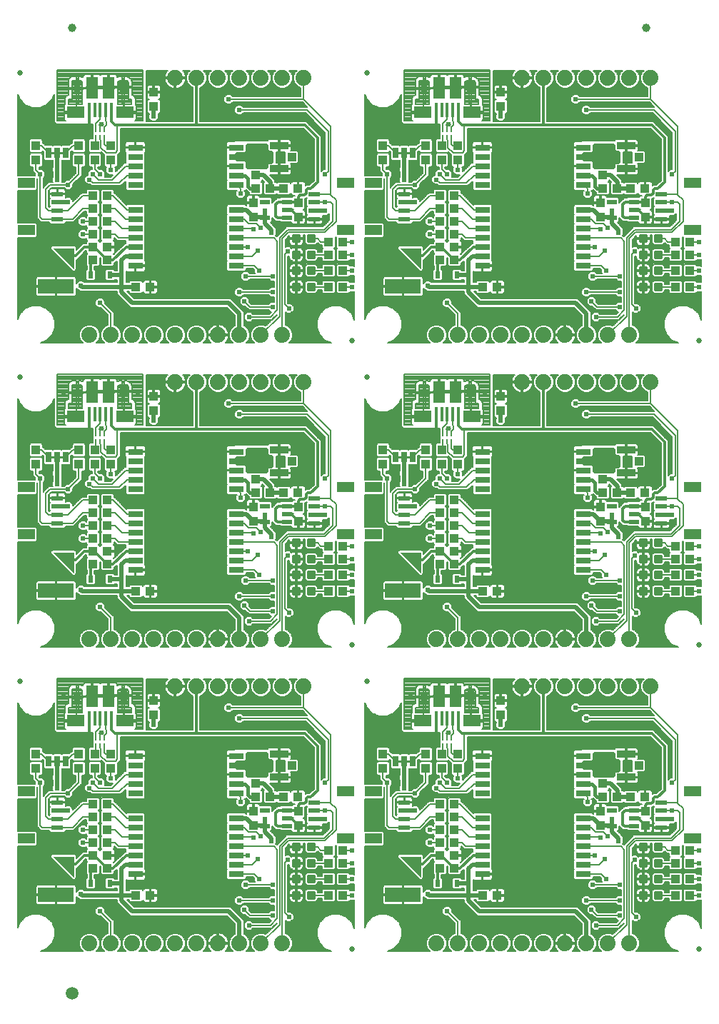
<source format=gtl>
G75*
%MOIN*%
%OFA0B0*%
%FSLAX25Y25*%
%IPPOS*%
%LPD*%
%AMOC8*
5,1,8,0,0,1.08239X$1,22.5*
%
%ADD10C,0.02500*%
%ADD11R,0.07874X0.04724*%
%ADD12R,0.05315X0.02362*%
%ADD13R,0.04331X0.03937*%
%ADD14R,0.03937X0.04331*%
%ADD15C,0.01000*%
%ADD16R,0.02500X0.05000*%
%ADD17C,0.01181*%
%ADD18R,0.02480X0.03268*%
%ADD19R,0.07087X0.03150*%
%ADD20R,0.01575X0.06890*%
%ADD21R,0.07874X0.05748*%
%ADD22R,0.05610X0.09843*%
%ADD23C,0.03937*%
%ADD24C,0.04331*%
%ADD25C,0.00800*%
%ADD26R,0.08661X0.03346*%
%ADD27R,0.04134X0.03937*%
%ADD28R,0.04724X0.02165*%
%ADD29C,0.07400*%
%ADD30R,0.16535X0.06693*%
%ADD31C,0.00197*%
%ADD32R,0.03937X0.03937*%
%ADD33R,0.00984X0.02402*%
%ADD34R,0.00984X0.02205*%
%ADD35C,0.05906*%
%ADD36C,0.02000*%
%ADD37C,0.00600*%
%ADD38C,0.02400*%
%ADD39C,0.01200*%
%ADD40C,0.01600*%
D10*
X0045842Y0166250D03*
X0045842Y0308250D03*
X0045842Y0450250D03*
X0200842Y0325250D03*
X0207842Y0308250D03*
X0200842Y0183250D03*
X0207842Y0166250D03*
X0200842Y0041250D03*
X0362842Y0041250D03*
X0362842Y0183250D03*
X0362842Y0325250D03*
X0207842Y0450250D03*
D11*
X0210873Y0398774D03*
X0197810Y0398774D03*
X0197810Y0376726D03*
X0210873Y0376726D03*
X0210873Y0256774D03*
X0197810Y0256774D03*
X0197810Y0234726D03*
X0210873Y0234726D03*
X0210873Y0114774D03*
X0197810Y0114774D03*
X0197810Y0092726D03*
X0210873Y0092726D03*
X0359810Y0092726D03*
X0359810Y0114774D03*
X0359810Y0234726D03*
X0359810Y0256774D03*
X0359810Y0376726D03*
X0359810Y0398774D03*
X0048873Y0398774D03*
X0048873Y0376726D03*
X0048873Y0256774D03*
X0048873Y0234726D03*
X0048873Y0114774D03*
X0048873Y0092726D03*
D12*
X0063342Y0097844D03*
X0063342Y0101781D03*
X0063342Y0105719D03*
X0063342Y0109656D03*
X0063342Y0239844D03*
X0063342Y0243781D03*
X0063342Y0247719D03*
X0063342Y0251656D03*
X0063342Y0381844D03*
X0063342Y0385781D03*
X0063342Y0389719D03*
X0063342Y0393656D03*
X0183342Y0393656D03*
X0183342Y0389719D03*
X0183342Y0385781D03*
X0183342Y0381844D03*
X0225342Y0381844D03*
X0225342Y0385781D03*
X0225342Y0389719D03*
X0225342Y0393656D03*
X0225342Y0251656D03*
X0225342Y0247719D03*
X0225342Y0243781D03*
X0225342Y0239844D03*
X0183342Y0239844D03*
X0183342Y0243781D03*
X0183342Y0247719D03*
X0183342Y0251656D03*
X0183342Y0109656D03*
X0183342Y0105719D03*
X0183342Y0101781D03*
X0183342Y0097844D03*
X0225342Y0097844D03*
X0225342Y0101781D03*
X0225342Y0105719D03*
X0225342Y0109656D03*
X0345342Y0109656D03*
X0345342Y0105719D03*
X0345342Y0101781D03*
X0345342Y0097844D03*
X0345342Y0239844D03*
X0345342Y0243781D03*
X0345342Y0247719D03*
X0345342Y0251656D03*
X0345342Y0381844D03*
X0345342Y0385781D03*
X0345342Y0389719D03*
X0345342Y0393656D03*
D13*
X0337688Y0396250D03*
X0330995Y0396250D03*
X0324688Y0396250D03*
X0317995Y0396250D03*
X0351995Y0371250D03*
X0351995Y0365250D03*
X0351995Y0357750D03*
X0358688Y0357750D03*
X0358688Y0365250D03*
X0358688Y0371250D03*
X0358688Y0350250D03*
X0351995Y0350250D03*
X0337688Y0254250D03*
X0330995Y0254250D03*
X0324688Y0254250D03*
X0317995Y0254250D03*
X0351995Y0229250D03*
X0351995Y0223250D03*
X0358688Y0223250D03*
X0358688Y0229250D03*
X0358688Y0215750D03*
X0358688Y0208250D03*
X0351995Y0208250D03*
X0351995Y0215750D03*
X0337688Y0112250D03*
X0330995Y0112250D03*
X0324688Y0112250D03*
X0317995Y0112250D03*
X0351995Y0087250D03*
X0351995Y0081250D03*
X0358688Y0081250D03*
X0358688Y0087250D03*
X0358688Y0073750D03*
X0358688Y0066250D03*
X0351995Y0066250D03*
X0351995Y0073750D03*
X0268688Y0066250D03*
X0261995Y0066250D03*
X0248688Y0078750D03*
X0248688Y0084750D03*
X0248688Y0090750D03*
X0248688Y0096750D03*
X0248688Y0102750D03*
X0248688Y0108750D03*
X0241995Y0108750D03*
X0241995Y0102750D03*
X0241995Y0096750D03*
X0241995Y0090750D03*
X0241995Y0084750D03*
X0241995Y0078750D03*
X0196688Y0081250D03*
X0196688Y0087250D03*
X0189995Y0087250D03*
X0189995Y0081250D03*
X0189995Y0073750D03*
X0196688Y0073750D03*
X0196688Y0066250D03*
X0189995Y0066250D03*
X0175688Y0112250D03*
X0168995Y0112250D03*
X0162688Y0112250D03*
X0155995Y0112250D03*
X0106688Y0066250D03*
X0099995Y0066250D03*
X0086688Y0078750D03*
X0086688Y0084750D03*
X0086688Y0090750D03*
X0086688Y0096750D03*
X0086688Y0102750D03*
X0086688Y0108750D03*
X0079995Y0108750D03*
X0079995Y0102750D03*
X0079995Y0096750D03*
X0079995Y0090750D03*
X0079995Y0084750D03*
X0079995Y0078750D03*
X0099995Y0208250D03*
X0106688Y0208250D03*
X0086688Y0220750D03*
X0086688Y0226750D03*
X0086688Y0232750D03*
X0086688Y0238750D03*
X0086688Y0244750D03*
X0086688Y0250750D03*
X0079995Y0250750D03*
X0079995Y0244750D03*
X0079995Y0238750D03*
X0079995Y0232750D03*
X0079995Y0226750D03*
X0079995Y0220750D03*
X0155995Y0254250D03*
X0162688Y0254250D03*
X0168995Y0254250D03*
X0175688Y0254250D03*
X0189995Y0229250D03*
X0189995Y0223250D03*
X0196688Y0223250D03*
X0196688Y0229250D03*
X0196688Y0215750D03*
X0189995Y0215750D03*
X0189995Y0208250D03*
X0196688Y0208250D03*
X0241995Y0220750D03*
X0241995Y0226750D03*
X0241995Y0232750D03*
X0241995Y0238750D03*
X0241995Y0244750D03*
X0241995Y0250750D03*
X0248688Y0250750D03*
X0248688Y0244750D03*
X0248688Y0238750D03*
X0248688Y0232750D03*
X0248688Y0226750D03*
X0248688Y0220750D03*
X0261995Y0208250D03*
X0268688Y0208250D03*
X0268688Y0350250D03*
X0261995Y0350250D03*
X0248688Y0362750D03*
X0248688Y0368750D03*
X0248688Y0374750D03*
X0248688Y0380750D03*
X0248688Y0386750D03*
X0248688Y0392750D03*
X0241995Y0392750D03*
X0241995Y0386750D03*
X0241995Y0380750D03*
X0241995Y0374750D03*
X0241995Y0368750D03*
X0241995Y0362750D03*
X0196688Y0365250D03*
X0196688Y0371250D03*
X0189995Y0371250D03*
X0189995Y0365250D03*
X0189995Y0357750D03*
X0196688Y0357750D03*
X0196688Y0350250D03*
X0189995Y0350250D03*
X0175688Y0396250D03*
X0168995Y0396250D03*
X0162688Y0396250D03*
X0155995Y0396250D03*
X0106688Y0350250D03*
X0099995Y0350250D03*
X0086688Y0362750D03*
X0086688Y0368750D03*
X0086688Y0374750D03*
X0086688Y0380750D03*
X0086688Y0386750D03*
X0086688Y0392750D03*
X0079995Y0392750D03*
X0079995Y0386750D03*
X0079995Y0380750D03*
X0079995Y0374750D03*
X0079995Y0368750D03*
X0079995Y0362750D03*
D14*
X0080842Y0409404D03*
X0080842Y0416096D03*
X0088342Y0416096D03*
X0088342Y0409404D03*
X0073342Y0409404D03*
X0073342Y0416096D03*
X0053342Y0416096D03*
X0053342Y0409404D03*
X0108342Y0434404D03*
X0108342Y0441096D03*
X0155842Y0409096D03*
X0155842Y0402404D03*
X0154842Y0389596D03*
X0154842Y0382904D03*
X0175842Y0382904D03*
X0175842Y0389596D03*
X0215342Y0409404D03*
X0215342Y0416096D03*
X0235342Y0416096D03*
X0235342Y0409404D03*
X0242842Y0409404D03*
X0242842Y0416096D03*
X0250342Y0416096D03*
X0250342Y0409404D03*
X0270342Y0434404D03*
X0270342Y0441096D03*
X0317842Y0409096D03*
X0317842Y0402404D03*
X0316842Y0389596D03*
X0316842Y0382904D03*
X0337842Y0382904D03*
X0337842Y0389596D03*
X0270342Y0299096D03*
X0270342Y0292404D03*
X0250342Y0274096D03*
X0250342Y0267404D03*
X0242842Y0267404D03*
X0242842Y0274096D03*
X0235342Y0274096D03*
X0235342Y0267404D03*
X0215342Y0267404D03*
X0215342Y0274096D03*
X0175842Y0247596D03*
X0175842Y0240904D03*
X0154842Y0240904D03*
X0154842Y0247596D03*
X0155842Y0260404D03*
X0155842Y0267096D03*
X0108342Y0292404D03*
X0108342Y0299096D03*
X0088342Y0274096D03*
X0088342Y0267404D03*
X0080842Y0267404D03*
X0080842Y0274096D03*
X0073342Y0274096D03*
X0073342Y0267404D03*
X0053342Y0267404D03*
X0053342Y0274096D03*
X0108342Y0157096D03*
X0108342Y0150404D03*
X0088342Y0132096D03*
X0088342Y0125404D03*
X0080842Y0125404D03*
X0080842Y0132096D03*
X0073342Y0132096D03*
X0073342Y0125404D03*
X0053342Y0125404D03*
X0053342Y0132096D03*
X0155842Y0125096D03*
X0155842Y0118404D03*
X0154842Y0105596D03*
X0154842Y0098904D03*
X0175842Y0098904D03*
X0175842Y0105596D03*
X0215342Y0125404D03*
X0215342Y0132096D03*
X0235342Y0132096D03*
X0235342Y0125404D03*
X0242842Y0125404D03*
X0242842Y0132096D03*
X0250342Y0132096D03*
X0250342Y0125404D03*
X0270342Y0150404D03*
X0270342Y0157096D03*
X0317842Y0125096D03*
X0317842Y0118404D03*
X0316842Y0105596D03*
X0316842Y0098904D03*
X0337842Y0098904D03*
X0337842Y0105596D03*
X0337842Y0240904D03*
X0337842Y0247596D03*
X0316842Y0247596D03*
X0316842Y0240904D03*
X0317842Y0260404D03*
X0317842Y0267096D03*
D15*
X0229342Y0270750D02*
X0225342Y0270750D01*
X0221342Y0270750D01*
X0221342Y0128750D02*
X0225342Y0128750D01*
X0229342Y0128750D01*
X0067342Y0128750D02*
X0063342Y0128750D01*
X0059342Y0128750D01*
X0059342Y0270750D02*
X0063342Y0270750D01*
X0067342Y0270750D01*
X0067342Y0412750D02*
X0063342Y0412750D01*
X0059342Y0412750D01*
X0221342Y0412750D02*
X0225342Y0412750D01*
X0229342Y0412750D01*
D16*
X0229342Y0412750D03*
X0225342Y0412750D03*
X0221342Y0412750D03*
X0221342Y0270750D03*
X0225342Y0270750D03*
X0229342Y0270750D03*
X0229342Y0128750D03*
X0225342Y0128750D03*
X0221342Y0128750D03*
X0067342Y0128750D03*
X0063342Y0128750D03*
X0059342Y0128750D03*
X0059342Y0270750D03*
X0063342Y0270750D03*
X0067342Y0270750D03*
X0067342Y0412750D03*
X0063342Y0412750D03*
X0059342Y0412750D03*
D17*
X0176267Y0374128D02*
X0176267Y0371372D01*
X0173511Y0371372D01*
X0173511Y0374128D01*
X0176267Y0374128D01*
X0176267Y0372494D02*
X0173511Y0372494D01*
X0173511Y0373616D02*
X0176267Y0373616D01*
X0183173Y0374128D02*
X0183173Y0371372D01*
X0180417Y0371372D01*
X0180417Y0374128D01*
X0183173Y0374128D01*
X0183173Y0372494D02*
X0180417Y0372494D01*
X0180417Y0373616D02*
X0183173Y0373616D01*
X0183173Y0366628D02*
X0183173Y0363872D01*
X0180417Y0363872D01*
X0180417Y0366628D01*
X0183173Y0366628D01*
X0183173Y0364994D02*
X0180417Y0364994D01*
X0180417Y0366116D02*
X0183173Y0366116D01*
X0183173Y0359128D02*
X0183173Y0356372D01*
X0180417Y0356372D01*
X0180417Y0359128D01*
X0183173Y0359128D01*
X0183173Y0357494D02*
X0180417Y0357494D01*
X0180417Y0358616D02*
X0183173Y0358616D01*
X0176267Y0359128D02*
X0176267Y0356372D01*
X0173511Y0356372D01*
X0173511Y0359128D01*
X0176267Y0359128D01*
X0176267Y0357494D02*
X0173511Y0357494D01*
X0173511Y0358616D02*
X0176267Y0358616D01*
X0176267Y0363872D02*
X0176267Y0366628D01*
X0176267Y0363872D02*
X0173511Y0363872D01*
X0173511Y0366628D01*
X0176267Y0366628D01*
X0176267Y0364994D02*
X0173511Y0364994D01*
X0173511Y0366116D02*
X0176267Y0366116D01*
X0176267Y0351628D02*
X0176267Y0348872D01*
X0173511Y0348872D01*
X0173511Y0351628D01*
X0176267Y0351628D01*
X0176267Y0349994D02*
X0173511Y0349994D01*
X0173511Y0351116D02*
X0176267Y0351116D01*
X0183173Y0351628D02*
X0183173Y0348872D01*
X0180417Y0348872D01*
X0180417Y0351628D01*
X0183173Y0351628D01*
X0183173Y0349994D02*
X0180417Y0349994D01*
X0180417Y0351116D02*
X0183173Y0351116D01*
X0183173Y0232128D02*
X0183173Y0229372D01*
X0180417Y0229372D01*
X0180417Y0232128D01*
X0183173Y0232128D01*
X0183173Y0230494D02*
X0180417Y0230494D01*
X0180417Y0231616D02*
X0183173Y0231616D01*
X0183173Y0224628D02*
X0183173Y0221872D01*
X0180417Y0221872D01*
X0180417Y0224628D01*
X0183173Y0224628D01*
X0183173Y0222994D02*
X0180417Y0222994D01*
X0180417Y0224116D02*
X0183173Y0224116D01*
X0176267Y0224628D02*
X0176267Y0221872D01*
X0173511Y0221872D01*
X0173511Y0224628D01*
X0176267Y0224628D01*
X0176267Y0222994D02*
X0173511Y0222994D01*
X0173511Y0224116D02*
X0176267Y0224116D01*
X0176267Y0229372D02*
X0176267Y0232128D01*
X0176267Y0229372D02*
X0173511Y0229372D01*
X0173511Y0232128D01*
X0176267Y0232128D01*
X0176267Y0230494D02*
X0173511Y0230494D01*
X0173511Y0231616D02*
X0176267Y0231616D01*
X0176267Y0217128D02*
X0176267Y0214372D01*
X0173511Y0214372D01*
X0173511Y0217128D01*
X0176267Y0217128D01*
X0176267Y0215494D02*
X0173511Y0215494D01*
X0173511Y0216616D02*
X0176267Y0216616D01*
X0176267Y0209628D02*
X0176267Y0206872D01*
X0173511Y0206872D01*
X0173511Y0209628D01*
X0176267Y0209628D01*
X0176267Y0207994D02*
X0173511Y0207994D01*
X0173511Y0209116D02*
X0176267Y0209116D01*
X0183173Y0209628D02*
X0183173Y0206872D01*
X0180417Y0206872D01*
X0180417Y0209628D01*
X0183173Y0209628D01*
X0183173Y0207994D02*
X0180417Y0207994D01*
X0180417Y0209116D02*
X0183173Y0209116D01*
X0183173Y0214372D02*
X0183173Y0217128D01*
X0183173Y0214372D02*
X0180417Y0214372D01*
X0180417Y0217128D01*
X0183173Y0217128D01*
X0183173Y0215494D02*
X0180417Y0215494D01*
X0180417Y0216616D02*
X0183173Y0216616D01*
X0183173Y0090128D02*
X0183173Y0087372D01*
X0180417Y0087372D01*
X0180417Y0090128D01*
X0183173Y0090128D01*
X0183173Y0088494D02*
X0180417Y0088494D01*
X0180417Y0089616D02*
X0183173Y0089616D01*
X0183173Y0082628D02*
X0183173Y0079872D01*
X0180417Y0079872D01*
X0180417Y0082628D01*
X0183173Y0082628D01*
X0183173Y0080994D02*
X0180417Y0080994D01*
X0180417Y0082116D02*
X0183173Y0082116D01*
X0176267Y0082628D02*
X0176267Y0079872D01*
X0173511Y0079872D01*
X0173511Y0082628D01*
X0176267Y0082628D01*
X0176267Y0080994D02*
X0173511Y0080994D01*
X0173511Y0082116D02*
X0176267Y0082116D01*
X0176267Y0087372D02*
X0176267Y0090128D01*
X0176267Y0087372D02*
X0173511Y0087372D01*
X0173511Y0090128D01*
X0176267Y0090128D01*
X0176267Y0088494D02*
X0173511Y0088494D01*
X0173511Y0089616D02*
X0176267Y0089616D01*
X0176267Y0075128D02*
X0176267Y0072372D01*
X0173511Y0072372D01*
X0173511Y0075128D01*
X0176267Y0075128D01*
X0176267Y0073494D02*
X0173511Y0073494D01*
X0173511Y0074616D02*
X0176267Y0074616D01*
X0183173Y0075128D02*
X0183173Y0072372D01*
X0180417Y0072372D01*
X0180417Y0075128D01*
X0183173Y0075128D01*
X0183173Y0073494D02*
X0180417Y0073494D01*
X0180417Y0074616D02*
X0183173Y0074616D01*
X0183173Y0067628D02*
X0183173Y0064872D01*
X0180417Y0064872D01*
X0180417Y0067628D01*
X0183173Y0067628D01*
X0183173Y0065994D02*
X0180417Y0065994D01*
X0180417Y0067116D02*
X0183173Y0067116D01*
X0176267Y0067628D02*
X0176267Y0064872D01*
X0173511Y0064872D01*
X0173511Y0067628D01*
X0176267Y0067628D01*
X0176267Y0065994D02*
X0173511Y0065994D01*
X0173511Y0067116D02*
X0176267Y0067116D01*
X0338267Y0067628D02*
X0338267Y0064872D01*
X0335511Y0064872D01*
X0335511Y0067628D01*
X0338267Y0067628D01*
X0338267Y0065994D02*
X0335511Y0065994D01*
X0335511Y0067116D02*
X0338267Y0067116D01*
X0338267Y0072372D02*
X0338267Y0075128D01*
X0338267Y0072372D02*
X0335511Y0072372D01*
X0335511Y0075128D01*
X0338267Y0075128D01*
X0338267Y0073494D02*
X0335511Y0073494D01*
X0335511Y0074616D02*
X0338267Y0074616D01*
X0338267Y0079872D02*
X0338267Y0082628D01*
X0338267Y0079872D02*
X0335511Y0079872D01*
X0335511Y0082628D01*
X0338267Y0082628D01*
X0338267Y0080994D02*
X0335511Y0080994D01*
X0335511Y0082116D02*
X0338267Y0082116D01*
X0338267Y0087372D02*
X0338267Y0090128D01*
X0338267Y0087372D02*
X0335511Y0087372D01*
X0335511Y0090128D01*
X0338267Y0090128D01*
X0338267Y0088494D02*
X0335511Y0088494D01*
X0335511Y0089616D02*
X0338267Y0089616D01*
X0345173Y0090128D02*
X0345173Y0087372D01*
X0342417Y0087372D01*
X0342417Y0090128D01*
X0345173Y0090128D01*
X0345173Y0088494D02*
X0342417Y0088494D01*
X0342417Y0089616D02*
X0345173Y0089616D01*
X0345173Y0082628D02*
X0345173Y0079872D01*
X0342417Y0079872D01*
X0342417Y0082628D01*
X0345173Y0082628D01*
X0345173Y0080994D02*
X0342417Y0080994D01*
X0342417Y0082116D02*
X0345173Y0082116D01*
X0345173Y0075128D02*
X0345173Y0072372D01*
X0342417Y0072372D01*
X0342417Y0075128D01*
X0345173Y0075128D01*
X0345173Y0073494D02*
X0342417Y0073494D01*
X0342417Y0074616D02*
X0345173Y0074616D01*
X0345173Y0067628D02*
X0345173Y0064872D01*
X0342417Y0064872D01*
X0342417Y0067628D01*
X0345173Y0067628D01*
X0345173Y0065994D02*
X0342417Y0065994D01*
X0342417Y0067116D02*
X0345173Y0067116D01*
X0345173Y0206872D02*
X0345173Y0209628D01*
X0345173Y0206872D02*
X0342417Y0206872D01*
X0342417Y0209628D01*
X0345173Y0209628D01*
X0345173Y0207994D02*
X0342417Y0207994D01*
X0342417Y0209116D02*
X0345173Y0209116D01*
X0345173Y0214372D02*
X0345173Y0217128D01*
X0345173Y0214372D02*
X0342417Y0214372D01*
X0342417Y0217128D01*
X0345173Y0217128D01*
X0345173Y0215494D02*
X0342417Y0215494D01*
X0342417Y0216616D02*
X0345173Y0216616D01*
X0345173Y0221872D02*
X0345173Y0224628D01*
X0345173Y0221872D02*
X0342417Y0221872D01*
X0342417Y0224628D01*
X0345173Y0224628D01*
X0345173Y0222994D02*
X0342417Y0222994D01*
X0342417Y0224116D02*
X0345173Y0224116D01*
X0345173Y0229372D02*
X0345173Y0232128D01*
X0345173Y0229372D02*
X0342417Y0229372D01*
X0342417Y0232128D01*
X0345173Y0232128D01*
X0345173Y0230494D02*
X0342417Y0230494D01*
X0342417Y0231616D02*
X0345173Y0231616D01*
X0338267Y0232128D02*
X0338267Y0229372D01*
X0335511Y0229372D01*
X0335511Y0232128D01*
X0338267Y0232128D01*
X0338267Y0230494D02*
X0335511Y0230494D01*
X0335511Y0231616D02*
X0338267Y0231616D01*
X0338267Y0224628D02*
X0338267Y0221872D01*
X0335511Y0221872D01*
X0335511Y0224628D01*
X0338267Y0224628D01*
X0338267Y0222994D02*
X0335511Y0222994D01*
X0335511Y0224116D02*
X0338267Y0224116D01*
X0338267Y0217128D02*
X0338267Y0214372D01*
X0335511Y0214372D01*
X0335511Y0217128D01*
X0338267Y0217128D01*
X0338267Y0215494D02*
X0335511Y0215494D01*
X0335511Y0216616D02*
X0338267Y0216616D01*
X0338267Y0209628D02*
X0338267Y0206872D01*
X0335511Y0206872D01*
X0335511Y0209628D01*
X0338267Y0209628D01*
X0338267Y0207994D02*
X0335511Y0207994D01*
X0335511Y0209116D02*
X0338267Y0209116D01*
X0338267Y0348872D02*
X0338267Y0351628D01*
X0338267Y0348872D02*
X0335511Y0348872D01*
X0335511Y0351628D01*
X0338267Y0351628D01*
X0338267Y0349994D02*
X0335511Y0349994D01*
X0335511Y0351116D02*
X0338267Y0351116D01*
X0338267Y0356372D02*
X0338267Y0359128D01*
X0338267Y0356372D02*
X0335511Y0356372D01*
X0335511Y0359128D01*
X0338267Y0359128D01*
X0338267Y0357494D02*
X0335511Y0357494D01*
X0335511Y0358616D02*
X0338267Y0358616D01*
X0338267Y0363872D02*
X0338267Y0366628D01*
X0338267Y0363872D02*
X0335511Y0363872D01*
X0335511Y0366628D01*
X0338267Y0366628D01*
X0338267Y0364994D02*
X0335511Y0364994D01*
X0335511Y0366116D02*
X0338267Y0366116D01*
X0345173Y0366628D02*
X0345173Y0363872D01*
X0342417Y0363872D01*
X0342417Y0366628D01*
X0345173Y0366628D01*
X0345173Y0364994D02*
X0342417Y0364994D01*
X0342417Y0366116D02*
X0345173Y0366116D01*
X0345173Y0359128D02*
X0345173Y0356372D01*
X0342417Y0356372D01*
X0342417Y0359128D01*
X0345173Y0359128D01*
X0345173Y0357494D02*
X0342417Y0357494D01*
X0342417Y0358616D02*
X0345173Y0358616D01*
X0345173Y0351628D02*
X0345173Y0348872D01*
X0342417Y0348872D01*
X0342417Y0351628D01*
X0345173Y0351628D01*
X0345173Y0349994D02*
X0342417Y0349994D01*
X0342417Y0351116D02*
X0345173Y0351116D01*
X0345173Y0371372D02*
X0345173Y0374128D01*
X0345173Y0371372D02*
X0342417Y0371372D01*
X0342417Y0374128D01*
X0345173Y0374128D01*
X0345173Y0372494D02*
X0342417Y0372494D01*
X0342417Y0373616D02*
X0345173Y0373616D01*
X0338267Y0374128D02*
X0338267Y0371372D01*
X0335511Y0371372D01*
X0335511Y0374128D01*
X0338267Y0374128D01*
X0338267Y0372494D02*
X0335511Y0372494D01*
X0335511Y0373616D02*
X0338267Y0373616D01*
D18*
X0249869Y0355750D03*
X0240814Y0355750D03*
X0240814Y0213750D03*
X0249869Y0213750D03*
X0249869Y0071750D03*
X0240814Y0071750D03*
X0087869Y0071750D03*
X0078814Y0071750D03*
X0078814Y0213750D03*
X0087869Y0213750D03*
X0087869Y0355750D03*
X0078814Y0355750D03*
D19*
X0099720Y0360191D03*
X0099720Y0364522D03*
X0099720Y0368852D03*
X0099720Y0373183D03*
X0099720Y0377514D03*
X0099720Y0381844D03*
X0099720Y0386175D03*
X0099720Y0397986D03*
X0099720Y0402317D03*
X0099720Y0406648D03*
X0099720Y0410978D03*
X0099720Y0415309D03*
X0146964Y0415309D03*
X0146964Y0410978D03*
X0146964Y0406648D03*
X0146964Y0402317D03*
X0146964Y0397986D03*
X0146964Y0386175D03*
X0146964Y0381844D03*
X0146964Y0377514D03*
X0146964Y0373183D03*
X0146964Y0368852D03*
X0146964Y0364522D03*
X0146964Y0360191D03*
X0146964Y0273309D03*
X0146964Y0268978D03*
X0146964Y0264648D03*
X0146964Y0260317D03*
X0146964Y0255986D03*
X0146964Y0244175D03*
X0146964Y0239844D03*
X0146964Y0235514D03*
X0146964Y0231183D03*
X0146964Y0226852D03*
X0146964Y0222522D03*
X0146964Y0218191D03*
X0099720Y0218191D03*
X0099720Y0222522D03*
X0099720Y0226852D03*
X0099720Y0231183D03*
X0099720Y0235514D03*
X0099720Y0239844D03*
X0099720Y0244175D03*
X0099720Y0255986D03*
X0099720Y0260317D03*
X0099720Y0264648D03*
X0099720Y0268978D03*
X0099720Y0273309D03*
X0099720Y0131309D03*
X0099720Y0126978D03*
X0099720Y0122648D03*
X0099720Y0118317D03*
X0099720Y0113986D03*
X0099720Y0102175D03*
X0099720Y0097844D03*
X0099720Y0093514D03*
X0099720Y0089183D03*
X0099720Y0084852D03*
X0099720Y0080522D03*
X0099720Y0076191D03*
X0146964Y0076191D03*
X0146964Y0080522D03*
X0146964Y0084852D03*
X0146964Y0089183D03*
X0146964Y0093514D03*
X0146964Y0097844D03*
X0146964Y0102175D03*
X0146964Y0113986D03*
X0146964Y0118317D03*
X0146964Y0122648D03*
X0146964Y0126978D03*
X0146964Y0131309D03*
X0261720Y0131309D03*
X0261720Y0126978D03*
X0261720Y0122648D03*
X0261720Y0118317D03*
X0261720Y0113986D03*
X0261720Y0102175D03*
X0261720Y0097844D03*
X0261720Y0093514D03*
X0261720Y0089183D03*
X0261720Y0084852D03*
X0261720Y0080522D03*
X0261720Y0076191D03*
X0308964Y0076191D03*
X0308964Y0080522D03*
X0308964Y0084852D03*
X0308964Y0089183D03*
X0308964Y0093514D03*
X0308964Y0097844D03*
X0308964Y0102175D03*
X0308964Y0113986D03*
X0308964Y0118317D03*
X0308964Y0122648D03*
X0308964Y0126978D03*
X0308964Y0131309D03*
X0308964Y0218191D03*
X0308964Y0222522D03*
X0308964Y0226852D03*
X0308964Y0231183D03*
X0308964Y0235514D03*
X0308964Y0239844D03*
X0308964Y0244175D03*
X0308964Y0255986D03*
X0308964Y0260317D03*
X0308964Y0264648D03*
X0308964Y0268978D03*
X0308964Y0273309D03*
X0261720Y0273309D03*
X0261720Y0268978D03*
X0261720Y0264648D03*
X0261720Y0260317D03*
X0261720Y0255986D03*
X0261720Y0244175D03*
X0261720Y0239844D03*
X0261720Y0235514D03*
X0261720Y0231183D03*
X0261720Y0226852D03*
X0261720Y0222522D03*
X0261720Y0218191D03*
X0261720Y0360191D03*
X0261720Y0364522D03*
X0261720Y0368852D03*
X0261720Y0373183D03*
X0261720Y0377514D03*
X0261720Y0381844D03*
X0261720Y0386175D03*
X0261720Y0397986D03*
X0261720Y0402317D03*
X0261720Y0406648D03*
X0261720Y0410978D03*
X0261720Y0415309D03*
X0308964Y0415309D03*
X0308964Y0410978D03*
X0308964Y0406648D03*
X0308964Y0402317D03*
X0308964Y0397986D03*
X0308964Y0386175D03*
X0308964Y0381844D03*
X0308964Y0377514D03*
X0308964Y0373183D03*
X0308964Y0368852D03*
X0308964Y0364522D03*
X0308964Y0360191D03*
D20*
X0250460Y0290750D03*
X0247901Y0290750D03*
X0245342Y0290750D03*
X0242783Y0290750D03*
X0240224Y0290750D03*
X0240224Y0148750D03*
X0242783Y0148750D03*
X0245342Y0148750D03*
X0247901Y0148750D03*
X0250460Y0148750D03*
X0088460Y0148750D03*
X0085901Y0148750D03*
X0083342Y0148750D03*
X0080783Y0148750D03*
X0078224Y0148750D03*
X0078224Y0290750D03*
X0080783Y0290750D03*
X0083342Y0290750D03*
X0085901Y0290750D03*
X0088460Y0290750D03*
X0088460Y0432750D03*
X0085901Y0432750D03*
X0083342Y0432750D03*
X0080783Y0432750D03*
X0078224Y0432750D03*
X0240224Y0432750D03*
X0242783Y0432750D03*
X0245342Y0432750D03*
X0247901Y0432750D03*
X0250460Y0432750D03*
D21*
X0256759Y0431667D03*
X0233924Y0431667D03*
X0233924Y0289667D03*
X0256759Y0289667D03*
X0256759Y0147667D03*
X0233924Y0147667D03*
X0094759Y0147667D03*
X0071924Y0147667D03*
X0071924Y0289667D03*
X0094759Y0289667D03*
X0094759Y0431667D03*
X0071924Y0431667D03*
D22*
X0079552Y0443281D03*
X0087131Y0443281D03*
X0087131Y0301281D03*
X0079552Y0301281D03*
X0079552Y0159281D03*
X0087131Y0159281D03*
X0241552Y0159281D03*
X0249131Y0159281D03*
X0249131Y0301281D03*
X0241552Y0301281D03*
X0241552Y0443281D03*
X0249131Y0443281D03*
D23*
X0234712Y0442888D03*
X0338342Y0471000D03*
X0234712Y0300888D03*
X0234712Y0158888D03*
X0072712Y0158888D03*
X0072712Y0300888D03*
X0072712Y0442888D03*
X0070342Y0471000D03*
D24*
X0094095Y0444290D02*
X0094095Y0442714D01*
X0094095Y0444290D02*
X0094095Y0444290D01*
X0094095Y0442714D01*
X0094095Y0442714D01*
X0094095Y0302290D02*
X0094095Y0300714D01*
X0094095Y0302290D02*
X0094095Y0302290D01*
X0094095Y0300714D01*
X0094095Y0300714D01*
X0094095Y0160290D02*
X0094095Y0158714D01*
X0094095Y0160290D02*
X0094095Y0160290D01*
X0094095Y0158714D01*
X0094095Y0158714D01*
X0256095Y0158714D02*
X0256095Y0160290D01*
X0256095Y0160290D01*
X0256095Y0158714D01*
X0256095Y0158714D01*
X0256095Y0300714D02*
X0256095Y0302290D01*
X0256095Y0302290D01*
X0256095Y0300714D01*
X0256095Y0300714D01*
X0256095Y0442714D02*
X0256095Y0444290D01*
X0256095Y0444290D01*
X0256095Y0442714D01*
X0256095Y0442714D01*
D25*
X0255695Y0442797D02*
X0256495Y0442797D01*
X0256495Y0443102D02*
X0256495Y0433647D01*
X0257159Y0433647D01*
X0257159Y0432067D01*
X0262096Y0432067D01*
X0262096Y0434726D01*
X0262001Y0435082D01*
X0261816Y0435401D01*
X0261807Y0435410D01*
X0261807Y0435440D01*
X0261825Y0437723D01*
X0261827Y0437730D01*
X0261827Y0437960D01*
X0261829Y0438189D01*
X0261827Y0438196D01*
X0261827Y0438204D01*
X0261767Y0438426D01*
X0261710Y0438648D01*
X0261706Y0438654D01*
X0261706Y0438654D01*
X0261704Y0438661D01*
X0261589Y0438861D01*
X0261476Y0439060D01*
X0261471Y0439066D01*
X0261467Y0439072D01*
X0261304Y0439234D01*
X0261304Y0439235D02*
X0261143Y0439398D01*
X0261137Y0439402D01*
X0261132Y0439407D01*
X0260932Y0439522D01*
X0260932Y0439522D01*
X0260735Y0439638D01*
X0260728Y0439640D01*
X0260728Y0439640D01*
X0260722Y0439644D01*
X0260499Y0439703D01*
X0260499Y0439703D01*
X0260346Y0439746D01*
X0260337Y0443102D01*
X0256495Y0443102D01*
X0255695Y0443102D01*
X0251805Y0443102D01*
X0251804Y0442882D01*
X0249531Y0442882D01*
X0249531Y0443681D01*
X0253336Y0443681D01*
X0253336Y0443902D01*
X0255695Y0443902D01*
X0255695Y0443102D01*
X0255695Y0435941D01*
X0256359Y0435941D01*
X0256359Y0432067D01*
X0257159Y0432067D01*
X0257159Y0431267D01*
X0262096Y0431267D01*
X0262096Y0428609D01*
X0262001Y0428253D01*
X0261816Y0427934D01*
X0261633Y0427750D01*
X0265342Y0427750D01*
X0265342Y0451350D01*
X0225342Y0451350D01*
X0225342Y0427750D01*
X0229051Y0427750D01*
X0228867Y0427934D01*
X0228683Y0428253D01*
X0228587Y0428609D01*
X0228587Y0431267D01*
X0233524Y0431267D01*
X0233524Y0432067D01*
X0228587Y0432067D01*
X0228587Y0434726D01*
X0228683Y0435082D01*
X0228867Y0435401D01*
X0228904Y0435438D01*
X0228904Y0438184D01*
X0229027Y0438642D01*
X0229264Y0439052D01*
X0229599Y0439387D01*
X0230009Y0439624D01*
X0230392Y0439727D01*
X0230392Y0442488D01*
X0234312Y0442488D01*
X0234312Y0443288D01*
X0234312Y0448383D01*
X0232839Y0448426D01*
X0232622Y0448443D01*
X0232563Y0448434D01*
X0232558Y0448434D01*
X0232550Y0448432D01*
X0232550Y0448432D01*
X0232106Y0448366D01*
X0231620Y0448176D01*
X0231189Y0447884D01*
X0230834Y0447502D01*
X0230824Y0447486D01*
X0230572Y0447051D01*
X0230564Y0447024D01*
X0230417Y0446553D01*
X0230410Y0446460D01*
X0230392Y0446392D01*
X0230392Y0446225D01*
X0230379Y0446057D01*
X0230392Y0445989D01*
X0230392Y0443288D01*
X0234312Y0443288D01*
X0235112Y0443288D01*
X0235112Y0448360D01*
X0236190Y0448329D01*
X0236472Y0448324D01*
X0236472Y0448324D01*
X0236750Y0448256D01*
X0237040Y0448184D01*
X0237040Y0448184D01*
X0237347Y0448029D01*
X0237347Y0448387D01*
X0237443Y0448743D01*
X0237627Y0449062D01*
X0237888Y0449323D01*
X0238207Y0449507D01*
X0238563Y0449603D01*
X0241152Y0449603D01*
X0241152Y0443682D01*
X0241952Y0443682D01*
X0241952Y0449603D01*
X0244542Y0449603D01*
X0244898Y0449507D01*
X0245217Y0449323D01*
X0245342Y0449198D01*
X0245466Y0449323D01*
X0245786Y0449507D01*
X0246142Y0449603D01*
X0248731Y0449603D01*
X0248731Y0443682D01*
X0249531Y0443682D01*
X0249531Y0449603D01*
X0252121Y0449603D01*
X0252477Y0449507D01*
X0252796Y0449323D01*
X0253057Y0449062D01*
X0253241Y0448743D01*
X0253336Y0448387D01*
X0253336Y0448052D01*
X0253506Y0448150D01*
X0253506Y0448150D01*
X0254119Y0448340D01*
X0254119Y0448340D01*
X0254271Y0448351D01*
X0254271Y0448351D01*
X0254337Y0448369D01*
X0254506Y0448369D01*
X0254506Y0448369D01*
X0254675Y0448382D01*
X0254742Y0448369D01*
X0255695Y0448369D01*
X0255695Y0443902D01*
X0256495Y0443902D01*
X0256495Y0448369D01*
X0256796Y0448369D01*
X0256968Y0448396D01*
X0256968Y0448396D01*
X0257596Y0448370D01*
X0257597Y0448370D01*
X0258208Y0448223D01*
X0258208Y0448223D01*
X0258575Y0448053D01*
X0258779Y0447959D01*
X0258780Y0447959D01*
X0259137Y0447698D01*
X0259288Y0447588D01*
X0259288Y0447588D01*
X0259288Y0447588D01*
X0259715Y0447125D01*
X0259715Y0447125D01*
X0260043Y0446588D01*
X0260260Y0445998D01*
X0260294Y0445784D01*
X0260294Y0445784D01*
X0260330Y0445649D01*
X0260330Y0445550D01*
X0260330Y0445550D01*
X0260346Y0445453D01*
X0260331Y0445315D01*
X0260331Y0445315D01*
X0260335Y0443902D01*
X0256495Y0443902D01*
X0256495Y0443102D01*
X0256495Y0443595D02*
X0265342Y0443595D01*
X0265342Y0442797D02*
X0260338Y0442797D01*
X0260340Y0441998D02*
X0265342Y0441998D01*
X0265342Y0441200D02*
X0260342Y0441200D01*
X0260344Y0440401D02*
X0265342Y0440401D01*
X0265342Y0439603D02*
X0260795Y0439603D01*
X0260728Y0439640D02*
X0260728Y0439640D01*
X0261137Y0439402D02*
X0261137Y0439402D01*
X0261304Y0439234D02*
X0261304Y0439235D01*
X0261471Y0439066D02*
X0261471Y0439066D01*
X0261589Y0438861D02*
X0261589Y0438861D01*
X0261622Y0438804D02*
X0265342Y0438804D01*
X0265342Y0438006D02*
X0261827Y0438006D01*
X0261825Y0437723D02*
X0261825Y0437723D01*
X0261825Y0437723D01*
X0261821Y0437207D02*
X0265342Y0437207D01*
X0265342Y0436409D02*
X0261815Y0436409D01*
X0261808Y0435610D02*
X0265342Y0435610D01*
X0265342Y0434812D02*
X0262073Y0434812D01*
X0262096Y0434013D02*
X0265342Y0434013D01*
X0265342Y0433215D02*
X0262096Y0433215D01*
X0262096Y0432416D02*
X0265342Y0432416D01*
X0265342Y0431618D02*
X0257159Y0431618D01*
X0257159Y0432416D02*
X0256359Y0432416D01*
X0256359Y0433215D02*
X0257159Y0433215D01*
X0256495Y0434013D02*
X0256359Y0434013D01*
X0256359Y0434812D02*
X0256495Y0434812D01*
X0256495Y0435610D02*
X0256359Y0435610D01*
X0256495Y0436409D02*
X0255695Y0436409D01*
X0255695Y0437207D02*
X0256495Y0437207D01*
X0256495Y0438006D02*
X0255695Y0438006D01*
X0255695Y0438804D02*
X0256495Y0438804D01*
X0256495Y0439603D02*
X0255695Y0439603D01*
X0255695Y0440401D02*
X0256495Y0440401D01*
X0256495Y0441200D02*
X0255695Y0441200D01*
X0255695Y0441998D02*
X0256495Y0441998D01*
X0255695Y0443595D02*
X0249531Y0443595D01*
X0249531Y0444394D02*
X0248731Y0444394D01*
X0248731Y0443681D02*
X0248731Y0442882D01*
X0241952Y0442882D01*
X0241952Y0443681D01*
X0245758Y0443681D01*
X0248731Y0443681D01*
X0248731Y0443595D02*
X0241952Y0443595D01*
X0241952Y0444394D02*
X0241152Y0444394D01*
X0241152Y0443681D02*
X0241152Y0442882D01*
X0237347Y0442882D01*
X0237347Y0442488D01*
X0235112Y0442488D01*
X0235112Y0443288D01*
X0238728Y0443288D01*
X0238728Y0443681D01*
X0241152Y0443681D01*
X0241152Y0443595D02*
X0238728Y0443595D01*
X0237347Y0442797D02*
X0235112Y0442797D01*
X0235112Y0442488D02*
X0235112Y0435941D01*
X0234324Y0435941D01*
X0234324Y0432067D01*
X0233524Y0432067D01*
X0233524Y0433647D01*
X0234312Y0433647D01*
X0234312Y0442488D01*
X0235112Y0442488D01*
X0235112Y0441998D02*
X0234312Y0441998D01*
X0234312Y0441200D02*
X0235112Y0441200D01*
X0235112Y0440401D02*
X0234312Y0440401D01*
X0234312Y0439603D02*
X0235112Y0439603D01*
X0235112Y0438804D02*
X0234312Y0438804D01*
X0234312Y0438006D02*
X0235112Y0438006D01*
X0235112Y0437207D02*
X0234312Y0437207D01*
X0234312Y0436409D02*
X0235112Y0436409D01*
X0234324Y0435610D02*
X0234312Y0435610D01*
X0234312Y0434812D02*
X0234324Y0434812D01*
X0234312Y0434013D02*
X0234324Y0434013D01*
X0234324Y0433215D02*
X0233524Y0433215D01*
X0233524Y0432416D02*
X0234324Y0432416D01*
X0233524Y0431618D02*
X0225342Y0431618D01*
X0225342Y0432416D02*
X0228587Y0432416D01*
X0228587Y0433215D02*
X0225342Y0433215D01*
X0225342Y0434013D02*
X0228587Y0434013D01*
X0228611Y0434812D02*
X0225342Y0434812D01*
X0225342Y0435610D02*
X0228904Y0435610D01*
X0228904Y0436409D02*
X0225342Y0436409D01*
X0225342Y0437207D02*
X0228904Y0437207D01*
X0228904Y0438006D02*
X0225342Y0438006D01*
X0225342Y0438804D02*
X0229121Y0438804D01*
X0229972Y0439603D02*
X0225342Y0439603D01*
X0225342Y0440401D02*
X0230392Y0440401D01*
X0230392Y0441200D02*
X0225342Y0441200D01*
X0225342Y0441998D02*
X0230392Y0441998D01*
X0230392Y0443595D02*
X0225342Y0443595D01*
X0225342Y0442797D02*
X0234312Y0442797D01*
X0234312Y0443595D02*
X0235112Y0443595D01*
X0235112Y0444394D02*
X0234312Y0444394D01*
X0234312Y0445192D02*
X0235112Y0445192D01*
X0235112Y0445991D02*
X0234312Y0445991D01*
X0234312Y0446789D02*
X0235112Y0446789D01*
X0235112Y0447588D02*
X0234312Y0447588D01*
X0234209Y0448386D02*
X0237347Y0448386D01*
X0237749Y0449185D02*
X0225342Y0449185D01*
X0225342Y0449983D02*
X0265342Y0449983D01*
X0265342Y0449185D02*
X0252934Y0449185D01*
X0253336Y0448386D02*
X0256907Y0448386D01*
X0257205Y0448386D02*
X0265342Y0448386D01*
X0265342Y0447588D02*
X0259288Y0447588D01*
X0259920Y0446789D02*
X0265342Y0446789D01*
X0265342Y0445991D02*
X0260261Y0445991D01*
X0260331Y0445192D02*
X0265342Y0445192D01*
X0265342Y0444394D02*
X0260333Y0444394D01*
X0258533Y0444394D02*
X0253607Y0444394D01*
X0253609Y0445192D02*
X0258531Y0445192D01*
X0258531Y0445407D02*
X0258448Y0445709D01*
X0258300Y0445984D01*
X0258095Y0446219D01*
X0257843Y0446403D01*
X0257556Y0446526D01*
X0257248Y0446583D01*
X0256936Y0446569D01*
X0254574Y0446569D01*
X0254307Y0446513D01*
X0254063Y0446390D01*
X0253859Y0446208D01*
X0253710Y0445979D01*
X0253625Y0445720D01*
X0253610Y0445447D01*
X0253590Y0435447D01*
X0260007Y0435447D01*
X0260027Y0437967D01*
X0258550Y0437967D01*
X0258531Y0445407D01*
X0258294Y0445991D02*
X0253718Y0445991D01*
X0255695Y0445991D02*
X0256495Y0445991D01*
X0256495Y0446789D02*
X0255695Y0446789D01*
X0255695Y0447588D02*
X0256495Y0447588D01*
X0256495Y0445192D02*
X0255695Y0445192D01*
X0255695Y0444394D02*
X0256495Y0444394D01*
X0258536Y0443595D02*
X0253606Y0443595D01*
X0253604Y0442797D02*
X0258538Y0442797D01*
X0258540Y0441998D02*
X0253603Y0441998D01*
X0253601Y0441200D02*
X0258542Y0441200D01*
X0258544Y0440401D02*
X0253600Y0440401D01*
X0253598Y0439603D02*
X0258546Y0439603D01*
X0258548Y0438804D02*
X0253596Y0438804D01*
X0253595Y0438006D02*
X0258550Y0438006D01*
X0260021Y0437207D02*
X0253593Y0437207D01*
X0253592Y0436409D02*
X0260015Y0436409D01*
X0260008Y0435610D02*
X0253590Y0435610D01*
X0262096Y0430819D02*
X0265342Y0430819D01*
X0265342Y0430021D02*
X0262096Y0430021D01*
X0262096Y0429222D02*
X0265342Y0429222D01*
X0265342Y0428424D02*
X0262046Y0428424D01*
X0249531Y0445192D02*
X0248731Y0445192D01*
X0248731Y0445991D02*
X0249531Y0445991D01*
X0249531Y0446789D02*
X0248731Y0446789D01*
X0248731Y0447588D02*
X0249531Y0447588D01*
X0249531Y0448386D02*
X0248731Y0448386D01*
X0248731Y0449185D02*
X0249531Y0449185D01*
X0241952Y0449185D02*
X0241152Y0449185D01*
X0241152Y0448386D02*
X0241952Y0448386D01*
X0241952Y0447588D02*
X0241152Y0447588D01*
X0241152Y0446789D02*
X0241952Y0446789D01*
X0241952Y0445991D02*
X0241152Y0445991D01*
X0241152Y0445192D02*
X0241952Y0445192D01*
X0236928Y0445192D02*
X0232192Y0445192D01*
X0232192Y0444394D02*
X0236928Y0444394D01*
X0236928Y0443595D02*
X0232192Y0443595D01*
X0232192Y0442797D02*
X0236928Y0442797D01*
X0236928Y0441998D02*
X0232192Y0441998D01*
X0232192Y0441200D02*
X0236928Y0441200D01*
X0236928Y0440401D02*
X0232192Y0440401D01*
X0232192Y0439603D02*
X0236928Y0439603D01*
X0236928Y0438804D02*
X0232192Y0438804D01*
X0232192Y0438006D02*
X0236928Y0438006D01*
X0236928Y0437207D02*
X0230704Y0437207D01*
X0230704Y0437947D02*
X0232192Y0437947D01*
X0232192Y0446156D01*
X0232229Y0446312D01*
X0232313Y0446449D01*
X0232435Y0446553D01*
X0232583Y0446615D01*
X0232743Y0446628D01*
X0236149Y0446530D01*
X0236354Y0446499D01*
X0236544Y0446416D01*
X0236706Y0446287D01*
X0236829Y0446121D01*
X0236905Y0445928D01*
X0236928Y0445722D01*
X0236928Y0435447D01*
X0230704Y0435447D01*
X0230704Y0437947D01*
X0230704Y0436409D02*
X0236928Y0436409D01*
X0236928Y0435610D02*
X0230704Y0435610D01*
X0228587Y0430819D02*
X0225342Y0430819D01*
X0225342Y0430021D02*
X0228587Y0430021D01*
X0228587Y0429222D02*
X0225342Y0429222D01*
X0225342Y0428424D02*
X0228637Y0428424D01*
X0230392Y0444394D02*
X0225342Y0444394D01*
X0225342Y0445192D02*
X0230392Y0445192D01*
X0230392Y0445991D02*
X0225342Y0445991D01*
X0225342Y0446789D02*
X0230491Y0446789D01*
X0230417Y0446553D02*
X0230417Y0446553D01*
X0230410Y0446460D02*
X0230410Y0446460D01*
X0230410Y0446460D01*
X0230572Y0447051D02*
X0230572Y0447051D01*
X0230834Y0447502D02*
X0230834Y0447502D01*
X0230913Y0447588D02*
X0225342Y0447588D01*
X0225342Y0448386D02*
X0232243Y0448386D01*
X0232106Y0448366D02*
X0232106Y0448366D01*
X0231620Y0448176D02*
X0231620Y0448176D01*
X0231189Y0447884D02*
X0231189Y0447884D01*
X0232192Y0445991D02*
X0236880Y0445991D01*
X0225342Y0450782D02*
X0265342Y0450782D01*
X0265342Y0309350D02*
X0225342Y0309350D01*
X0225342Y0285750D01*
X0229051Y0285750D01*
X0228867Y0285934D01*
X0228683Y0286253D01*
X0228587Y0286609D01*
X0228587Y0289267D01*
X0233524Y0289267D01*
X0233524Y0290067D01*
X0228587Y0290067D01*
X0228587Y0292726D01*
X0228683Y0293082D01*
X0228867Y0293401D01*
X0228904Y0293438D01*
X0228904Y0296184D01*
X0229027Y0296642D01*
X0229264Y0297052D01*
X0229599Y0297387D01*
X0230009Y0297624D01*
X0230392Y0297727D01*
X0230392Y0300488D01*
X0234312Y0300488D01*
X0234312Y0301288D01*
X0234312Y0306383D01*
X0232839Y0306426D01*
X0232622Y0306443D01*
X0232563Y0306434D01*
X0232558Y0306434D01*
X0232550Y0306432D01*
X0232550Y0306432D01*
X0232106Y0306366D01*
X0231620Y0306176D01*
X0231189Y0305884D01*
X0230834Y0305502D01*
X0230732Y0305326D01*
X0230572Y0305051D01*
X0230495Y0304802D01*
X0230417Y0304553D01*
X0230410Y0304460D01*
X0230392Y0304392D01*
X0230392Y0304225D01*
X0230379Y0304057D01*
X0230392Y0303989D01*
X0230392Y0301288D01*
X0234312Y0301288D01*
X0235112Y0301288D01*
X0235112Y0306360D01*
X0236190Y0306329D01*
X0236472Y0306324D01*
X0236472Y0306324D01*
X0236800Y0306243D01*
X0237040Y0306184D01*
X0237040Y0306184D01*
X0237347Y0306029D01*
X0237347Y0306387D01*
X0237443Y0306743D01*
X0237627Y0307062D01*
X0237888Y0307323D01*
X0238207Y0307507D01*
X0238563Y0307603D01*
X0241152Y0307603D01*
X0241152Y0301682D01*
X0241952Y0301682D01*
X0241952Y0307603D01*
X0244542Y0307603D01*
X0244898Y0307507D01*
X0245217Y0307323D01*
X0245342Y0307198D01*
X0245466Y0307323D01*
X0245786Y0307507D01*
X0246142Y0307603D01*
X0248731Y0307603D01*
X0248731Y0301682D01*
X0249531Y0301682D01*
X0249531Y0307603D01*
X0252121Y0307603D01*
X0252477Y0307507D01*
X0252796Y0307323D01*
X0253057Y0307062D01*
X0253241Y0306743D01*
X0253336Y0306387D01*
X0253336Y0306052D01*
X0253506Y0306150D01*
X0253506Y0306150D01*
X0254119Y0306340D01*
X0254119Y0306340D01*
X0254271Y0306351D01*
X0254271Y0306351D01*
X0254337Y0306369D01*
X0254506Y0306369D01*
X0254506Y0306369D01*
X0254675Y0306382D01*
X0254742Y0306369D01*
X0255695Y0306369D01*
X0255695Y0301902D01*
X0255695Y0301102D01*
X0251805Y0301102D01*
X0251804Y0300882D01*
X0249531Y0300882D01*
X0249531Y0301681D01*
X0253336Y0301681D01*
X0253336Y0301902D01*
X0255695Y0301902D01*
X0256495Y0301902D01*
X0256495Y0306369D01*
X0256796Y0306369D01*
X0256968Y0306396D01*
X0256968Y0306396D01*
X0257596Y0306370D01*
X0257597Y0306370D01*
X0258208Y0306223D01*
X0258208Y0306223D01*
X0258627Y0306029D01*
X0258779Y0305959D01*
X0258780Y0305959D01*
X0259179Y0305667D01*
X0259288Y0305588D01*
X0259288Y0305588D01*
X0259288Y0305588D01*
X0259715Y0305125D01*
X0259715Y0305125D01*
X0260043Y0304588D01*
X0260260Y0303998D01*
X0260294Y0303784D01*
X0260294Y0303784D01*
X0260330Y0303649D01*
X0260330Y0303550D01*
X0260330Y0303550D01*
X0260346Y0303453D01*
X0260331Y0303315D01*
X0260335Y0301902D01*
X0256495Y0301902D01*
X0256495Y0301102D01*
X0256495Y0291647D01*
X0257159Y0291647D01*
X0257159Y0290067D01*
X0262096Y0290067D01*
X0262096Y0292726D01*
X0262001Y0293082D01*
X0261816Y0293401D01*
X0261807Y0293410D01*
X0261807Y0293440D01*
X0261825Y0295723D01*
X0261827Y0295730D01*
X0261827Y0295960D01*
X0261829Y0296189D01*
X0261827Y0296196D01*
X0261827Y0296204D01*
X0261767Y0296426D01*
X0261710Y0296648D01*
X0261706Y0296654D01*
X0261706Y0296654D01*
X0261704Y0296661D01*
X0261589Y0296861D01*
X0261476Y0297060D01*
X0261471Y0297066D01*
X0261467Y0297072D01*
X0261304Y0297234D01*
X0261304Y0297235D02*
X0261143Y0297398D01*
X0261137Y0297402D01*
X0261132Y0297407D01*
X0260932Y0297522D01*
X0260932Y0297523D01*
X0260735Y0297638D01*
X0260728Y0297640D01*
X0260728Y0297640D01*
X0260728Y0297640D01*
X0260722Y0297644D01*
X0260499Y0297703D01*
X0260499Y0297703D01*
X0260499Y0297703D01*
X0260346Y0297746D01*
X0260337Y0301102D01*
X0256495Y0301102D01*
X0255695Y0301102D01*
X0255695Y0293941D01*
X0256359Y0293941D01*
X0256359Y0290067D01*
X0257159Y0290067D01*
X0257159Y0289267D01*
X0262096Y0289267D01*
X0262096Y0286609D01*
X0262001Y0286253D01*
X0261816Y0285934D01*
X0261633Y0285750D01*
X0265342Y0285750D01*
X0265342Y0309350D01*
X0265342Y0308647D02*
X0225342Y0308647D01*
X0225342Y0307848D02*
X0265342Y0307848D01*
X0265342Y0307050D02*
X0253064Y0307050D01*
X0253336Y0306251D02*
X0253833Y0306251D01*
X0254307Y0304513D02*
X0254063Y0304390D01*
X0253859Y0304208D01*
X0253710Y0303979D01*
X0253625Y0303720D01*
X0253610Y0303447D01*
X0253590Y0293447D01*
X0260007Y0293447D01*
X0260027Y0295967D01*
X0258550Y0295967D01*
X0258531Y0303407D01*
X0258448Y0303709D01*
X0258300Y0303984D01*
X0258095Y0304219D01*
X0257843Y0304403D01*
X0257556Y0304526D01*
X0257248Y0304583D01*
X0256936Y0304569D01*
X0254574Y0304569D01*
X0254307Y0304513D01*
X0253669Y0303856D02*
X0258369Y0303856D01*
X0258532Y0303057D02*
X0253609Y0303057D01*
X0253607Y0302259D02*
X0258534Y0302259D01*
X0258536Y0301460D02*
X0253606Y0301460D01*
X0253604Y0300662D02*
X0258538Y0300662D01*
X0258540Y0299863D02*
X0253602Y0299863D01*
X0253601Y0299065D02*
X0258542Y0299065D01*
X0258544Y0298266D02*
X0253599Y0298266D01*
X0253598Y0297468D02*
X0258547Y0297468D01*
X0258549Y0296669D02*
X0253596Y0296669D01*
X0253595Y0295871D02*
X0260026Y0295871D01*
X0260020Y0295072D02*
X0253593Y0295072D01*
X0253591Y0294274D02*
X0260014Y0294274D01*
X0260007Y0293475D02*
X0253590Y0293475D01*
X0255695Y0294274D02*
X0256495Y0294274D01*
X0256495Y0295072D02*
X0255695Y0295072D01*
X0255695Y0295871D02*
X0256495Y0295871D01*
X0256495Y0296669D02*
X0255695Y0296669D01*
X0255695Y0297468D02*
X0256495Y0297468D01*
X0256495Y0298266D02*
X0255695Y0298266D01*
X0255695Y0299065D02*
X0256495Y0299065D01*
X0256495Y0299863D02*
X0255695Y0299863D01*
X0255695Y0300662D02*
X0256495Y0300662D01*
X0256495Y0301460D02*
X0265342Y0301460D01*
X0265342Y0300662D02*
X0260338Y0300662D01*
X0260340Y0299863D02*
X0265342Y0299863D01*
X0265342Y0299065D02*
X0260342Y0299065D01*
X0260344Y0298266D02*
X0265342Y0298266D01*
X0265342Y0297468D02*
X0261027Y0297468D01*
X0261137Y0297402D02*
X0261137Y0297402D01*
X0261304Y0297234D02*
X0261304Y0297235D01*
X0261471Y0297066D02*
X0261471Y0297066D01*
X0261589Y0296861D02*
X0261589Y0296861D01*
X0261700Y0296669D02*
X0265342Y0296669D01*
X0265342Y0295871D02*
X0261827Y0295871D01*
X0261825Y0295723D02*
X0261825Y0295723D01*
X0261825Y0295723D01*
X0261820Y0295072D02*
X0265342Y0295072D01*
X0265342Y0294274D02*
X0261814Y0294274D01*
X0261807Y0293475D02*
X0265342Y0293475D01*
X0265342Y0292677D02*
X0262096Y0292677D01*
X0262096Y0291878D02*
X0265342Y0291878D01*
X0265342Y0291080D02*
X0262096Y0291080D01*
X0262096Y0290281D02*
X0265342Y0290281D01*
X0265342Y0289483D02*
X0257159Y0289483D01*
X0257159Y0290281D02*
X0256359Y0290281D01*
X0256359Y0291080D02*
X0257159Y0291080D01*
X0256495Y0291878D02*
X0256359Y0291878D01*
X0256359Y0292677D02*
X0256495Y0292677D01*
X0256495Y0293475D02*
X0256359Y0293475D01*
X0261767Y0296426D02*
X0261767Y0296426D01*
X0260334Y0302259D02*
X0265342Y0302259D01*
X0265342Y0303057D02*
X0260332Y0303057D01*
X0260282Y0303856D02*
X0265342Y0303856D01*
X0265342Y0304654D02*
X0260003Y0304654D01*
X0259413Y0305453D02*
X0265342Y0305453D01*
X0265342Y0306251D02*
X0258090Y0306251D01*
X0256495Y0306251D02*
X0255695Y0306251D01*
X0255695Y0305453D02*
X0256495Y0305453D01*
X0256495Y0304654D02*
X0255695Y0304654D01*
X0255695Y0303856D02*
X0256495Y0303856D01*
X0256495Y0303057D02*
X0255695Y0303057D01*
X0255695Y0302259D02*
X0256495Y0302259D01*
X0255695Y0301460D02*
X0249531Y0301460D01*
X0249531Y0302259D02*
X0248731Y0302259D01*
X0248731Y0301681D02*
X0248731Y0300882D01*
X0241952Y0300882D01*
X0241952Y0301681D01*
X0245758Y0301681D01*
X0248731Y0301681D01*
X0248731Y0301460D02*
X0241952Y0301460D01*
X0241952Y0302259D02*
X0241152Y0302259D01*
X0241152Y0301681D02*
X0241152Y0300882D01*
X0237347Y0300882D01*
X0237347Y0300488D01*
X0235112Y0300488D01*
X0235112Y0301288D01*
X0238728Y0301288D01*
X0238728Y0301681D01*
X0241152Y0301681D01*
X0241152Y0301460D02*
X0238728Y0301460D01*
X0237347Y0300662D02*
X0235112Y0300662D01*
X0235112Y0300488D02*
X0235112Y0293941D01*
X0234324Y0293941D01*
X0234324Y0290067D01*
X0233524Y0290067D01*
X0233524Y0291647D01*
X0234312Y0291647D01*
X0234312Y0300488D01*
X0235112Y0300488D01*
X0235112Y0299863D02*
X0234312Y0299863D01*
X0234312Y0299065D02*
X0235112Y0299065D01*
X0235112Y0298266D02*
X0234312Y0298266D01*
X0234312Y0297468D02*
X0235112Y0297468D01*
X0235112Y0296669D02*
X0234312Y0296669D01*
X0234312Y0295871D02*
X0235112Y0295871D01*
X0235112Y0295072D02*
X0234312Y0295072D01*
X0234312Y0294274D02*
X0235112Y0294274D01*
X0234324Y0293475D02*
X0234312Y0293475D01*
X0234312Y0292677D02*
X0234324Y0292677D01*
X0234312Y0291878D02*
X0234324Y0291878D01*
X0234312Y0291647D02*
X0234312Y0291647D01*
X0234324Y0291080D02*
X0233524Y0291080D01*
X0233524Y0290281D02*
X0234324Y0290281D01*
X0233524Y0289483D02*
X0225342Y0289483D01*
X0225342Y0290281D02*
X0228587Y0290281D01*
X0228587Y0291080D02*
X0225342Y0291080D01*
X0225342Y0291878D02*
X0228587Y0291878D01*
X0228587Y0292677D02*
X0225342Y0292677D01*
X0225342Y0293475D02*
X0228904Y0293475D01*
X0228904Y0294274D02*
X0225342Y0294274D01*
X0225342Y0295072D02*
X0228904Y0295072D01*
X0228904Y0295871D02*
X0225342Y0295871D01*
X0225342Y0296669D02*
X0229043Y0296669D01*
X0229738Y0297468D02*
X0225342Y0297468D01*
X0225342Y0298266D02*
X0230392Y0298266D01*
X0230392Y0299065D02*
X0225342Y0299065D01*
X0225342Y0299863D02*
X0230392Y0299863D01*
X0230392Y0301460D02*
X0225342Y0301460D01*
X0225342Y0300662D02*
X0234312Y0300662D01*
X0234312Y0301460D02*
X0235112Y0301460D01*
X0235112Y0302259D02*
X0234312Y0302259D01*
X0234312Y0303057D02*
X0235112Y0303057D01*
X0235112Y0303856D02*
X0234312Y0303856D01*
X0234312Y0304654D02*
X0235112Y0304654D01*
X0235112Y0305453D02*
X0234312Y0305453D01*
X0234312Y0306251D02*
X0235112Y0306251D01*
X0236768Y0306251D02*
X0237347Y0306251D01*
X0237620Y0307050D02*
X0225342Y0307050D01*
X0225342Y0306251D02*
X0231812Y0306251D01*
X0231620Y0306176D02*
X0231620Y0306176D01*
X0231189Y0305884D02*
X0231189Y0305884D01*
X0230834Y0305502D02*
X0230834Y0305502D01*
X0230805Y0305453D02*
X0225342Y0305453D01*
X0225342Y0304654D02*
X0230449Y0304654D01*
X0230417Y0304553D02*
X0230417Y0304553D01*
X0230572Y0305051D02*
X0230572Y0305051D01*
X0230392Y0303856D02*
X0225342Y0303856D01*
X0225342Y0303057D02*
X0230392Y0303057D01*
X0230392Y0302259D02*
X0225342Y0302259D01*
X0232192Y0302259D02*
X0236928Y0302259D01*
X0236928Y0303057D02*
X0232192Y0303057D01*
X0232192Y0303856D02*
X0236913Y0303856D01*
X0236905Y0303928D02*
X0236928Y0303722D01*
X0236928Y0293447D01*
X0230704Y0293447D01*
X0230704Y0295947D01*
X0232192Y0295947D01*
X0232192Y0304156D01*
X0232229Y0304312D01*
X0232313Y0304449D01*
X0232435Y0304553D01*
X0232583Y0304615D01*
X0232743Y0304628D01*
X0236149Y0304530D01*
X0236354Y0304499D01*
X0236544Y0304416D01*
X0236706Y0304287D01*
X0236829Y0304121D01*
X0236905Y0303928D01*
X0236928Y0301460D02*
X0232192Y0301460D01*
X0232192Y0300662D02*
X0236928Y0300662D01*
X0236928Y0299863D02*
X0232192Y0299863D01*
X0232192Y0299065D02*
X0236928Y0299065D01*
X0236928Y0298266D02*
X0232192Y0298266D01*
X0232192Y0297468D02*
X0236928Y0297468D01*
X0236928Y0296669D02*
X0232192Y0296669D01*
X0230704Y0295871D02*
X0236928Y0295871D01*
X0236928Y0295072D02*
X0230704Y0295072D01*
X0230704Y0294274D02*
X0236928Y0294274D01*
X0236928Y0293475D02*
X0230704Y0293475D01*
X0228587Y0288684D02*
X0225342Y0288684D01*
X0225342Y0287886D02*
X0228587Y0287886D01*
X0228587Y0287087D02*
X0225342Y0287087D01*
X0225342Y0286289D02*
X0228673Y0286289D01*
X0232106Y0306366D02*
X0232106Y0306366D01*
X0241152Y0306251D02*
X0241952Y0306251D01*
X0241952Y0305453D02*
X0241152Y0305453D01*
X0241152Y0304654D02*
X0241952Y0304654D01*
X0241952Y0303856D02*
X0241152Y0303856D01*
X0241152Y0303057D02*
X0241952Y0303057D01*
X0241952Y0307050D02*
X0241152Y0307050D01*
X0248731Y0307050D02*
X0249531Y0307050D01*
X0249531Y0306251D02*
X0248731Y0306251D01*
X0248731Y0305453D02*
X0249531Y0305453D01*
X0249531Y0304654D02*
X0248731Y0304654D01*
X0248731Y0303856D02*
X0249531Y0303856D01*
X0249531Y0303057D02*
X0248731Y0303057D01*
X0262096Y0288684D02*
X0265342Y0288684D01*
X0265342Y0287886D02*
X0262096Y0287886D01*
X0262096Y0287087D02*
X0265342Y0287087D01*
X0265342Y0286289D02*
X0262010Y0286289D01*
X0265342Y0167350D02*
X0225342Y0167350D01*
X0225342Y0143750D01*
X0229051Y0143750D01*
X0228867Y0143934D01*
X0228683Y0144253D01*
X0228587Y0144609D01*
X0228587Y0147267D01*
X0233524Y0147267D01*
X0233524Y0148067D01*
X0228587Y0148067D01*
X0228587Y0150726D01*
X0228683Y0151082D01*
X0228867Y0151401D01*
X0228904Y0151438D01*
X0228904Y0154184D01*
X0229027Y0154642D01*
X0229264Y0155052D01*
X0229599Y0155387D01*
X0230009Y0155624D01*
X0230392Y0155727D01*
X0230392Y0158488D01*
X0234312Y0158488D01*
X0234312Y0159288D01*
X0234312Y0164383D01*
X0232839Y0164426D01*
X0232622Y0164443D01*
X0232563Y0164434D01*
X0232558Y0164434D01*
X0232550Y0164432D01*
X0232550Y0164432D01*
X0232106Y0164366D01*
X0231620Y0164176D01*
X0231189Y0163884D01*
X0230834Y0163502D01*
X0230750Y0163359D01*
X0230572Y0163051D01*
X0230507Y0162840D01*
X0230417Y0162553D01*
X0230410Y0162460D01*
X0230392Y0162392D01*
X0230392Y0162225D01*
X0230379Y0162057D01*
X0230392Y0161989D01*
X0230392Y0159288D01*
X0234312Y0159288D01*
X0235112Y0159288D01*
X0235112Y0164360D01*
X0236190Y0164329D01*
X0236472Y0164324D01*
X0236472Y0164324D01*
X0236871Y0164226D01*
X0237040Y0164184D01*
X0237040Y0164184D01*
X0237347Y0164029D01*
X0237347Y0164387D01*
X0237443Y0164743D01*
X0237627Y0165062D01*
X0237888Y0165323D01*
X0238207Y0165507D01*
X0238563Y0165603D01*
X0241152Y0165603D01*
X0241152Y0159682D01*
X0241952Y0159682D01*
X0241952Y0165603D01*
X0244542Y0165603D01*
X0244898Y0165507D01*
X0245217Y0165323D01*
X0245342Y0165198D01*
X0245466Y0165323D01*
X0245786Y0165507D01*
X0246142Y0165603D01*
X0248731Y0165603D01*
X0248731Y0159682D01*
X0249531Y0159682D01*
X0249531Y0165603D01*
X0252121Y0165603D01*
X0252477Y0165507D01*
X0252796Y0165323D01*
X0253057Y0165062D01*
X0253241Y0164743D01*
X0253336Y0164387D01*
X0253336Y0164052D01*
X0253506Y0164150D01*
X0253506Y0164150D01*
X0254119Y0164340D01*
X0254119Y0164340D01*
X0254271Y0164351D01*
X0254271Y0164351D01*
X0254337Y0164369D01*
X0254506Y0164369D01*
X0254506Y0164369D01*
X0254675Y0164382D01*
X0254742Y0164369D01*
X0255695Y0164369D01*
X0255695Y0159902D01*
X0255695Y0159102D01*
X0251805Y0159102D01*
X0251804Y0158882D01*
X0249531Y0158882D01*
X0249531Y0159681D01*
X0253336Y0159681D01*
X0253336Y0159902D01*
X0255695Y0159902D01*
X0256495Y0159902D01*
X0256495Y0164369D01*
X0256796Y0164369D01*
X0256968Y0164396D01*
X0256968Y0164396D01*
X0257596Y0164370D01*
X0257597Y0164370D01*
X0258208Y0164223D01*
X0258208Y0164223D01*
X0258697Y0163997D01*
X0258779Y0163959D01*
X0258780Y0163959D01*
X0259232Y0163629D01*
X0259288Y0163588D01*
X0259288Y0163588D01*
X0259288Y0163588D01*
X0259715Y0163125D01*
X0259715Y0163125D01*
X0260043Y0162588D01*
X0260260Y0161998D01*
X0260294Y0161784D01*
X0260294Y0161784D01*
X0260330Y0161649D01*
X0260330Y0161550D01*
X0260330Y0161550D01*
X0260346Y0161453D01*
X0260331Y0161315D01*
X0260335Y0159902D01*
X0256495Y0159902D01*
X0256495Y0159102D01*
X0256495Y0149647D01*
X0257159Y0149647D01*
X0257159Y0148067D01*
X0262096Y0148067D01*
X0262096Y0150726D01*
X0262001Y0151082D01*
X0261816Y0151401D01*
X0261807Y0151410D01*
X0261807Y0151440D01*
X0261825Y0153723D01*
X0261827Y0153730D01*
X0261827Y0153960D01*
X0261829Y0154189D01*
X0261827Y0154196D01*
X0261827Y0154204D01*
X0261767Y0154426D01*
X0261710Y0154648D01*
X0261706Y0154654D01*
X0261706Y0154654D01*
X0261704Y0154661D01*
X0261589Y0154861D01*
X0261476Y0155060D01*
X0261471Y0155066D01*
X0261467Y0155072D01*
X0261304Y0155234D01*
X0261304Y0155235D02*
X0261143Y0155398D01*
X0261137Y0155402D01*
X0261132Y0155407D01*
X0260932Y0155522D01*
X0260932Y0155523D01*
X0260735Y0155638D01*
X0260728Y0155640D01*
X0260728Y0155640D01*
X0260722Y0155644D01*
X0260499Y0155703D01*
X0260499Y0155703D01*
X0260499Y0155703D01*
X0260346Y0155746D01*
X0260337Y0159102D01*
X0256495Y0159102D01*
X0255695Y0159102D01*
X0255695Y0151941D01*
X0256359Y0151941D01*
X0256359Y0148067D01*
X0257159Y0148067D01*
X0257159Y0147267D01*
X0262096Y0147267D01*
X0262096Y0144609D01*
X0262001Y0144253D01*
X0261816Y0143934D01*
X0261633Y0143750D01*
X0265342Y0143750D01*
X0265342Y0167350D01*
X0265342Y0167310D02*
X0225342Y0167310D01*
X0225342Y0166512D02*
X0265342Y0166512D01*
X0265342Y0165713D02*
X0225342Y0165713D01*
X0225342Y0164915D02*
X0237542Y0164915D01*
X0237347Y0164116D02*
X0237175Y0164116D01*
X0236544Y0162416D02*
X0236706Y0162287D01*
X0236829Y0162121D01*
X0236905Y0161928D01*
X0236928Y0161722D01*
X0236928Y0151447D01*
X0230704Y0151447D01*
X0230704Y0153947D01*
X0232192Y0153947D01*
X0232192Y0162156D01*
X0232229Y0162312D01*
X0232313Y0162449D01*
X0232435Y0162553D01*
X0232583Y0162615D01*
X0232743Y0162628D01*
X0236149Y0162530D01*
X0236354Y0162499D01*
X0236544Y0162416D01*
X0236218Y0162519D02*
X0232395Y0162519D01*
X0232192Y0161721D02*
X0236928Y0161721D01*
X0236928Y0160922D02*
X0232192Y0160922D01*
X0232192Y0160124D02*
X0236928Y0160124D01*
X0236928Y0159325D02*
X0232192Y0159325D01*
X0232192Y0158527D02*
X0236928Y0158527D01*
X0237347Y0158527D02*
X0235112Y0158527D01*
X0235112Y0158488D02*
X0235112Y0159288D01*
X0238728Y0159288D01*
X0238728Y0159681D01*
X0241152Y0159681D01*
X0241152Y0158882D01*
X0237347Y0158882D01*
X0237347Y0158488D01*
X0235112Y0158488D01*
X0235112Y0151941D01*
X0234324Y0151941D01*
X0234324Y0148067D01*
X0233524Y0148067D01*
X0233524Y0149647D01*
X0234312Y0149647D01*
X0234312Y0158488D01*
X0235112Y0158488D01*
X0235112Y0157728D02*
X0234312Y0157728D01*
X0234312Y0156930D02*
X0235112Y0156930D01*
X0235112Y0156131D02*
X0234312Y0156131D01*
X0234312Y0155333D02*
X0235112Y0155333D01*
X0235112Y0154534D02*
X0234312Y0154534D01*
X0234312Y0153736D02*
X0235112Y0153736D01*
X0235112Y0152937D02*
X0234312Y0152937D01*
X0234312Y0152139D02*
X0235112Y0152139D01*
X0234324Y0151340D02*
X0234312Y0151340D01*
X0234312Y0150542D02*
X0234324Y0150542D01*
X0234312Y0149743D02*
X0234324Y0149743D01*
X0234324Y0148945D02*
X0233524Y0148945D01*
X0233524Y0148146D02*
X0234324Y0148146D01*
X0233524Y0147348D02*
X0225342Y0147348D01*
X0225342Y0148146D02*
X0228587Y0148146D01*
X0228587Y0148945D02*
X0225342Y0148945D01*
X0225342Y0149743D02*
X0228587Y0149743D01*
X0228587Y0150542D02*
X0225342Y0150542D01*
X0225342Y0151340D02*
X0228832Y0151340D01*
X0228904Y0152139D02*
X0225342Y0152139D01*
X0225342Y0152937D02*
X0228904Y0152937D01*
X0228904Y0153736D02*
X0225342Y0153736D01*
X0225342Y0154534D02*
X0228998Y0154534D01*
X0229544Y0155333D02*
X0225342Y0155333D01*
X0225342Y0156131D02*
X0230392Y0156131D01*
X0230392Y0156930D02*
X0225342Y0156930D01*
X0225342Y0157728D02*
X0230392Y0157728D01*
X0230392Y0159325D02*
X0225342Y0159325D01*
X0225342Y0158527D02*
X0234312Y0158527D01*
X0234312Y0159325D02*
X0235112Y0159325D01*
X0235112Y0160124D02*
X0234312Y0160124D01*
X0234312Y0160922D02*
X0235112Y0160922D01*
X0235112Y0161721D02*
X0234312Y0161721D01*
X0234312Y0162519D02*
X0235112Y0162519D01*
X0235112Y0163318D02*
X0234312Y0163318D01*
X0234312Y0164116D02*
X0235112Y0164116D01*
X0232106Y0164366D02*
X0232106Y0164366D01*
X0231620Y0164176D02*
X0231620Y0164176D01*
X0231532Y0164116D02*
X0225342Y0164116D01*
X0225342Y0163318D02*
X0230727Y0163318D01*
X0230834Y0163502D02*
X0230834Y0163502D01*
X0231189Y0163884D02*
X0231189Y0163884D01*
X0230572Y0163051D02*
X0230572Y0163051D01*
X0230417Y0162553D02*
X0230417Y0162553D01*
X0230415Y0162519D02*
X0225342Y0162519D01*
X0225342Y0161721D02*
X0230392Y0161721D01*
X0230392Y0160922D02*
X0225342Y0160922D01*
X0225342Y0160124D02*
X0230392Y0160124D01*
X0232192Y0157728D02*
X0236928Y0157728D01*
X0236928Y0156930D02*
X0232192Y0156930D01*
X0232192Y0156131D02*
X0236928Y0156131D01*
X0236928Y0155333D02*
X0232192Y0155333D01*
X0232192Y0154534D02*
X0236928Y0154534D01*
X0236928Y0153736D02*
X0230704Y0153736D01*
X0230704Y0152937D02*
X0236928Y0152937D01*
X0236928Y0152139D02*
X0230704Y0152139D01*
X0228587Y0146549D02*
X0225342Y0146549D01*
X0225342Y0145751D02*
X0228587Y0145751D01*
X0228587Y0144952D02*
X0225342Y0144952D01*
X0225342Y0144153D02*
X0228740Y0144153D01*
X0238728Y0159325D02*
X0241152Y0159325D01*
X0241152Y0160124D02*
X0241952Y0160124D01*
X0241952Y0159681D02*
X0244926Y0159681D01*
X0248731Y0159681D01*
X0248731Y0158882D01*
X0241952Y0158882D01*
X0241952Y0159681D01*
X0241952Y0159325D02*
X0248731Y0159325D01*
X0248731Y0160124D02*
X0249531Y0160124D01*
X0249531Y0160922D02*
X0248731Y0160922D01*
X0248731Y0161721D02*
X0249531Y0161721D01*
X0249531Y0162519D02*
X0248731Y0162519D01*
X0248731Y0163318D02*
X0249531Y0163318D01*
X0249531Y0164116D02*
X0248731Y0164116D01*
X0248731Y0164915D02*
X0249531Y0164915D01*
X0253142Y0164915D02*
X0265342Y0164915D01*
X0265342Y0164116D02*
X0258439Y0164116D01*
X0259537Y0163318D02*
X0265342Y0163318D01*
X0265342Y0162519D02*
X0260068Y0162519D01*
X0260311Y0161721D02*
X0265342Y0161721D01*
X0265342Y0160922D02*
X0260332Y0160922D01*
X0260334Y0160124D02*
X0265342Y0160124D01*
X0265342Y0159325D02*
X0256495Y0159325D01*
X0256495Y0158527D02*
X0255695Y0158527D01*
X0255695Y0159325D02*
X0249531Y0159325D01*
X0253605Y0159325D02*
X0258536Y0159325D01*
X0258538Y0158527D02*
X0253604Y0158527D01*
X0253602Y0157728D02*
X0258541Y0157728D01*
X0258543Y0156930D02*
X0253601Y0156930D01*
X0253599Y0156131D02*
X0258545Y0156131D01*
X0258547Y0155333D02*
X0253597Y0155333D01*
X0253596Y0154534D02*
X0258549Y0154534D01*
X0258550Y0153967D02*
X0258531Y0161407D01*
X0258448Y0161709D01*
X0258300Y0161984D01*
X0258095Y0162219D01*
X0257843Y0162403D01*
X0257556Y0162526D01*
X0257248Y0162583D01*
X0256936Y0162569D01*
X0254574Y0162569D01*
X0254307Y0162513D01*
X0254063Y0162390D01*
X0253859Y0162208D01*
X0253710Y0161979D01*
X0253625Y0161720D01*
X0253610Y0161447D01*
X0253590Y0151447D01*
X0260007Y0151447D01*
X0260027Y0153967D01*
X0258550Y0153967D01*
X0260025Y0153736D02*
X0253594Y0153736D01*
X0253593Y0152937D02*
X0260019Y0152937D01*
X0260013Y0152139D02*
X0253591Y0152139D01*
X0255695Y0152139D02*
X0256495Y0152139D01*
X0256495Y0152937D02*
X0255695Y0152937D01*
X0255695Y0153736D02*
X0256495Y0153736D01*
X0256495Y0154534D02*
X0255695Y0154534D01*
X0255695Y0155333D02*
X0256495Y0155333D01*
X0256495Y0156131D02*
X0255695Y0156131D01*
X0255695Y0156930D02*
X0256495Y0156930D01*
X0256495Y0157728D02*
X0255695Y0157728D01*
X0255695Y0160124D02*
X0256495Y0160124D01*
X0256495Y0160922D02*
X0255695Y0160922D01*
X0255695Y0161721D02*
X0256495Y0161721D01*
X0256495Y0162519D02*
X0255695Y0162519D01*
X0255695Y0163318D02*
X0256495Y0163318D01*
X0256495Y0164116D02*
X0255695Y0164116D01*
X0254337Y0162519D02*
X0257572Y0162519D01*
X0258442Y0161721D02*
X0253625Y0161721D01*
X0253609Y0160922D02*
X0258532Y0160922D01*
X0258534Y0160124D02*
X0253607Y0160124D01*
X0253447Y0164116D02*
X0253336Y0164116D01*
X0260338Y0158527D02*
X0265342Y0158527D01*
X0265342Y0157728D02*
X0260341Y0157728D01*
X0260343Y0156930D02*
X0265342Y0156930D01*
X0265342Y0156131D02*
X0260345Y0156131D01*
X0260728Y0155640D02*
X0260728Y0155640D01*
X0261137Y0155402D02*
X0261137Y0155402D01*
X0261208Y0155333D02*
X0265342Y0155333D01*
X0265342Y0154534D02*
X0261739Y0154534D01*
X0261767Y0154426D02*
X0261767Y0154426D01*
X0261589Y0154861D02*
X0261589Y0154861D01*
X0261471Y0155066D02*
X0261471Y0155066D01*
X0261304Y0155234D02*
X0261304Y0155235D01*
X0261827Y0153736D02*
X0265342Y0153736D01*
X0265342Y0152937D02*
X0261819Y0152937D01*
X0261825Y0153723D02*
X0261825Y0153723D01*
X0261825Y0153723D01*
X0261813Y0152139D02*
X0265342Y0152139D01*
X0265342Y0151340D02*
X0261852Y0151340D01*
X0262096Y0150542D02*
X0265342Y0150542D01*
X0265342Y0149743D02*
X0262096Y0149743D01*
X0262096Y0148945D02*
X0265342Y0148945D01*
X0265342Y0148146D02*
X0262096Y0148146D01*
X0262096Y0146549D02*
X0265342Y0146549D01*
X0265342Y0145751D02*
X0262096Y0145751D01*
X0262096Y0144952D02*
X0265342Y0144952D01*
X0265342Y0144153D02*
X0261943Y0144153D01*
X0265342Y0147348D02*
X0257159Y0147348D01*
X0257159Y0148146D02*
X0256359Y0148146D01*
X0256359Y0148945D02*
X0257159Y0148945D01*
X0256495Y0149743D02*
X0256359Y0149743D01*
X0256359Y0150542D02*
X0256495Y0150542D01*
X0256495Y0151340D02*
X0256359Y0151340D01*
X0241952Y0160922D02*
X0241152Y0160922D01*
X0241152Y0161721D02*
X0241952Y0161721D01*
X0241952Y0162519D02*
X0241152Y0162519D01*
X0241152Y0163318D02*
X0241952Y0163318D01*
X0241952Y0164116D02*
X0241152Y0164116D01*
X0241152Y0164915D02*
X0241952Y0164915D01*
X0103342Y0164915D02*
X0091142Y0164915D01*
X0091057Y0165062D02*
X0090796Y0165323D01*
X0090477Y0165507D01*
X0090121Y0165603D01*
X0087531Y0165603D01*
X0087531Y0159682D01*
X0086731Y0159682D01*
X0086731Y0165603D01*
X0084142Y0165603D01*
X0083786Y0165507D01*
X0083466Y0165323D01*
X0083342Y0165198D01*
X0083217Y0165323D01*
X0082898Y0165507D01*
X0082542Y0165603D01*
X0079952Y0165603D01*
X0079952Y0159682D01*
X0079152Y0159682D01*
X0079152Y0165603D01*
X0076563Y0165603D01*
X0076207Y0165507D01*
X0075888Y0165323D01*
X0075627Y0165062D01*
X0075443Y0164743D01*
X0075347Y0164387D01*
X0075347Y0164029D01*
X0075040Y0164184D01*
X0074760Y0164253D01*
X0074472Y0164324D01*
X0074190Y0164329D01*
X0073112Y0164360D01*
X0073112Y0159288D01*
X0072312Y0159288D01*
X0072312Y0164383D01*
X0070839Y0164426D01*
X0070622Y0164443D01*
X0070563Y0164434D01*
X0070558Y0164434D01*
X0070550Y0164432D01*
X0070550Y0164432D01*
X0070106Y0164366D01*
X0069620Y0164176D01*
X0069189Y0163884D01*
X0068834Y0163502D01*
X0068635Y0163160D01*
X0068572Y0163051D01*
X0068417Y0162553D01*
X0068410Y0162460D01*
X0068392Y0162392D01*
X0068392Y0162225D01*
X0068379Y0162057D01*
X0068392Y0161989D01*
X0068392Y0159288D01*
X0072312Y0159288D01*
X0072312Y0158488D01*
X0068392Y0158488D01*
X0068392Y0155727D01*
X0068009Y0155624D01*
X0067599Y0155387D01*
X0067264Y0155052D01*
X0067027Y0154642D01*
X0066904Y0154184D01*
X0066904Y0151438D01*
X0066867Y0151401D01*
X0066683Y0151082D01*
X0066587Y0150726D01*
X0066587Y0148067D01*
X0071524Y0148067D01*
X0071524Y0147267D01*
X0066587Y0147267D01*
X0066587Y0144609D01*
X0066683Y0144253D01*
X0066867Y0143934D01*
X0067051Y0143750D01*
X0063342Y0143750D01*
X0063342Y0167350D01*
X0103342Y0167350D01*
X0103342Y0143750D01*
X0099633Y0143750D01*
X0099816Y0143934D01*
X0100001Y0144253D01*
X0100096Y0144609D01*
X0100096Y0147267D01*
X0095159Y0147267D01*
X0095159Y0148067D01*
X0100096Y0148067D01*
X0100096Y0150726D01*
X0100001Y0151082D01*
X0099816Y0151401D01*
X0099807Y0151410D01*
X0099807Y0151440D01*
X0099825Y0153723D01*
X0099827Y0153730D01*
X0099827Y0153960D01*
X0099829Y0154189D01*
X0099827Y0154196D01*
X0099827Y0154204D01*
X0099767Y0154426D01*
X0099710Y0154648D01*
X0099706Y0154654D01*
X0099706Y0154654D01*
X0099704Y0154661D01*
X0099589Y0154861D01*
X0099476Y0155060D01*
X0099471Y0155066D01*
X0099467Y0155072D01*
X0099304Y0155234D01*
X0099304Y0155235D02*
X0099143Y0155398D01*
X0099137Y0155402D01*
X0099132Y0155407D01*
X0098932Y0155522D01*
X0098932Y0155522D01*
X0098735Y0155638D01*
X0098728Y0155640D01*
X0098728Y0155640D01*
X0098722Y0155644D01*
X0098499Y0155703D01*
X0098499Y0155703D01*
X0098346Y0155746D01*
X0098337Y0159102D01*
X0094495Y0159102D01*
X0094495Y0149647D01*
X0095159Y0149647D01*
X0095159Y0148067D01*
X0094359Y0148067D01*
X0094359Y0151941D01*
X0093695Y0151941D01*
X0093695Y0159102D01*
X0089805Y0159102D01*
X0089804Y0158882D01*
X0087531Y0158882D01*
X0087531Y0159681D01*
X0091336Y0159681D01*
X0091336Y0159902D01*
X0093695Y0159902D01*
X0093695Y0159102D01*
X0094495Y0159102D01*
X0094495Y0159902D01*
X0093695Y0159902D01*
X0093695Y0164369D01*
X0092742Y0164369D01*
X0092675Y0164382D01*
X0092506Y0164369D01*
X0092506Y0164369D01*
X0092337Y0164369D01*
X0092271Y0164351D01*
X0092119Y0164340D01*
X0092119Y0164340D01*
X0091506Y0164150D01*
X0091336Y0164052D01*
X0091336Y0164387D01*
X0091241Y0164743D01*
X0091057Y0165062D01*
X0091336Y0164116D02*
X0091447Y0164116D01*
X0091506Y0164150D02*
X0091506Y0164150D01*
X0092271Y0164351D02*
X0092271Y0164351D01*
X0093695Y0164116D02*
X0094495Y0164116D01*
X0094495Y0164369D02*
X0094495Y0159902D01*
X0098335Y0159902D01*
X0098331Y0161315D01*
X0098346Y0161453D01*
X0098330Y0161550D01*
X0098330Y0161550D01*
X0098330Y0161649D01*
X0098294Y0161784D01*
X0098260Y0161998D01*
X0098043Y0162588D01*
X0097715Y0163125D01*
X0097715Y0163125D01*
X0097288Y0163588D01*
X0097147Y0163691D01*
X0096780Y0163959D01*
X0096779Y0163959D01*
X0096586Y0164048D01*
X0096208Y0164223D01*
X0095597Y0164370D01*
X0095596Y0164370D01*
X0094968Y0164396D01*
X0094968Y0164396D01*
X0094796Y0164369D01*
X0094495Y0164369D01*
X0094495Y0163318D02*
X0093695Y0163318D01*
X0093695Y0162519D02*
X0094495Y0162519D01*
X0094936Y0162569D02*
X0092574Y0162569D01*
X0092307Y0162513D01*
X0092063Y0162390D01*
X0091859Y0162208D01*
X0091710Y0161979D01*
X0091625Y0161720D01*
X0091610Y0161447D01*
X0091590Y0151447D01*
X0098007Y0151447D01*
X0098027Y0153967D01*
X0096550Y0153967D01*
X0096531Y0161407D01*
X0096448Y0161709D01*
X0096300Y0161984D01*
X0096095Y0162219D01*
X0095843Y0162403D01*
X0095556Y0162526D01*
X0095248Y0162583D01*
X0094936Y0162569D01*
X0095572Y0162519D02*
X0092337Y0162519D01*
X0091625Y0161721D02*
X0096442Y0161721D01*
X0096532Y0160922D02*
X0091609Y0160922D01*
X0091607Y0160124D02*
X0096534Y0160124D01*
X0096536Y0159325D02*
X0091605Y0159325D01*
X0091604Y0158527D02*
X0096538Y0158527D01*
X0096541Y0157728D02*
X0091602Y0157728D01*
X0091601Y0156930D02*
X0096543Y0156930D01*
X0096545Y0156131D02*
X0091599Y0156131D01*
X0091597Y0155333D02*
X0096547Y0155333D01*
X0096549Y0154534D02*
X0091596Y0154534D01*
X0091594Y0153736D02*
X0098025Y0153736D01*
X0098019Y0152937D02*
X0091593Y0152937D01*
X0091591Y0152139D02*
X0098013Y0152139D01*
X0099813Y0152139D02*
X0103342Y0152139D01*
X0103342Y0152937D02*
X0099819Y0152937D01*
X0099825Y0153723D02*
X0099825Y0153723D01*
X0099825Y0153723D01*
X0099827Y0153736D02*
X0103342Y0153736D01*
X0103342Y0154534D02*
X0099739Y0154534D01*
X0099767Y0154426D02*
X0099767Y0154426D01*
X0099471Y0155066D02*
X0099471Y0155066D01*
X0099304Y0155234D02*
X0099304Y0155235D01*
X0099208Y0155333D02*
X0103342Y0155333D01*
X0103342Y0156131D02*
X0098345Y0156131D01*
X0098728Y0155640D02*
X0098728Y0155640D01*
X0099137Y0155402D02*
X0099137Y0155402D01*
X0098343Y0156930D02*
X0103342Y0156930D01*
X0103342Y0157728D02*
X0098341Y0157728D01*
X0098338Y0158527D02*
X0103342Y0158527D01*
X0103342Y0159325D02*
X0094495Y0159325D01*
X0094495Y0158527D02*
X0093695Y0158527D01*
X0093695Y0159325D02*
X0087531Y0159325D01*
X0087531Y0160124D02*
X0086731Y0160124D01*
X0086731Y0159681D02*
X0086731Y0158882D01*
X0079952Y0158882D01*
X0079952Y0159681D01*
X0083758Y0159681D01*
X0086731Y0159681D01*
X0086731Y0159325D02*
X0079952Y0159325D01*
X0079952Y0160124D02*
X0079152Y0160124D01*
X0079152Y0159681D02*
X0079152Y0158882D01*
X0075347Y0158882D01*
X0075347Y0158488D01*
X0073112Y0158488D01*
X0073112Y0159288D01*
X0076728Y0159288D01*
X0076728Y0159681D01*
X0079152Y0159681D01*
X0079152Y0159325D02*
X0076728Y0159325D01*
X0075347Y0158527D02*
X0073112Y0158527D01*
X0073112Y0158488D02*
X0073112Y0151941D01*
X0072324Y0151941D01*
X0072324Y0148067D01*
X0071524Y0148067D01*
X0071524Y0149647D01*
X0072312Y0149647D01*
X0072312Y0158488D01*
X0073112Y0158488D01*
X0073112Y0157728D02*
X0072312Y0157728D01*
X0072312Y0156930D02*
X0073112Y0156930D01*
X0073112Y0156131D02*
X0072312Y0156131D01*
X0072312Y0155333D02*
X0073112Y0155333D01*
X0073112Y0154534D02*
X0072312Y0154534D01*
X0072312Y0153736D02*
X0073112Y0153736D01*
X0073112Y0152937D02*
X0072312Y0152937D01*
X0072312Y0152139D02*
X0073112Y0152139D01*
X0072324Y0151340D02*
X0072312Y0151340D01*
X0072312Y0150542D02*
X0072324Y0150542D01*
X0072312Y0149743D02*
X0072324Y0149743D01*
X0072312Y0149647D02*
X0072312Y0149647D01*
X0072324Y0148945D02*
X0071524Y0148945D01*
X0071524Y0148146D02*
X0072324Y0148146D01*
X0071524Y0147348D02*
X0063342Y0147348D01*
X0063342Y0148146D02*
X0066587Y0148146D01*
X0066587Y0148945D02*
X0063342Y0148945D01*
X0063342Y0149743D02*
X0066587Y0149743D01*
X0066587Y0150542D02*
X0063342Y0150542D01*
X0063342Y0151340D02*
X0066832Y0151340D01*
X0066904Y0152139D02*
X0063342Y0152139D01*
X0063342Y0152937D02*
X0066904Y0152937D01*
X0066904Y0153736D02*
X0063342Y0153736D01*
X0063342Y0154534D02*
X0066998Y0154534D01*
X0067544Y0155333D02*
X0063342Y0155333D01*
X0063342Y0156131D02*
X0068392Y0156131D01*
X0068392Y0156930D02*
X0063342Y0156930D01*
X0063342Y0157728D02*
X0068392Y0157728D01*
X0068392Y0159325D02*
X0063342Y0159325D01*
X0063342Y0158527D02*
X0072312Y0158527D01*
X0072312Y0159325D02*
X0073112Y0159325D01*
X0073112Y0160124D02*
X0072312Y0160124D01*
X0072312Y0160922D02*
X0073112Y0160922D01*
X0073112Y0161721D02*
X0072312Y0161721D01*
X0072312Y0162519D02*
X0073112Y0162519D01*
X0073112Y0163318D02*
X0072312Y0163318D01*
X0072312Y0164116D02*
X0073112Y0164116D01*
X0074472Y0164324D02*
X0074472Y0164324D01*
X0075040Y0164184D02*
X0075040Y0164184D01*
X0075175Y0164116D02*
X0075347Y0164116D01*
X0075542Y0164915D02*
X0063342Y0164915D01*
X0063342Y0165713D02*
X0103342Y0165713D01*
X0103342Y0166512D02*
X0063342Y0166512D01*
X0063342Y0167310D02*
X0103342Y0167310D01*
X0103342Y0164116D02*
X0096439Y0164116D01*
X0096208Y0164223D02*
X0096208Y0164223D01*
X0097288Y0163588D02*
X0097288Y0163588D01*
X0097288Y0163588D01*
X0097537Y0163318D02*
X0103342Y0163318D01*
X0103342Y0162519D02*
X0098068Y0162519D01*
X0098294Y0161784D02*
X0098294Y0161784D01*
X0098311Y0161721D02*
X0103342Y0161721D01*
X0103342Y0160922D02*
X0098332Y0160922D01*
X0098331Y0161315D02*
X0098331Y0161315D01*
X0098334Y0160124D02*
X0103342Y0160124D01*
X0103342Y0151340D02*
X0099852Y0151340D01*
X0100096Y0150542D02*
X0103342Y0150542D01*
X0103342Y0149743D02*
X0100096Y0149743D01*
X0100096Y0148945D02*
X0103342Y0148945D01*
X0103342Y0148146D02*
X0100096Y0148146D01*
X0100096Y0146549D02*
X0103342Y0146549D01*
X0103342Y0145751D02*
X0100096Y0145751D01*
X0100096Y0144952D02*
X0103342Y0144952D01*
X0103342Y0144153D02*
X0099943Y0144153D01*
X0103342Y0147348D02*
X0095159Y0147348D01*
X0095159Y0148146D02*
X0094359Y0148146D01*
X0094359Y0148945D02*
X0095159Y0148945D01*
X0094495Y0149743D02*
X0094359Y0149743D01*
X0094359Y0150542D02*
X0094495Y0150542D01*
X0094495Y0151340D02*
X0094359Y0151340D01*
X0094495Y0152139D02*
X0093695Y0152139D01*
X0093695Y0152937D02*
X0094495Y0152937D01*
X0094495Y0153736D02*
X0093695Y0153736D01*
X0093695Y0154534D02*
X0094495Y0154534D01*
X0094495Y0155333D02*
X0093695Y0155333D01*
X0093695Y0156131D02*
X0094495Y0156131D01*
X0094495Y0156930D02*
X0093695Y0156930D01*
X0093695Y0157728D02*
X0094495Y0157728D01*
X0094495Y0160124D02*
X0093695Y0160124D01*
X0093695Y0160922D02*
X0094495Y0160922D01*
X0094495Y0161721D02*
X0093695Y0161721D01*
X0087531Y0161721D02*
X0086731Y0161721D01*
X0086731Y0162519D02*
X0087531Y0162519D01*
X0087531Y0163318D02*
X0086731Y0163318D01*
X0086731Y0164116D02*
X0087531Y0164116D01*
X0087531Y0164915D02*
X0086731Y0164915D01*
X0086731Y0160922D02*
X0087531Y0160922D01*
X0079952Y0160922D02*
X0079152Y0160922D01*
X0079152Y0161721D02*
X0079952Y0161721D01*
X0079952Y0162519D02*
X0079152Y0162519D01*
X0079152Y0163318D02*
X0079952Y0163318D01*
X0079952Y0164116D02*
X0079152Y0164116D01*
X0079152Y0164915D02*
X0079952Y0164915D01*
X0074829Y0162121D02*
X0074905Y0161928D01*
X0074928Y0161722D01*
X0074928Y0151447D01*
X0068704Y0151447D01*
X0068704Y0153947D01*
X0070192Y0153947D01*
X0070192Y0162156D01*
X0070229Y0162312D01*
X0070313Y0162449D01*
X0070435Y0162553D01*
X0070583Y0162615D01*
X0070743Y0162628D01*
X0074149Y0162530D01*
X0074354Y0162499D01*
X0074544Y0162416D01*
X0074706Y0162287D01*
X0074829Y0162121D01*
X0074928Y0161721D02*
X0070192Y0161721D01*
X0070192Y0160922D02*
X0074928Y0160922D01*
X0074928Y0160124D02*
X0070192Y0160124D01*
X0070192Y0159325D02*
X0074928Y0159325D01*
X0074928Y0158527D02*
X0070192Y0158527D01*
X0070192Y0157728D02*
X0074928Y0157728D01*
X0074928Y0156930D02*
X0070192Y0156930D01*
X0070192Y0156131D02*
X0074928Y0156131D01*
X0074928Y0155333D02*
X0070192Y0155333D01*
X0070192Y0154534D02*
X0074928Y0154534D01*
X0074928Y0153736D02*
X0068704Y0153736D01*
X0068704Y0152937D02*
X0074928Y0152937D01*
X0074928Y0152139D02*
X0068704Y0152139D01*
X0066587Y0146549D02*
X0063342Y0146549D01*
X0063342Y0145751D02*
X0066587Y0145751D01*
X0066587Y0144952D02*
X0063342Y0144952D01*
X0063342Y0144153D02*
X0066740Y0144153D01*
X0068392Y0160124D02*
X0063342Y0160124D01*
X0063342Y0160922D02*
X0068392Y0160922D01*
X0068392Y0161721D02*
X0063342Y0161721D01*
X0063342Y0162519D02*
X0068415Y0162519D01*
X0068572Y0163051D02*
X0068572Y0163051D01*
X0068727Y0163318D02*
X0063342Y0163318D01*
X0063342Y0164116D02*
X0069532Y0164116D01*
X0069620Y0164176D02*
X0069620Y0164176D01*
X0069189Y0163884D02*
X0069189Y0163884D01*
X0068834Y0163502D02*
X0068834Y0163502D01*
X0070106Y0164366D02*
X0070106Y0164366D01*
X0070395Y0162519D02*
X0074218Y0162519D01*
X0067051Y0285750D02*
X0063342Y0285750D01*
X0063342Y0309350D01*
X0103342Y0309350D01*
X0103342Y0285750D01*
X0099633Y0285750D01*
X0099816Y0285934D01*
X0100001Y0286253D01*
X0100096Y0286609D01*
X0100096Y0289267D01*
X0095159Y0289267D01*
X0095159Y0290067D01*
X0100096Y0290067D01*
X0100096Y0292726D01*
X0100001Y0293082D01*
X0099816Y0293401D01*
X0099807Y0293410D01*
X0099807Y0293440D01*
X0099825Y0295723D01*
X0099827Y0295730D01*
X0099827Y0295960D01*
X0099829Y0296189D01*
X0099827Y0296196D01*
X0099827Y0296204D01*
X0099767Y0296426D01*
X0099710Y0296648D01*
X0099706Y0296654D01*
X0099706Y0296654D01*
X0099704Y0296661D01*
X0099589Y0296861D01*
X0099476Y0297060D01*
X0099471Y0297066D01*
X0099467Y0297072D01*
X0099304Y0297234D01*
X0099304Y0297235D02*
X0099143Y0297398D01*
X0099137Y0297402D01*
X0099132Y0297407D01*
X0098932Y0297522D01*
X0098932Y0297522D01*
X0098735Y0297638D01*
X0098728Y0297640D01*
X0098728Y0297640D01*
X0098722Y0297644D01*
X0098499Y0297703D01*
X0098499Y0297703D01*
X0098499Y0297703D01*
X0098346Y0297746D01*
X0098337Y0301102D01*
X0094495Y0301102D01*
X0094495Y0291647D01*
X0095159Y0291647D01*
X0095159Y0290067D01*
X0094359Y0290067D01*
X0094359Y0293941D01*
X0093695Y0293941D01*
X0093695Y0301102D01*
X0089805Y0301102D01*
X0089804Y0300882D01*
X0087531Y0300882D01*
X0087531Y0301681D01*
X0091336Y0301681D01*
X0091336Y0301902D01*
X0093695Y0301902D01*
X0093695Y0301102D01*
X0094495Y0301102D01*
X0094495Y0301902D01*
X0093695Y0301902D01*
X0093695Y0306369D01*
X0092742Y0306369D01*
X0092675Y0306382D01*
X0092506Y0306369D01*
X0092506Y0306369D01*
X0092337Y0306369D01*
X0092271Y0306351D01*
X0092119Y0306340D01*
X0092119Y0306340D01*
X0091506Y0306150D01*
X0091336Y0306052D01*
X0091336Y0306387D01*
X0091241Y0306743D01*
X0091057Y0307062D01*
X0090796Y0307323D01*
X0090477Y0307507D01*
X0090121Y0307603D01*
X0087531Y0307603D01*
X0087531Y0301682D01*
X0086731Y0301682D01*
X0086731Y0307603D01*
X0084142Y0307603D01*
X0083786Y0307507D01*
X0083466Y0307323D01*
X0083342Y0307198D01*
X0083217Y0307323D01*
X0082898Y0307507D01*
X0082542Y0307603D01*
X0079952Y0307603D01*
X0079952Y0301682D01*
X0079152Y0301682D01*
X0079152Y0307603D01*
X0076563Y0307603D01*
X0076207Y0307507D01*
X0075888Y0307323D01*
X0075627Y0307062D01*
X0075443Y0306743D01*
X0075347Y0306387D01*
X0075347Y0306029D01*
X0075336Y0306035D01*
X0075040Y0306184D01*
X0074472Y0306324D01*
X0074190Y0306329D01*
X0073112Y0306360D01*
X0073112Y0301288D01*
X0072312Y0301288D01*
X0072312Y0306383D01*
X0070839Y0306426D01*
X0070622Y0306443D01*
X0070563Y0306434D01*
X0070558Y0306434D01*
X0070550Y0306432D01*
X0070550Y0306432D01*
X0070106Y0306366D01*
X0069620Y0306176D01*
X0069189Y0305884D01*
X0068834Y0305502D01*
X0068796Y0305438D01*
X0068572Y0305051D01*
X0068540Y0304948D01*
X0068417Y0304553D01*
X0068410Y0304460D01*
X0068392Y0304392D01*
X0068392Y0304225D01*
X0068379Y0304057D01*
X0068392Y0303989D01*
X0068392Y0301288D01*
X0072312Y0301288D01*
X0072312Y0300488D01*
X0068392Y0300488D01*
X0068392Y0297727D01*
X0068009Y0297624D01*
X0067599Y0297387D01*
X0067264Y0297052D01*
X0067027Y0296642D01*
X0066904Y0296184D01*
X0066904Y0293438D01*
X0066867Y0293401D01*
X0066683Y0293082D01*
X0066587Y0292726D01*
X0066587Y0290067D01*
X0071524Y0290067D01*
X0071524Y0289267D01*
X0066587Y0289267D01*
X0066587Y0286609D01*
X0066683Y0286253D01*
X0066867Y0285934D01*
X0067051Y0285750D01*
X0066673Y0286289D02*
X0063342Y0286289D01*
X0063342Y0287087D02*
X0066587Y0287087D01*
X0066587Y0287886D02*
X0063342Y0287886D01*
X0063342Y0288684D02*
X0066587Y0288684D01*
X0066587Y0290281D02*
X0063342Y0290281D01*
X0063342Y0289483D02*
X0071524Y0289483D01*
X0071524Y0290067D02*
X0071524Y0291647D01*
X0072312Y0291647D01*
X0072312Y0300488D01*
X0073112Y0300488D01*
X0073112Y0301288D01*
X0076728Y0301288D01*
X0076728Y0301681D01*
X0079152Y0301681D01*
X0079152Y0300882D01*
X0075347Y0300882D01*
X0075347Y0300488D01*
X0073112Y0300488D01*
X0073112Y0293941D01*
X0072324Y0293941D01*
X0072324Y0290067D01*
X0071524Y0290067D01*
X0071524Y0290281D02*
X0072324Y0290281D01*
X0072324Y0291080D02*
X0071524Y0291080D01*
X0072312Y0291647D02*
X0072312Y0291647D01*
X0072312Y0291878D02*
X0072324Y0291878D01*
X0072312Y0292677D02*
X0072324Y0292677D01*
X0072312Y0293475D02*
X0072324Y0293475D01*
X0072312Y0294274D02*
X0073112Y0294274D01*
X0073112Y0295072D02*
X0072312Y0295072D01*
X0072312Y0295871D02*
X0073112Y0295871D01*
X0073112Y0296669D02*
X0072312Y0296669D01*
X0072312Y0297468D02*
X0073112Y0297468D01*
X0073112Y0298266D02*
X0072312Y0298266D01*
X0072312Y0299065D02*
X0073112Y0299065D01*
X0073112Y0299863D02*
X0072312Y0299863D01*
X0072312Y0300662D02*
X0063342Y0300662D01*
X0063342Y0301460D02*
X0068392Y0301460D01*
X0068392Y0302259D02*
X0063342Y0302259D01*
X0063342Y0303057D02*
X0068392Y0303057D01*
X0068392Y0303856D02*
X0063342Y0303856D01*
X0063342Y0304654D02*
X0068449Y0304654D01*
X0068417Y0304553D02*
X0068417Y0304553D01*
X0068572Y0305051D02*
X0068572Y0305051D01*
X0068805Y0305453D02*
X0063342Y0305453D01*
X0063342Y0306251D02*
X0069812Y0306251D01*
X0069620Y0306176D02*
X0069620Y0306176D01*
X0069189Y0305884D02*
X0069189Y0305884D01*
X0068834Y0305502D02*
X0068834Y0305502D01*
X0070106Y0306366D02*
X0070106Y0306366D01*
X0070583Y0304615D02*
X0070743Y0304628D01*
X0074149Y0304530D01*
X0074354Y0304499D01*
X0074544Y0304416D01*
X0074706Y0304287D01*
X0074829Y0304121D01*
X0074905Y0303928D01*
X0074928Y0303722D01*
X0074928Y0293447D01*
X0068704Y0293447D01*
X0068704Y0295947D01*
X0070192Y0295947D01*
X0070192Y0304156D01*
X0070229Y0304312D01*
X0070313Y0304449D01*
X0070435Y0304553D01*
X0070583Y0304615D01*
X0070192Y0303856D02*
X0074913Y0303856D01*
X0074928Y0303057D02*
X0070192Y0303057D01*
X0070192Y0302259D02*
X0074928Y0302259D01*
X0074928Y0301460D02*
X0070192Y0301460D01*
X0070192Y0300662D02*
X0074928Y0300662D01*
X0075347Y0300662D02*
X0073112Y0300662D01*
X0073112Y0301460D02*
X0072312Y0301460D01*
X0072312Y0302259D02*
X0073112Y0302259D01*
X0073112Y0303057D02*
X0072312Y0303057D01*
X0072312Y0303856D02*
X0073112Y0303856D01*
X0073112Y0304654D02*
X0072312Y0304654D01*
X0072312Y0305453D02*
X0073112Y0305453D01*
X0073112Y0306251D02*
X0072312Y0306251D01*
X0074768Y0306251D02*
X0075347Y0306251D01*
X0075040Y0306184D02*
X0075040Y0306184D01*
X0075620Y0307050D02*
X0063342Y0307050D01*
X0063342Y0307848D02*
X0103342Y0307848D01*
X0103342Y0307050D02*
X0091064Y0307050D01*
X0091336Y0306251D02*
X0091833Y0306251D01*
X0091506Y0306150D02*
X0091506Y0306150D01*
X0092271Y0306351D02*
X0092271Y0306351D01*
X0093695Y0306251D02*
X0094495Y0306251D01*
X0094495Y0306369D02*
X0094495Y0301902D01*
X0098335Y0301902D01*
X0098331Y0303315D01*
X0098346Y0303453D01*
X0098330Y0303550D01*
X0098330Y0303550D01*
X0098330Y0303649D01*
X0098294Y0303784D01*
X0098260Y0303998D01*
X0098043Y0304588D01*
X0097715Y0305125D01*
X0097715Y0305125D01*
X0097288Y0305588D01*
X0097111Y0305717D01*
X0096780Y0305959D01*
X0096779Y0305959D01*
X0096542Y0306068D01*
X0096208Y0306223D01*
X0095597Y0306370D01*
X0095596Y0306370D01*
X0094968Y0306396D01*
X0094968Y0306396D01*
X0094796Y0306369D01*
X0094796Y0306369D01*
X0094495Y0306369D01*
X0094495Y0305453D02*
X0093695Y0305453D01*
X0093695Y0304654D02*
X0094495Y0304654D01*
X0094936Y0304569D02*
X0092574Y0304569D01*
X0092307Y0304513D01*
X0092063Y0304390D01*
X0091859Y0304208D01*
X0091710Y0303979D01*
X0091625Y0303720D01*
X0091610Y0303447D01*
X0091590Y0293447D01*
X0098007Y0293447D01*
X0098027Y0295967D01*
X0096550Y0295967D01*
X0096531Y0303407D01*
X0096448Y0303709D01*
X0096300Y0303984D01*
X0096095Y0304219D01*
X0095843Y0304403D01*
X0095556Y0304526D01*
X0095248Y0304583D01*
X0094936Y0304569D01*
X0094495Y0303856D02*
X0093695Y0303856D01*
X0093695Y0303057D02*
X0094495Y0303057D01*
X0094495Y0302259D02*
X0093695Y0302259D01*
X0093695Y0301460D02*
X0087531Y0301460D01*
X0087531Y0302259D02*
X0086731Y0302259D01*
X0086731Y0301681D02*
X0086731Y0300882D01*
X0079952Y0300882D01*
X0079952Y0301681D01*
X0083758Y0301681D01*
X0086731Y0301681D01*
X0086731Y0301460D02*
X0079952Y0301460D01*
X0079952Y0302259D02*
X0079152Y0302259D01*
X0079152Y0303057D02*
X0079952Y0303057D01*
X0079952Y0303856D02*
X0079152Y0303856D01*
X0079152Y0304654D02*
X0079952Y0304654D01*
X0079952Y0305453D02*
X0079152Y0305453D01*
X0079152Y0306251D02*
X0079952Y0306251D01*
X0079952Y0307050D02*
X0079152Y0307050D01*
X0079152Y0301460D02*
X0076728Y0301460D01*
X0074928Y0299863D02*
X0070192Y0299863D01*
X0070192Y0299065D02*
X0074928Y0299065D01*
X0074928Y0298266D02*
X0070192Y0298266D01*
X0070192Y0297468D02*
X0074928Y0297468D01*
X0074928Y0296669D02*
X0070192Y0296669D01*
X0068704Y0295871D02*
X0074928Y0295871D01*
X0074928Y0295072D02*
X0068704Y0295072D01*
X0068704Y0294274D02*
X0074928Y0294274D01*
X0074928Y0293475D02*
X0068704Y0293475D01*
X0066904Y0293475D02*
X0063342Y0293475D01*
X0063342Y0292677D02*
X0066587Y0292677D01*
X0066587Y0291878D02*
X0063342Y0291878D01*
X0063342Y0291080D02*
X0066587Y0291080D01*
X0066904Y0294274D02*
X0063342Y0294274D01*
X0063342Y0295072D02*
X0066904Y0295072D01*
X0066904Y0295871D02*
X0063342Y0295871D01*
X0063342Y0296669D02*
X0067043Y0296669D01*
X0067738Y0297468D02*
X0063342Y0297468D01*
X0063342Y0298266D02*
X0068392Y0298266D01*
X0068392Y0299065D02*
X0063342Y0299065D01*
X0063342Y0299863D02*
X0068392Y0299863D01*
X0063342Y0308647D02*
X0103342Y0308647D01*
X0103342Y0306251D02*
X0096090Y0306251D01*
X0096208Y0306223D02*
X0096208Y0306223D01*
X0097288Y0305588D02*
X0097288Y0305588D01*
X0097288Y0305588D01*
X0097413Y0305453D02*
X0103342Y0305453D01*
X0103342Y0304654D02*
X0098003Y0304654D01*
X0098282Y0303856D02*
X0103342Y0303856D01*
X0103342Y0303057D02*
X0098332Y0303057D01*
X0098331Y0303315D02*
X0098331Y0303315D01*
X0098294Y0303784D02*
X0098294Y0303784D01*
X0098334Y0302259D02*
X0103342Y0302259D01*
X0103342Y0301460D02*
X0094495Y0301460D01*
X0094495Y0300662D02*
X0093695Y0300662D01*
X0093695Y0299863D02*
X0094495Y0299863D01*
X0094495Y0299065D02*
X0093695Y0299065D01*
X0093695Y0298266D02*
X0094495Y0298266D01*
X0094495Y0297468D02*
X0093695Y0297468D01*
X0093695Y0296669D02*
X0094495Y0296669D01*
X0094495Y0295871D02*
X0093695Y0295871D01*
X0093695Y0295072D02*
X0094495Y0295072D01*
X0094495Y0294274D02*
X0093695Y0294274D01*
X0094359Y0293475D02*
X0094495Y0293475D01*
X0094495Y0292677D02*
X0094359Y0292677D01*
X0094359Y0291878D02*
X0094495Y0291878D01*
X0094359Y0291080D02*
X0095159Y0291080D01*
X0095159Y0290281D02*
X0094359Y0290281D01*
X0095159Y0289483D02*
X0103342Y0289483D01*
X0103342Y0290281D02*
X0100096Y0290281D01*
X0100096Y0291080D02*
X0103342Y0291080D01*
X0103342Y0291878D02*
X0100096Y0291878D01*
X0100096Y0292677D02*
X0103342Y0292677D01*
X0103342Y0293475D02*
X0099807Y0293475D01*
X0099814Y0294274D02*
X0103342Y0294274D01*
X0103342Y0295072D02*
X0099820Y0295072D01*
X0099825Y0295723D02*
X0099825Y0295723D01*
X0099825Y0295723D01*
X0099827Y0295871D02*
X0103342Y0295871D01*
X0103342Y0296669D02*
X0099700Y0296669D01*
X0099589Y0296861D02*
X0099589Y0296861D01*
X0099471Y0297066D02*
X0099471Y0297066D01*
X0099304Y0297234D02*
X0099304Y0297235D01*
X0099137Y0297402D02*
X0099137Y0297402D01*
X0099027Y0297468D02*
X0103342Y0297468D01*
X0103342Y0298266D02*
X0098344Y0298266D01*
X0098728Y0297640D02*
X0098728Y0297640D01*
X0098342Y0299065D02*
X0103342Y0299065D01*
X0103342Y0299863D02*
X0098340Y0299863D01*
X0098338Y0300662D02*
X0103342Y0300662D01*
X0099767Y0296426D02*
X0099767Y0296426D01*
X0098026Y0295871D02*
X0091595Y0295871D01*
X0091596Y0296669D02*
X0096549Y0296669D01*
X0096547Y0297468D02*
X0091598Y0297468D01*
X0091599Y0298266D02*
X0096544Y0298266D01*
X0096542Y0299065D02*
X0091601Y0299065D01*
X0091602Y0299863D02*
X0096540Y0299863D01*
X0096538Y0300662D02*
X0091604Y0300662D01*
X0091606Y0301460D02*
X0096536Y0301460D01*
X0096534Y0302259D02*
X0091607Y0302259D01*
X0091609Y0303057D02*
X0096532Y0303057D01*
X0096369Y0303856D02*
X0091669Y0303856D01*
X0087531Y0303856D02*
X0086731Y0303856D01*
X0086731Y0304654D02*
X0087531Y0304654D01*
X0087531Y0305453D02*
X0086731Y0305453D01*
X0086731Y0306251D02*
X0087531Y0306251D01*
X0087531Y0307050D02*
X0086731Y0307050D01*
X0086731Y0303057D02*
X0087531Y0303057D01*
X0091593Y0295072D02*
X0098020Y0295072D01*
X0098014Y0294274D02*
X0091591Y0294274D01*
X0091590Y0293475D02*
X0098007Y0293475D01*
X0100096Y0288684D02*
X0103342Y0288684D01*
X0103342Y0287886D02*
X0100096Y0287886D01*
X0100096Y0287087D02*
X0103342Y0287087D01*
X0103342Y0286289D02*
X0100010Y0286289D01*
X0099633Y0427750D02*
X0099816Y0427934D01*
X0100001Y0428253D01*
X0100096Y0428609D01*
X0100096Y0431267D01*
X0095159Y0431267D01*
X0095159Y0432067D01*
X0100096Y0432067D01*
X0100096Y0434726D01*
X0100001Y0435082D01*
X0099816Y0435401D01*
X0099807Y0435410D01*
X0099807Y0435440D01*
X0099825Y0437723D01*
X0099827Y0437730D01*
X0099827Y0437960D01*
X0099829Y0438189D01*
X0099827Y0438196D01*
X0099827Y0438204D01*
X0099767Y0438426D01*
X0099710Y0438648D01*
X0099706Y0438654D01*
X0099706Y0438654D01*
X0099704Y0438661D01*
X0099589Y0438861D01*
X0099476Y0439060D01*
X0099471Y0439066D01*
X0099467Y0439072D01*
X0099304Y0439234D01*
X0099304Y0439235D02*
X0099143Y0439398D01*
X0099137Y0439402D01*
X0099132Y0439407D01*
X0098932Y0439522D01*
X0098932Y0439523D01*
X0098735Y0439638D01*
X0098728Y0439640D01*
X0098728Y0439640D01*
X0098722Y0439644D01*
X0098499Y0439703D01*
X0098499Y0439703D01*
X0098499Y0439703D01*
X0098346Y0439746D01*
X0098337Y0443102D01*
X0094495Y0443102D01*
X0094495Y0433647D01*
X0095159Y0433647D01*
X0095159Y0432067D01*
X0094359Y0432067D01*
X0094359Y0435941D01*
X0093695Y0435941D01*
X0093695Y0443102D01*
X0089805Y0443102D01*
X0089804Y0442882D01*
X0087531Y0442882D01*
X0087531Y0443681D01*
X0091336Y0443681D01*
X0091336Y0443902D01*
X0093695Y0443902D01*
X0093695Y0443102D01*
X0094495Y0443102D01*
X0094495Y0443902D01*
X0093695Y0443902D01*
X0093695Y0448369D01*
X0092742Y0448369D01*
X0092675Y0448382D01*
X0092506Y0448369D01*
X0092506Y0448369D01*
X0092337Y0448369D01*
X0092271Y0448351D01*
X0092271Y0448351D01*
X0092119Y0448340D01*
X0092119Y0448340D01*
X0091506Y0448150D01*
X0091336Y0448052D01*
X0091336Y0448387D01*
X0091241Y0448743D01*
X0091057Y0449062D01*
X0090796Y0449323D01*
X0090477Y0449507D01*
X0090121Y0449603D01*
X0087531Y0449603D01*
X0087531Y0443682D01*
X0086731Y0443682D01*
X0086731Y0449603D01*
X0084142Y0449603D01*
X0083786Y0449507D01*
X0083466Y0449323D01*
X0083342Y0449198D01*
X0083217Y0449323D01*
X0082898Y0449507D01*
X0082542Y0449603D01*
X0079952Y0449603D01*
X0079952Y0443682D01*
X0079152Y0443682D01*
X0079152Y0449603D01*
X0076563Y0449603D01*
X0076207Y0449507D01*
X0075888Y0449323D01*
X0075627Y0449062D01*
X0075443Y0448743D01*
X0075347Y0448387D01*
X0075347Y0448029D01*
X0075040Y0448184D01*
X0074951Y0448206D01*
X0074472Y0448324D01*
X0074190Y0448329D01*
X0073112Y0448360D01*
X0073112Y0443288D01*
X0072312Y0443288D01*
X0072312Y0448383D01*
X0070839Y0448426D01*
X0070622Y0448443D01*
X0070563Y0448434D01*
X0070558Y0448434D01*
X0070550Y0448432D01*
X0070550Y0448432D01*
X0070106Y0448366D01*
X0069620Y0448176D01*
X0069189Y0447884D01*
X0068834Y0447502D01*
X0068768Y0447389D01*
X0068572Y0447051D01*
X0068519Y0446879D01*
X0068417Y0446553D01*
X0068410Y0446460D01*
X0068392Y0446392D01*
X0068392Y0446225D01*
X0068379Y0446057D01*
X0068392Y0445989D01*
X0068392Y0443288D01*
X0072312Y0443288D01*
X0072312Y0442488D01*
X0068392Y0442488D01*
X0068392Y0439727D01*
X0068009Y0439624D01*
X0067599Y0439387D01*
X0067264Y0439052D01*
X0067027Y0438642D01*
X0066904Y0438184D01*
X0066904Y0435438D01*
X0066867Y0435401D01*
X0066683Y0435082D01*
X0066587Y0434726D01*
X0066587Y0432067D01*
X0071524Y0432067D01*
X0071524Y0431267D01*
X0066587Y0431267D01*
X0066587Y0428609D01*
X0066683Y0428253D01*
X0066867Y0427934D01*
X0067051Y0427750D01*
X0063342Y0427750D01*
X0063342Y0451350D01*
X0103342Y0451350D01*
X0103342Y0427750D01*
X0099633Y0427750D01*
X0100046Y0428424D02*
X0103342Y0428424D01*
X0103342Y0429222D02*
X0100096Y0429222D01*
X0100096Y0430021D02*
X0103342Y0430021D01*
X0103342Y0430819D02*
X0100096Y0430819D01*
X0100096Y0432416D02*
X0103342Y0432416D01*
X0103342Y0431618D02*
X0095159Y0431618D01*
X0095159Y0432416D02*
X0094359Y0432416D01*
X0094359Y0433215D02*
X0095159Y0433215D01*
X0094495Y0434013D02*
X0094359Y0434013D01*
X0094359Y0434812D02*
X0094495Y0434812D01*
X0094495Y0435610D02*
X0094359Y0435610D01*
X0094495Y0436409D02*
X0093695Y0436409D01*
X0093695Y0437207D02*
X0094495Y0437207D01*
X0094495Y0438006D02*
X0093695Y0438006D01*
X0093695Y0438804D02*
X0094495Y0438804D01*
X0094495Y0439603D02*
X0093695Y0439603D01*
X0093695Y0440401D02*
X0094495Y0440401D01*
X0094495Y0441200D02*
X0093695Y0441200D01*
X0093695Y0441998D02*
X0094495Y0441998D01*
X0094495Y0442797D02*
X0093695Y0442797D01*
X0093695Y0443595D02*
X0087531Y0443595D01*
X0087531Y0444394D02*
X0086731Y0444394D01*
X0086731Y0443681D02*
X0086731Y0442882D01*
X0079952Y0442882D01*
X0079952Y0443681D01*
X0083758Y0443681D01*
X0086731Y0443681D01*
X0086731Y0443595D02*
X0079952Y0443595D01*
X0079952Y0444394D02*
X0079152Y0444394D01*
X0079152Y0443681D02*
X0079152Y0442882D01*
X0075347Y0442882D01*
X0075347Y0442488D01*
X0073112Y0442488D01*
X0073112Y0443288D01*
X0076728Y0443288D01*
X0076728Y0443681D01*
X0079152Y0443681D01*
X0079152Y0443595D02*
X0076728Y0443595D01*
X0075347Y0442797D02*
X0073112Y0442797D01*
X0073112Y0442488D02*
X0073112Y0435941D01*
X0072324Y0435941D01*
X0072324Y0432067D01*
X0071524Y0432067D01*
X0071524Y0433647D01*
X0072312Y0433647D01*
X0072312Y0442488D01*
X0073112Y0442488D01*
X0073112Y0441998D02*
X0072312Y0441998D01*
X0072312Y0441200D02*
X0073112Y0441200D01*
X0073112Y0440401D02*
X0072312Y0440401D01*
X0072312Y0439603D02*
X0073112Y0439603D01*
X0073112Y0438804D02*
X0072312Y0438804D01*
X0072312Y0438006D02*
X0073112Y0438006D01*
X0073112Y0437207D02*
X0072312Y0437207D01*
X0072312Y0436409D02*
X0073112Y0436409D01*
X0072324Y0435610D02*
X0072312Y0435610D01*
X0072312Y0434812D02*
X0072324Y0434812D01*
X0072312Y0434013D02*
X0072324Y0434013D01*
X0072324Y0433215D02*
X0071524Y0433215D01*
X0071524Y0432416D02*
X0072324Y0432416D01*
X0071524Y0431618D02*
X0063342Y0431618D01*
X0063342Y0432416D02*
X0066587Y0432416D01*
X0066587Y0433215D02*
X0063342Y0433215D01*
X0063342Y0434013D02*
X0066587Y0434013D01*
X0066611Y0434812D02*
X0063342Y0434812D01*
X0063342Y0435610D02*
X0066904Y0435610D01*
X0066904Y0436409D02*
X0063342Y0436409D01*
X0063342Y0437207D02*
X0066904Y0437207D01*
X0066904Y0438006D02*
X0063342Y0438006D01*
X0063342Y0438804D02*
X0067121Y0438804D01*
X0067972Y0439603D02*
X0063342Y0439603D01*
X0063342Y0440401D02*
X0068392Y0440401D01*
X0068392Y0441200D02*
X0063342Y0441200D01*
X0063342Y0441998D02*
X0068392Y0441998D01*
X0068392Y0443595D02*
X0063342Y0443595D01*
X0063342Y0442797D02*
X0072312Y0442797D01*
X0072312Y0443595D02*
X0073112Y0443595D01*
X0073112Y0444394D02*
X0072312Y0444394D01*
X0072312Y0445192D02*
X0073112Y0445192D01*
X0073112Y0445991D02*
X0072312Y0445991D01*
X0072312Y0446789D02*
X0073112Y0446789D01*
X0073112Y0447588D02*
X0072312Y0447588D01*
X0072209Y0448386D02*
X0075347Y0448386D01*
X0075040Y0448184D02*
X0075040Y0448184D01*
X0074472Y0448324D02*
X0074472Y0448324D01*
X0075749Y0449185D02*
X0063342Y0449185D01*
X0063342Y0449983D02*
X0103342Y0449983D01*
X0103342Y0449185D02*
X0090934Y0449185D01*
X0091336Y0448386D02*
X0094907Y0448386D01*
X0094968Y0448396D02*
X0094796Y0448369D01*
X0094495Y0448369D01*
X0094495Y0443902D01*
X0098335Y0443902D01*
X0098331Y0445315D01*
X0098346Y0445453D01*
X0098330Y0445550D01*
X0098330Y0445550D01*
X0098330Y0445649D01*
X0098294Y0445784D01*
X0098260Y0445998D01*
X0098043Y0446588D01*
X0097715Y0447125D01*
X0097715Y0447125D01*
X0097288Y0447588D01*
X0097281Y0447593D01*
X0096780Y0447959D01*
X0096779Y0447959D01*
X0096769Y0447964D01*
X0096208Y0448223D01*
X0095597Y0448370D01*
X0095596Y0448370D01*
X0094968Y0448396D01*
X0094968Y0448396D01*
X0095205Y0448386D02*
X0103342Y0448386D01*
X0103342Y0447588D02*
X0097288Y0447588D01*
X0097288Y0447588D01*
X0097288Y0447588D01*
X0097920Y0446789D02*
X0103342Y0446789D01*
X0103342Y0445991D02*
X0098261Y0445991D01*
X0098294Y0445784D02*
X0098294Y0445784D01*
X0098331Y0445315D02*
X0098331Y0445315D01*
X0098331Y0445192D02*
X0103342Y0445192D01*
X0103342Y0444394D02*
X0098333Y0444394D01*
X0098338Y0442797D02*
X0103342Y0442797D01*
X0103342Y0443595D02*
X0094495Y0443595D01*
X0094495Y0444394D02*
X0093695Y0444394D01*
X0093695Y0445192D02*
X0094495Y0445192D01*
X0094495Y0445991D02*
X0093695Y0445991D01*
X0093695Y0446789D02*
X0094495Y0446789D01*
X0094936Y0446569D02*
X0092574Y0446569D01*
X0092307Y0446513D01*
X0092063Y0446390D01*
X0091859Y0446208D01*
X0091710Y0445979D01*
X0091625Y0445720D01*
X0091610Y0445447D01*
X0091590Y0435447D01*
X0098007Y0435447D01*
X0098027Y0437967D01*
X0096550Y0437967D01*
X0096531Y0445407D01*
X0096448Y0445709D01*
X0096300Y0445984D01*
X0096095Y0446219D01*
X0095843Y0446403D01*
X0095556Y0446526D01*
X0095248Y0446583D01*
X0094936Y0446569D01*
X0094495Y0447588D02*
X0093695Y0447588D01*
X0091506Y0448150D02*
X0091506Y0448150D01*
X0091718Y0445991D02*
X0096294Y0445991D01*
X0096531Y0445192D02*
X0091609Y0445192D01*
X0091607Y0444394D02*
X0096533Y0444394D01*
X0096536Y0443595D02*
X0091606Y0443595D01*
X0091604Y0442797D02*
X0096538Y0442797D01*
X0096540Y0441998D02*
X0091603Y0441998D01*
X0091601Y0441200D02*
X0096542Y0441200D01*
X0096544Y0440401D02*
X0091600Y0440401D01*
X0091598Y0439603D02*
X0096546Y0439603D01*
X0096548Y0438804D02*
X0091596Y0438804D01*
X0091595Y0438006D02*
X0096550Y0438006D01*
X0098021Y0437207D02*
X0091593Y0437207D01*
X0091592Y0436409D02*
X0098015Y0436409D01*
X0098008Y0435610D02*
X0091590Y0435610D01*
X0098344Y0440401D02*
X0103342Y0440401D01*
X0103342Y0439603D02*
X0098795Y0439603D01*
X0098728Y0439640D02*
X0098728Y0439640D01*
X0099137Y0439402D02*
X0099137Y0439402D01*
X0099304Y0439234D02*
X0099304Y0439235D01*
X0099471Y0439066D02*
X0099471Y0439066D01*
X0099589Y0438861D02*
X0099589Y0438861D01*
X0099622Y0438804D02*
X0103342Y0438804D01*
X0103342Y0438006D02*
X0099827Y0438006D01*
X0099825Y0437723D02*
X0099825Y0437723D01*
X0099825Y0437723D01*
X0099821Y0437207D02*
X0103342Y0437207D01*
X0103342Y0436409D02*
X0099815Y0436409D01*
X0099808Y0435610D02*
X0103342Y0435610D01*
X0103342Y0434812D02*
X0100073Y0434812D01*
X0100096Y0434013D02*
X0103342Y0434013D01*
X0103342Y0433215D02*
X0100096Y0433215D01*
X0099767Y0438426D02*
X0099767Y0438426D01*
X0098342Y0441200D02*
X0103342Y0441200D01*
X0103342Y0441998D02*
X0098340Y0441998D01*
X0096208Y0448223D02*
X0096208Y0448223D01*
X0103342Y0450782D02*
X0063342Y0450782D01*
X0063342Y0448386D02*
X0070243Y0448386D01*
X0070106Y0448366D02*
X0070106Y0448366D01*
X0069620Y0448176D02*
X0069620Y0448176D01*
X0069189Y0447884D02*
X0069189Y0447884D01*
X0068913Y0447588D02*
X0063342Y0447588D01*
X0063342Y0446789D02*
X0068491Y0446789D01*
X0068417Y0446553D02*
X0068417Y0446553D01*
X0068572Y0447051D02*
X0068572Y0447051D01*
X0068834Y0447502D02*
X0068834Y0447502D01*
X0068392Y0445991D02*
X0063342Y0445991D01*
X0063342Y0445192D02*
X0068392Y0445192D01*
X0068392Y0444394D02*
X0063342Y0444394D01*
X0070192Y0444394D02*
X0074928Y0444394D01*
X0074928Y0445192D02*
X0070192Y0445192D01*
X0070192Y0445991D02*
X0074880Y0445991D01*
X0074905Y0445928D02*
X0074928Y0445722D01*
X0074928Y0435447D01*
X0068704Y0435447D01*
X0068704Y0437947D01*
X0070192Y0437947D01*
X0070192Y0446156D01*
X0070229Y0446312D01*
X0070313Y0446449D01*
X0070435Y0446553D01*
X0070583Y0446615D01*
X0070743Y0446628D01*
X0074149Y0446530D01*
X0074354Y0446499D01*
X0074544Y0446416D01*
X0074706Y0446287D01*
X0074829Y0446121D01*
X0074905Y0445928D01*
X0074928Y0443595D02*
X0070192Y0443595D01*
X0070192Y0442797D02*
X0074928Y0442797D01*
X0074928Y0441998D02*
X0070192Y0441998D01*
X0070192Y0441200D02*
X0074928Y0441200D01*
X0074928Y0440401D02*
X0070192Y0440401D01*
X0070192Y0439603D02*
X0074928Y0439603D01*
X0074928Y0438804D02*
X0070192Y0438804D01*
X0070192Y0438006D02*
X0074928Y0438006D01*
X0074928Y0437207D02*
X0068704Y0437207D01*
X0068704Y0436409D02*
X0074928Y0436409D01*
X0074928Y0435610D02*
X0068704Y0435610D01*
X0066587Y0430819D02*
X0063342Y0430819D01*
X0063342Y0430021D02*
X0066587Y0430021D01*
X0066587Y0429222D02*
X0063342Y0429222D01*
X0063342Y0428424D02*
X0066637Y0428424D01*
X0079152Y0445192D02*
X0079952Y0445192D01*
X0079952Y0445991D02*
X0079152Y0445991D01*
X0079152Y0446789D02*
X0079952Y0446789D01*
X0079952Y0447588D02*
X0079152Y0447588D01*
X0079152Y0448386D02*
X0079952Y0448386D01*
X0079952Y0449185D02*
X0079152Y0449185D01*
X0086731Y0449185D02*
X0087531Y0449185D01*
X0087531Y0448386D02*
X0086731Y0448386D01*
X0086731Y0447588D02*
X0087531Y0447588D01*
X0087531Y0446789D02*
X0086731Y0446789D01*
X0086731Y0445991D02*
X0087531Y0445991D01*
X0087531Y0445192D02*
X0086731Y0445192D01*
D26*
X0166842Y0416163D03*
X0166842Y0405337D03*
X0166842Y0274163D03*
X0166842Y0263337D03*
X0166842Y0132163D03*
X0166842Y0121337D03*
X0328842Y0121337D03*
X0328842Y0132163D03*
X0328842Y0263337D03*
X0328842Y0274163D03*
X0328842Y0405337D03*
X0328842Y0416163D03*
D27*
X0334846Y0410750D03*
X0322838Y0410750D03*
X0322838Y0268750D03*
X0334846Y0268750D03*
X0334846Y0126750D03*
X0322838Y0126750D03*
X0172846Y0126750D03*
X0160838Y0126750D03*
X0160838Y0268750D03*
X0172846Y0268750D03*
X0172846Y0410750D03*
X0160838Y0410750D03*
D28*
X0160223Y0389990D03*
X0160223Y0382510D03*
X0170460Y0382510D03*
X0170460Y0386250D03*
X0170460Y0389990D03*
X0170460Y0247990D03*
X0170460Y0244250D03*
X0170460Y0240510D03*
X0160223Y0240510D03*
X0160223Y0247990D03*
X0160223Y0105990D03*
X0160223Y0098510D03*
X0170460Y0098510D03*
X0170460Y0102250D03*
X0170460Y0105990D03*
X0322223Y0105990D03*
X0322223Y0098510D03*
X0332460Y0098510D03*
X0332460Y0102250D03*
X0332460Y0105990D03*
X0332460Y0240510D03*
X0332460Y0244250D03*
X0332460Y0247990D03*
X0322223Y0247990D03*
X0322223Y0240510D03*
X0322223Y0382510D03*
X0322223Y0389990D03*
X0332460Y0389990D03*
X0332460Y0386250D03*
X0332460Y0382510D03*
D29*
X0330342Y0327750D03*
X0320342Y0327750D03*
X0310342Y0327750D03*
X0300342Y0327750D03*
X0290342Y0327750D03*
X0280342Y0327750D03*
X0270342Y0327750D03*
X0260342Y0327750D03*
X0250342Y0327750D03*
X0240342Y0327750D03*
X0280342Y0305750D03*
X0290342Y0305750D03*
X0300342Y0305750D03*
X0310342Y0305750D03*
X0320342Y0305750D03*
X0330342Y0305750D03*
X0340342Y0305750D03*
X0330342Y0185750D03*
X0320342Y0185750D03*
X0310342Y0185750D03*
X0300342Y0185750D03*
X0290342Y0185750D03*
X0280342Y0185750D03*
X0270342Y0185750D03*
X0260342Y0185750D03*
X0250342Y0185750D03*
X0240342Y0185750D03*
X0280342Y0163750D03*
X0290342Y0163750D03*
X0300342Y0163750D03*
X0310342Y0163750D03*
X0320342Y0163750D03*
X0330342Y0163750D03*
X0340342Y0163750D03*
X0330342Y0043750D03*
X0320342Y0043750D03*
X0310342Y0043750D03*
X0300342Y0043750D03*
X0290342Y0043750D03*
X0280342Y0043750D03*
X0270342Y0043750D03*
X0260342Y0043750D03*
X0250342Y0043750D03*
X0240342Y0043750D03*
X0168342Y0043750D03*
X0158342Y0043750D03*
X0148342Y0043750D03*
X0138342Y0043750D03*
X0128342Y0043750D03*
X0118342Y0043750D03*
X0108342Y0043750D03*
X0098342Y0043750D03*
X0088342Y0043750D03*
X0078342Y0043750D03*
X0118342Y0163750D03*
X0128342Y0163750D03*
X0138342Y0163750D03*
X0148342Y0163750D03*
X0158342Y0163750D03*
X0168342Y0163750D03*
X0178342Y0163750D03*
X0168342Y0185750D03*
X0158342Y0185750D03*
X0148342Y0185750D03*
X0138342Y0185750D03*
X0128342Y0185750D03*
X0118342Y0185750D03*
X0108342Y0185750D03*
X0098342Y0185750D03*
X0088342Y0185750D03*
X0078342Y0185750D03*
X0118342Y0305750D03*
X0128342Y0305750D03*
X0138342Y0305750D03*
X0148342Y0305750D03*
X0158342Y0305750D03*
X0168342Y0305750D03*
X0178342Y0305750D03*
X0168342Y0327750D03*
X0158342Y0327750D03*
X0148342Y0327750D03*
X0138342Y0327750D03*
X0128342Y0327750D03*
X0118342Y0327750D03*
X0108342Y0327750D03*
X0098342Y0327750D03*
X0088342Y0327750D03*
X0078342Y0327750D03*
X0118342Y0447750D03*
X0128342Y0447750D03*
X0138342Y0447750D03*
X0148342Y0447750D03*
X0158342Y0447750D03*
X0168342Y0447750D03*
X0178342Y0447750D03*
X0280342Y0447750D03*
X0290342Y0447750D03*
X0300342Y0447750D03*
X0310342Y0447750D03*
X0320342Y0447750D03*
X0330342Y0447750D03*
X0340342Y0447750D03*
D30*
X0224704Y0350467D03*
X0224704Y0208467D03*
X0224704Y0066467D03*
X0062704Y0066467D03*
X0062704Y0208467D03*
X0062704Y0350467D03*
D31*
X0070798Y0358948D02*
X0070893Y0358948D01*
X0070893Y0358852D02*
X0061444Y0368301D01*
X0070893Y0368301D01*
X0070893Y0358852D01*
X0070893Y0359143D02*
X0070602Y0359143D01*
X0070407Y0359339D02*
X0070893Y0359339D01*
X0070893Y0359534D02*
X0070211Y0359534D01*
X0070016Y0359729D02*
X0070893Y0359729D01*
X0070893Y0359925D02*
X0069821Y0359925D01*
X0069625Y0360120D02*
X0070893Y0360120D01*
X0070893Y0360315D02*
X0069430Y0360315D01*
X0069235Y0360511D02*
X0070893Y0360511D01*
X0070893Y0360706D02*
X0069039Y0360706D01*
X0068844Y0360901D02*
X0070893Y0360901D01*
X0070893Y0361097D02*
X0068649Y0361097D01*
X0068453Y0361292D02*
X0070893Y0361292D01*
X0070893Y0361488D02*
X0068258Y0361488D01*
X0068062Y0361683D02*
X0070893Y0361683D01*
X0070893Y0361878D02*
X0067867Y0361878D01*
X0067672Y0362074D02*
X0070893Y0362074D01*
X0070893Y0362269D02*
X0067476Y0362269D01*
X0067281Y0362464D02*
X0070893Y0362464D01*
X0070893Y0362660D02*
X0067086Y0362660D01*
X0066890Y0362855D02*
X0070893Y0362855D01*
X0070893Y0363050D02*
X0066695Y0363050D01*
X0066500Y0363246D02*
X0070893Y0363246D01*
X0070893Y0363441D02*
X0066304Y0363441D01*
X0066109Y0363637D02*
X0070893Y0363637D01*
X0070893Y0363832D02*
X0065913Y0363832D01*
X0065718Y0364027D02*
X0070893Y0364027D01*
X0070893Y0364223D02*
X0065523Y0364223D01*
X0065327Y0364418D02*
X0070893Y0364418D01*
X0070893Y0364613D02*
X0065132Y0364613D01*
X0064937Y0364809D02*
X0070893Y0364809D01*
X0070893Y0365004D02*
X0064741Y0365004D01*
X0064546Y0365199D02*
X0070893Y0365199D01*
X0070893Y0365395D02*
X0064351Y0365395D01*
X0064155Y0365590D02*
X0070893Y0365590D01*
X0070893Y0365786D02*
X0063960Y0365786D01*
X0063764Y0365981D02*
X0070893Y0365981D01*
X0070893Y0366176D02*
X0063569Y0366176D01*
X0063374Y0366372D02*
X0070893Y0366372D01*
X0070893Y0366567D02*
X0063178Y0366567D01*
X0062983Y0366762D02*
X0070893Y0366762D01*
X0070893Y0366958D02*
X0062788Y0366958D01*
X0062592Y0367153D02*
X0070893Y0367153D01*
X0070893Y0367348D02*
X0062397Y0367348D01*
X0062202Y0367544D02*
X0070893Y0367544D01*
X0070893Y0367739D02*
X0062006Y0367739D01*
X0061811Y0367934D02*
X0070893Y0367934D01*
X0070893Y0368130D02*
X0061616Y0368130D01*
X0061444Y0226301D02*
X0070893Y0216852D01*
X0070893Y0226301D01*
X0061444Y0226301D01*
X0061448Y0226297D02*
X0070893Y0226297D01*
X0070893Y0226102D02*
X0061643Y0226102D01*
X0061839Y0225907D02*
X0070893Y0225907D01*
X0070893Y0225711D02*
X0062034Y0225711D01*
X0062230Y0225516D02*
X0070893Y0225516D01*
X0070893Y0225320D02*
X0062425Y0225320D01*
X0062620Y0225125D02*
X0070893Y0225125D01*
X0070893Y0224930D02*
X0062816Y0224930D01*
X0063011Y0224734D02*
X0070893Y0224734D01*
X0070893Y0224539D02*
X0063206Y0224539D01*
X0063402Y0224344D02*
X0070893Y0224344D01*
X0070893Y0224148D02*
X0063597Y0224148D01*
X0063792Y0223953D02*
X0070893Y0223953D01*
X0070893Y0223758D02*
X0063988Y0223758D01*
X0064183Y0223562D02*
X0070893Y0223562D01*
X0070893Y0223367D02*
X0064379Y0223367D01*
X0064574Y0223171D02*
X0070893Y0223171D01*
X0070893Y0222976D02*
X0064769Y0222976D01*
X0064965Y0222781D02*
X0070893Y0222781D01*
X0070893Y0222585D02*
X0065160Y0222585D01*
X0065355Y0222390D02*
X0070893Y0222390D01*
X0070893Y0222195D02*
X0065551Y0222195D01*
X0065746Y0221999D02*
X0070893Y0221999D01*
X0070893Y0221804D02*
X0065941Y0221804D01*
X0066137Y0221609D02*
X0070893Y0221609D01*
X0070893Y0221413D02*
X0066332Y0221413D01*
X0066528Y0221218D02*
X0070893Y0221218D01*
X0070893Y0221022D02*
X0066723Y0221022D01*
X0066918Y0220827D02*
X0070893Y0220827D01*
X0070893Y0220632D02*
X0067114Y0220632D01*
X0067309Y0220436D02*
X0070893Y0220436D01*
X0070893Y0220241D02*
X0067504Y0220241D01*
X0067700Y0220046D02*
X0070893Y0220046D01*
X0070893Y0219850D02*
X0067895Y0219850D01*
X0068090Y0219655D02*
X0070893Y0219655D01*
X0070893Y0219460D02*
X0068286Y0219460D01*
X0068481Y0219264D02*
X0070893Y0219264D01*
X0070893Y0219069D02*
X0068676Y0219069D01*
X0068872Y0218873D02*
X0070893Y0218873D01*
X0070893Y0218678D02*
X0069067Y0218678D01*
X0069263Y0218483D02*
X0070893Y0218483D01*
X0070893Y0218287D02*
X0069458Y0218287D01*
X0069653Y0218092D02*
X0070893Y0218092D01*
X0070893Y0217897D02*
X0069849Y0217897D01*
X0070044Y0217701D02*
X0070893Y0217701D01*
X0070893Y0217506D02*
X0070239Y0217506D01*
X0070435Y0217311D02*
X0070893Y0217311D01*
X0070893Y0217115D02*
X0070630Y0217115D01*
X0070825Y0216920D02*
X0070893Y0216920D01*
X0070893Y0084301D02*
X0061444Y0084301D01*
X0070893Y0074852D01*
X0070893Y0084301D01*
X0070893Y0084269D02*
X0061476Y0084269D01*
X0061671Y0084074D02*
X0070893Y0084074D01*
X0070893Y0083879D02*
X0061867Y0083879D01*
X0062062Y0083683D02*
X0070893Y0083683D01*
X0070893Y0083488D02*
X0062258Y0083488D01*
X0062453Y0083292D02*
X0070893Y0083292D01*
X0070893Y0083097D02*
X0062648Y0083097D01*
X0062844Y0082902D02*
X0070893Y0082902D01*
X0070893Y0082706D02*
X0063039Y0082706D01*
X0063234Y0082511D02*
X0070893Y0082511D01*
X0070893Y0082316D02*
X0063430Y0082316D01*
X0063625Y0082120D02*
X0070893Y0082120D01*
X0070893Y0081925D02*
X0063820Y0081925D01*
X0064016Y0081730D02*
X0070893Y0081730D01*
X0070893Y0081534D02*
X0064211Y0081534D01*
X0064406Y0081339D02*
X0070893Y0081339D01*
X0070893Y0081143D02*
X0064602Y0081143D01*
X0064797Y0080948D02*
X0070893Y0080948D01*
X0070893Y0080753D02*
X0064993Y0080753D01*
X0065188Y0080557D02*
X0070893Y0080557D01*
X0070893Y0080362D02*
X0065383Y0080362D01*
X0065579Y0080167D02*
X0070893Y0080167D01*
X0070893Y0079971D02*
X0065774Y0079971D01*
X0065969Y0079776D02*
X0070893Y0079776D01*
X0070893Y0079581D02*
X0066165Y0079581D01*
X0066360Y0079385D02*
X0070893Y0079385D01*
X0070893Y0079190D02*
X0066555Y0079190D01*
X0066751Y0078995D02*
X0070893Y0078995D01*
X0070893Y0078799D02*
X0066946Y0078799D01*
X0067142Y0078604D02*
X0070893Y0078604D01*
X0070893Y0078408D02*
X0067337Y0078408D01*
X0067532Y0078213D02*
X0070893Y0078213D01*
X0070893Y0078018D02*
X0067728Y0078018D01*
X0067923Y0077822D02*
X0070893Y0077822D01*
X0070893Y0077627D02*
X0068118Y0077627D01*
X0068314Y0077432D02*
X0070893Y0077432D01*
X0070893Y0077236D02*
X0068509Y0077236D01*
X0068704Y0077041D02*
X0070893Y0077041D01*
X0070893Y0076846D02*
X0068900Y0076846D01*
X0069095Y0076650D02*
X0070893Y0076650D01*
X0070893Y0076455D02*
X0069291Y0076455D01*
X0069486Y0076259D02*
X0070893Y0076259D01*
X0070893Y0076064D02*
X0069681Y0076064D01*
X0069877Y0075869D02*
X0070893Y0075869D01*
X0070893Y0075673D02*
X0070072Y0075673D01*
X0070267Y0075478D02*
X0070893Y0075478D01*
X0070893Y0075283D02*
X0070463Y0075283D01*
X0070658Y0075087D02*
X0070893Y0075087D01*
X0070893Y0074892D02*
X0070853Y0074892D01*
X0223444Y0084301D02*
X0232893Y0074852D01*
X0232893Y0084301D01*
X0223444Y0084301D01*
X0223476Y0084269D02*
X0232893Y0084269D01*
X0232893Y0084074D02*
X0223671Y0084074D01*
X0223867Y0083879D02*
X0232893Y0083879D01*
X0232893Y0083683D02*
X0224062Y0083683D01*
X0224258Y0083488D02*
X0232893Y0083488D01*
X0232893Y0083292D02*
X0224453Y0083292D01*
X0224648Y0083097D02*
X0232893Y0083097D01*
X0232893Y0082902D02*
X0224844Y0082902D01*
X0225039Y0082706D02*
X0232893Y0082706D01*
X0232893Y0082511D02*
X0225234Y0082511D01*
X0225430Y0082316D02*
X0232893Y0082316D01*
X0232893Y0082120D02*
X0225625Y0082120D01*
X0225820Y0081925D02*
X0232893Y0081925D01*
X0232893Y0081730D02*
X0226016Y0081730D01*
X0226211Y0081534D02*
X0232893Y0081534D01*
X0232893Y0081339D02*
X0226406Y0081339D01*
X0226602Y0081143D02*
X0232893Y0081143D01*
X0232893Y0080948D02*
X0226797Y0080948D01*
X0226993Y0080753D02*
X0232893Y0080753D01*
X0232893Y0080557D02*
X0227188Y0080557D01*
X0227383Y0080362D02*
X0232893Y0080362D01*
X0232893Y0080167D02*
X0227579Y0080167D01*
X0227774Y0079971D02*
X0232893Y0079971D01*
X0232893Y0079776D02*
X0227969Y0079776D01*
X0228165Y0079581D02*
X0232893Y0079581D01*
X0232893Y0079385D02*
X0228360Y0079385D01*
X0228555Y0079190D02*
X0232893Y0079190D01*
X0232893Y0078995D02*
X0228751Y0078995D01*
X0228946Y0078799D02*
X0232893Y0078799D01*
X0232893Y0078604D02*
X0229142Y0078604D01*
X0229337Y0078408D02*
X0232893Y0078408D01*
X0232893Y0078213D02*
X0229532Y0078213D01*
X0229728Y0078018D02*
X0232893Y0078018D01*
X0232893Y0077822D02*
X0229923Y0077822D01*
X0230118Y0077627D02*
X0232893Y0077627D01*
X0232893Y0077432D02*
X0230314Y0077432D01*
X0230509Y0077236D02*
X0232893Y0077236D01*
X0232893Y0077041D02*
X0230704Y0077041D01*
X0230900Y0076846D02*
X0232893Y0076846D01*
X0232893Y0076650D02*
X0231095Y0076650D01*
X0231291Y0076455D02*
X0232893Y0076455D01*
X0232893Y0076259D02*
X0231486Y0076259D01*
X0231681Y0076064D02*
X0232893Y0076064D01*
X0232893Y0075869D02*
X0231877Y0075869D01*
X0232072Y0075673D02*
X0232893Y0075673D01*
X0232893Y0075478D02*
X0232267Y0075478D01*
X0232463Y0075283D02*
X0232893Y0075283D01*
X0232893Y0075087D02*
X0232658Y0075087D01*
X0232853Y0074892D02*
X0232893Y0074892D01*
X0232893Y0216852D02*
X0223444Y0226301D01*
X0232893Y0226301D01*
X0232893Y0216852D01*
X0232893Y0216920D02*
X0232825Y0216920D01*
X0232893Y0217115D02*
X0232630Y0217115D01*
X0232435Y0217311D02*
X0232893Y0217311D01*
X0232893Y0217506D02*
X0232239Y0217506D01*
X0232044Y0217701D02*
X0232893Y0217701D01*
X0232893Y0217897D02*
X0231849Y0217897D01*
X0231653Y0218092D02*
X0232893Y0218092D01*
X0232893Y0218287D02*
X0231458Y0218287D01*
X0231263Y0218483D02*
X0232893Y0218483D01*
X0232893Y0218678D02*
X0231067Y0218678D01*
X0230872Y0218873D02*
X0232893Y0218873D01*
X0232893Y0219069D02*
X0230676Y0219069D01*
X0230481Y0219264D02*
X0232893Y0219264D01*
X0232893Y0219460D02*
X0230286Y0219460D01*
X0230090Y0219655D02*
X0232893Y0219655D01*
X0232893Y0219850D02*
X0229895Y0219850D01*
X0229700Y0220046D02*
X0232893Y0220046D01*
X0232893Y0220241D02*
X0229504Y0220241D01*
X0229309Y0220436D02*
X0232893Y0220436D01*
X0232893Y0220632D02*
X0229114Y0220632D01*
X0228918Y0220827D02*
X0232893Y0220827D01*
X0232893Y0221022D02*
X0228723Y0221022D01*
X0228528Y0221218D02*
X0232893Y0221218D01*
X0232893Y0221413D02*
X0228332Y0221413D01*
X0228137Y0221609D02*
X0232893Y0221609D01*
X0232893Y0221804D02*
X0227941Y0221804D01*
X0227746Y0221999D02*
X0232893Y0221999D01*
X0232893Y0222195D02*
X0227551Y0222195D01*
X0227355Y0222390D02*
X0232893Y0222390D01*
X0232893Y0222585D02*
X0227160Y0222585D01*
X0226965Y0222781D02*
X0232893Y0222781D01*
X0232893Y0222976D02*
X0226769Y0222976D01*
X0226574Y0223171D02*
X0232893Y0223171D01*
X0232893Y0223367D02*
X0226379Y0223367D01*
X0226183Y0223562D02*
X0232893Y0223562D01*
X0232893Y0223758D02*
X0225988Y0223758D01*
X0225792Y0223953D02*
X0232893Y0223953D01*
X0232893Y0224148D02*
X0225597Y0224148D01*
X0225402Y0224344D02*
X0232893Y0224344D01*
X0232893Y0224539D02*
X0225206Y0224539D01*
X0225011Y0224734D02*
X0232893Y0224734D01*
X0232893Y0224930D02*
X0224816Y0224930D01*
X0224620Y0225125D02*
X0232893Y0225125D01*
X0232893Y0225320D02*
X0224425Y0225320D01*
X0224230Y0225516D02*
X0232893Y0225516D01*
X0232893Y0225711D02*
X0224034Y0225711D01*
X0223839Y0225907D02*
X0232893Y0225907D01*
X0232893Y0226102D02*
X0223643Y0226102D01*
X0223448Y0226297D02*
X0232893Y0226297D01*
X0232893Y0358852D02*
X0223444Y0368301D01*
X0232893Y0368301D01*
X0232893Y0358852D01*
X0232893Y0358948D02*
X0232798Y0358948D01*
X0232893Y0359143D02*
X0232602Y0359143D01*
X0232407Y0359339D02*
X0232893Y0359339D01*
X0232893Y0359534D02*
X0232211Y0359534D01*
X0232016Y0359729D02*
X0232893Y0359729D01*
X0232893Y0359925D02*
X0231821Y0359925D01*
X0231625Y0360120D02*
X0232893Y0360120D01*
X0232893Y0360315D02*
X0231430Y0360315D01*
X0231235Y0360511D02*
X0232893Y0360511D01*
X0232893Y0360706D02*
X0231039Y0360706D01*
X0230844Y0360901D02*
X0232893Y0360901D01*
X0232893Y0361097D02*
X0230649Y0361097D01*
X0230453Y0361292D02*
X0232893Y0361292D01*
X0232893Y0361488D02*
X0230258Y0361488D01*
X0230062Y0361683D02*
X0232893Y0361683D01*
X0232893Y0361878D02*
X0229867Y0361878D01*
X0229672Y0362074D02*
X0232893Y0362074D01*
X0232893Y0362269D02*
X0229476Y0362269D01*
X0229281Y0362464D02*
X0232893Y0362464D01*
X0232893Y0362660D02*
X0229086Y0362660D01*
X0228890Y0362855D02*
X0232893Y0362855D01*
X0232893Y0363050D02*
X0228695Y0363050D01*
X0228500Y0363246D02*
X0232893Y0363246D01*
X0232893Y0363441D02*
X0228304Y0363441D01*
X0228109Y0363637D02*
X0232893Y0363637D01*
X0232893Y0363832D02*
X0227913Y0363832D01*
X0227718Y0364027D02*
X0232893Y0364027D01*
X0232893Y0364223D02*
X0227523Y0364223D01*
X0227327Y0364418D02*
X0232893Y0364418D01*
X0232893Y0364613D02*
X0227132Y0364613D01*
X0226937Y0364809D02*
X0232893Y0364809D01*
X0232893Y0365004D02*
X0226741Y0365004D01*
X0226546Y0365199D02*
X0232893Y0365199D01*
X0232893Y0365395D02*
X0226351Y0365395D01*
X0226155Y0365590D02*
X0232893Y0365590D01*
X0232893Y0365786D02*
X0225960Y0365786D01*
X0225764Y0365981D02*
X0232893Y0365981D01*
X0232893Y0366176D02*
X0225569Y0366176D01*
X0225374Y0366372D02*
X0232893Y0366372D01*
X0232893Y0366567D02*
X0225178Y0366567D01*
X0224983Y0366762D02*
X0232893Y0366762D01*
X0232893Y0366958D02*
X0224788Y0366958D01*
X0224592Y0367153D02*
X0232893Y0367153D01*
X0232893Y0367348D02*
X0224397Y0367348D01*
X0224202Y0367544D02*
X0232893Y0367544D01*
X0232893Y0367739D02*
X0224006Y0367739D01*
X0223811Y0367934D02*
X0232893Y0367934D01*
X0232893Y0368130D02*
X0223616Y0368130D01*
D32*
X0230302Y0365750D03*
X0230302Y0223750D03*
X0230302Y0081750D03*
X0068302Y0081750D03*
X0068302Y0223750D03*
X0068302Y0365750D03*
D33*
X0085310Y0423344D03*
X0085310Y0281344D03*
X0085310Y0139344D03*
X0247310Y0139344D03*
X0247310Y0281344D03*
X0247310Y0423344D03*
D34*
X0245342Y0423443D03*
X0243373Y0423443D03*
X0243373Y0420057D03*
X0245342Y0420057D03*
X0247310Y0420057D03*
X0245342Y0281443D03*
X0243373Y0281443D03*
X0243373Y0278057D03*
X0245342Y0278057D03*
X0247310Y0278057D03*
X0245342Y0139443D03*
X0243373Y0139443D03*
X0243373Y0136057D03*
X0245342Y0136057D03*
X0247310Y0136057D03*
X0085310Y0136057D03*
X0083342Y0136057D03*
X0081373Y0136057D03*
X0081373Y0139443D03*
X0083342Y0139443D03*
X0083342Y0278057D03*
X0085310Y0278057D03*
X0083342Y0281443D03*
X0081373Y0281443D03*
X0081373Y0278057D03*
X0081373Y0420057D03*
X0083342Y0420057D03*
X0085310Y0420057D03*
X0083342Y0423443D03*
X0081373Y0423443D03*
D35*
X0070342Y0020500D03*
D36*
X0098342Y0058750D02*
X0093342Y0063750D01*
X0093342Y0066250D01*
X0074842Y0066250D01*
X0074342Y0066750D01*
X0087869Y0071750D02*
X0093342Y0071750D01*
X0093342Y0066250D01*
X0099995Y0066250D01*
X0098342Y0058750D02*
X0143342Y0058750D01*
X0148342Y0053750D01*
X0148342Y0043750D01*
X0163342Y0091650D02*
X0163342Y0092750D01*
X0160223Y0095869D01*
X0160223Y0098510D01*
X0160223Y0101631D01*
X0160342Y0101750D01*
X0159830Y0098904D02*
X0154842Y0098904D01*
X0151570Y0102175D01*
X0146964Y0102175D01*
X0159830Y0098904D02*
X0160223Y0098510D01*
X0163342Y0112250D02*
X0168995Y0112250D01*
X0162842Y0112750D02*
X0162842Y0115250D01*
X0159688Y0118404D01*
X0155842Y0118404D01*
X0152107Y0122219D02*
X0152107Y0124885D01*
X0151170Y0125822D01*
X0147054Y0125822D01*
X0147054Y0128134D01*
X0151170Y0128134D01*
X0152107Y0129072D01*
X0152107Y0132250D01*
X0160911Y0132250D01*
X0160911Y0129827D01*
X0161848Y0128890D01*
X0163342Y0128890D01*
X0163342Y0124610D01*
X0161848Y0124610D01*
X0160911Y0123673D01*
X0160911Y0122219D01*
X0152107Y0122219D01*
X0152107Y0122687D02*
X0160911Y0122687D01*
X0163342Y0124686D02*
X0152107Y0124686D01*
X0151719Y0128683D02*
X0163342Y0128683D01*
X0163342Y0126684D02*
X0147054Y0126684D01*
X0152107Y0130682D02*
X0160911Y0130682D01*
X0183342Y0101781D02*
X0183373Y0101750D01*
X0188342Y0101750D01*
X0225342Y0105719D02*
X0230342Y0105719D01*
X0225342Y0116250D02*
X0225342Y0128750D01*
X0257113Y0080522D02*
X0255342Y0078750D01*
X0255342Y0071750D01*
X0249869Y0071750D01*
X0255342Y0071750D02*
X0255342Y0066250D01*
X0236842Y0066250D01*
X0236342Y0066750D01*
X0255342Y0066250D02*
X0255342Y0063750D01*
X0260342Y0058750D01*
X0305342Y0058750D01*
X0310342Y0053750D01*
X0310342Y0043750D01*
X0325342Y0091650D02*
X0325342Y0092750D01*
X0322223Y0095869D01*
X0322223Y0098510D01*
X0322223Y0101631D01*
X0322342Y0101750D01*
X0321830Y0098904D02*
X0316842Y0098904D01*
X0313570Y0102175D01*
X0308964Y0102175D01*
X0321830Y0098904D02*
X0322223Y0098510D01*
X0325342Y0112250D02*
X0330995Y0112250D01*
X0324842Y0112750D02*
X0324842Y0115250D01*
X0321688Y0118404D01*
X0317842Y0118404D01*
X0314107Y0122219D02*
X0314107Y0124885D01*
X0313170Y0125822D01*
X0309054Y0125822D01*
X0309054Y0128134D01*
X0313170Y0128134D01*
X0314107Y0129072D01*
X0314107Y0132250D01*
X0322911Y0132250D01*
X0322911Y0129827D01*
X0323848Y0128890D01*
X0325342Y0128890D01*
X0325342Y0124610D01*
X0323848Y0124610D01*
X0322911Y0123673D01*
X0322911Y0122219D01*
X0314107Y0122219D01*
X0314107Y0122687D02*
X0322911Y0122687D01*
X0325342Y0124686D02*
X0314107Y0124686D01*
X0313719Y0128683D02*
X0325342Y0128683D01*
X0325342Y0126684D02*
X0309054Y0126684D01*
X0314107Y0130682D02*
X0322911Y0130682D01*
X0345342Y0101781D02*
X0345373Y0101750D01*
X0350342Y0101750D01*
X0310342Y0185750D02*
X0310342Y0195750D01*
X0305342Y0200750D01*
X0260342Y0200750D01*
X0255342Y0205750D01*
X0255342Y0208250D01*
X0236842Y0208250D01*
X0236342Y0208750D01*
X0249869Y0213750D02*
X0255342Y0213750D01*
X0255342Y0208250D01*
X0261995Y0208250D01*
X0255342Y0213750D02*
X0255342Y0220750D01*
X0257113Y0222522D01*
X0261720Y0222522D01*
X0230342Y0247719D02*
X0225342Y0247719D01*
X0225342Y0258250D02*
X0225342Y0270750D01*
X0188342Y0243750D02*
X0183373Y0243750D01*
X0183342Y0243781D01*
X0168995Y0254250D02*
X0163342Y0254250D01*
X0162842Y0254750D02*
X0162842Y0257250D01*
X0159688Y0260404D01*
X0155842Y0260404D01*
X0152107Y0264219D02*
X0152107Y0266885D01*
X0151170Y0267822D01*
X0147054Y0267822D01*
X0147054Y0270134D01*
X0151170Y0270134D01*
X0152107Y0271072D01*
X0152107Y0274250D01*
X0160911Y0274250D01*
X0160911Y0271827D01*
X0161848Y0270890D01*
X0163342Y0270890D01*
X0163342Y0266610D01*
X0161848Y0266610D01*
X0160911Y0265673D01*
X0160911Y0264219D01*
X0152107Y0264219D01*
X0152107Y0264582D02*
X0160911Y0264582D01*
X0161819Y0266580D02*
X0152107Y0266580D01*
X0151613Y0270577D02*
X0163342Y0270577D01*
X0163342Y0268579D02*
X0147054Y0268579D01*
X0152107Y0272576D02*
X0160911Y0272576D01*
X0160342Y0243750D02*
X0160223Y0243631D01*
X0160223Y0240510D01*
X0160223Y0237869D01*
X0163342Y0234750D01*
X0163342Y0233650D01*
X0160223Y0240510D02*
X0159830Y0240904D01*
X0154842Y0240904D01*
X0151570Y0244175D01*
X0146964Y0244175D01*
X0143342Y0200750D02*
X0098342Y0200750D01*
X0093342Y0205750D01*
X0093342Y0208250D01*
X0074842Y0208250D01*
X0074342Y0208750D01*
X0087869Y0213750D02*
X0093342Y0213750D01*
X0093342Y0208250D01*
X0099995Y0208250D01*
X0093342Y0213750D02*
X0093342Y0220750D01*
X0095113Y0222522D01*
X0099720Y0222522D01*
X0068342Y0247719D02*
X0063342Y0247719D01*
X0063342Y0258250D02*
X0063342Y0270750D01*
X0108342Y0287750D02*
X0108342Y0292404D01*
X0098342Y0342750D02*
X0093342Y0347750D01*
X0093342Y0350250D01*
X0074842Y0350250D01*
X0074342Y0350750D01*
X0087869Y0355750D02*
X0093342Y0355750D01*
X0093342Y0350250D01*
X0099995Y0350250D01*
X0098342Y0342750D02*
X0143342Y0342750D01*
X0148342Y0337750D01*
X0148342Y0327750D01*
X0163342Y0375650D02*
X0163342Y0376750D01*
X0160223Y0379869D01*
X0160223Y0382510D01*
X0160223Y0385631D01*
X0160342Y0385750D01*
X0159830Y0382904D02*
X0160223Y0382510D01*
X0159830Y0382904D02*
X0154842Y0382904D01*
X0151570Y0386175D01*
X0146964Y0386175D01*
X0155842Y0402404D02*
X0159688Y0402404D01*
X0162842Y0399250D01*
X0162842Y0396750D01*
X0163342Y0396250D02*
X0168995Y0396250D01*
X0160911Y0406219D02*
X0152107Y0406219D01*
X0152107Y0408885D01*
X0151170Y0409822D01*
X0147054Y0409822D01*
X0147054Y0412134D01*
X0151170Y0412134D01*
X0152107Y0413072D01*
X0152107Y0416250D01*
X0160911Y0416250D01*
X0160911Y0413827D01*
X0161848Y0412890D01*
X0163342Y0412890D01*
X0163342Y0408610D01*
X0161848Y0408610D01*
X0160911Y0407673D01*
X0160911Y0406219D01*
X0160911Y0406476D02*
X0152107Y0406476D01*
X0152107Y0408475D02*
X0161713Y0408475D01*
X0163342Y0410473D02*
X0147054Y0410473D01*
X0151507Y0412472D02*
X0163342Y0412472D01*
X0160911Y0414470D02*
X0152107Y0414470D01*
X0183342Y0385781D02*
X0183373Y0385750D01*
X0188342Y0385750D01*
X0225342Y0389719D02*
X0230342Y0389719D01*
X0225342Y0400250D02*
X0225342Y0412750D01*
X0257113Y0364522D02*
X0255342Y0362750D01*
X0255342Y0355750D01*
X0249869Y0355750D01*
X0255342Y0355750D02*
X0255342Y0350250D01*
X0236842Y0350250D01*
X0236342Y0350750D01*
X0255342Y0350250D02*
X0261995Y0350250D01*
X0255342Y0347750D02*
X0260342Y0342750D01*
X0305342Y0342750D01*
X0310342Y0337750D01*
X0310342Y0327750D01*
X0325342Y0375650D02*
X0325342Y0376750D01*
X0322223Y0379869D01*
X0322223Y0382510D01*
X0322223Y0385631D01*
X0322342Y0385750D01*
X0321830Y0382904D02*
X0322223Y0382510D01*
X0321830Y0382904D02*
X0316842Y0382904D01*
X0313570Y0386175D01*
X0308964Y0386175D01*
X0317842Y0402404D02*
X0321688Y0402404D01*
X0324842Y0399250D01*
X0324842Y0396750D01*
X0325342Y0396250D02*
X0330995Y0396250D01*
X0325342Y0408610D02*
X0325342Y0412890D01*
X0323848Y0412890D01*
X0322911Y0413827D01*
X0322911Y0416250D01*
X0314107Y0416250D01*
X0314107Y0413072D01*
X0313170Y0412134D01*
X0309054Y0412134D01*
X0309054Y0409822D01*
X0313170Y0409822D01*
X0314107Y0408885D01*
X0314107Y0406219D01*
X0322911Y0406219D01*
X0322911Y0407673D01*
X0323848Y0408610D01*
X0325342Y0408610D01*
X0323713Y0408475D02*
X0314107Y0408475D01*
X0314107Y0406476D02*
X0322911Y0406476D01*
X0325342Y0410473D02*
X0309054Y0410473D01*
X0313507Y0412472D02*
X0325342Y0412472D01*
X0322911Y0414470D02*
X0314107Y0414470D01*
X0345342Y0385781D02*
X0345373Y0385750D01*
X0350342Y0385750D01*
X0270342Y0429750D02*
X0270342Y0434404D01*
X0261720Y0364522D02*
X0257113Y0364522D01*
X0255342Y0350250D02*
X0255342Y0347750D01*
X0270342Y0292404D02*
X0270342Y0287750D01*
X0309054Y0270134D02*
X0313170Y0270134D01*
X0314107Y0271072D01*
X0314107Y0274250D01*
X0322911Y0274250D01*
X0322911Y0271827D01*
X0323848Y0270890D01*
X0325342Y0270890D01*
X0325342Y0266610D01*
X0323848Y0266610D01*
X0322911Y0265673D01*
X0322911Y0264219D01*
X0314107Y0264219D01*
X0314107Y0266885D01*
X0313170Y0267822D01*
X0309054Y0267822D01*
X0309054Y0270134D01*
X0309054Y0268579D02*
X0325342Y0268579D01*
X0325342Y0270577D02*
X0313613Y0270577D01*
X0314107Y0272576D02*
X0322911Y0272576D01*
X0323819Y0266580D02*
X0314107Y0266580D01*
X0314107Y0264582D02*
X0322911Y0264582D01*
X0321688Y0260404D02*
X0324842Y0257250D01*
X0324842Y0254750D01*
X0325342Y0254250D02*
X0330995Y0254250D01*
X0321688Y0260404D02*
X0317842Y0260404D01*
X0313570Y0244175D02*
X0308964Y0244175D01*
X0313570Y0244175D02*
X0316842Y0240904D01*
X0321830Y0240904D01*
X0322223Y0240510D01*
X0322223Y0237869D01*
X0325342Y0234750D01*
X0325342Y0233650D01*
X0322223Y0240510D02*
X0322223Y0243631D01*
X0322342Y0243750D01*
X0345342Y0243781D02*
X0345373Y0243750D01*
X0350342Y0243750D01*
X0270342Y0150404D02*
X0270342Y0145750D01*
X0261720Y0080522D02*
X0257113Y0080522D01*
X0255342Y0066250D02*
X0261995Y0066250D01*
X0148342Y0185750D02*
X0148342Y0195750D01*
X0143342Y0200750D01*
X0108342Y0150404D02*
X0108342Y0145750D01*
X0068342Y0105719D02*
X0063342Y0105719D01*
X0063342Y0116250D02*
X0063342Y0128750D01*
X0095113Y0080522D02*
X0093342Y0078750D01*
X0093342Y0071750D01*
X0095113Y0080522D02*
X0099720Y0080522D01*
X0093342Y0355750D02*
X0093342Y0362750D01*
X0095113Y0364522D01*
X0099720Y0364522D01*
X0068342Y0389719D02*
X0063342Y0389719D01*
X0063342Y0400250D02*
X0063342Y0412750D01*
X0108342Y0429750D02*
X0108342Y0434404D01*
D37*
X0044842Y0089264D02*
X0044842Y0051225D01*
X0045882Y0053735D01*
X0045882Y0053735D01*
X0048357Y0056210D01*
X0048357Y0056210D01*
X0051591Y0057550D01*
X0055092Y0057550D01*
X0058327Y0056210D01*
X0058327Y0056210D01*
X0060802Y0053735D01*
X0060802Y0053735D01*
X0062142Y0050500D01*
X0062142Y0047000D01*
X0060802Y0043765D01*
X0060802Y0043765D01*
X0058327Y0041290D01*
X0058327Y0041290D01*
X0055575Y0040150D01*
X0075154Y0040150D01*
X0074273Y0041031D01*
X0073542Y0042795D01*
X0073542Y0044705D01*
X0074273Y0046469D01*
X0075623Y0047819D01*
X0077387Y0048550D01*
X0079297Y0048550D01*
X0081061Y0047819D01*
X0082411Y0046469D01*
X0083142Y0044705D01*
X0083142Y0042795D01*
X0082411Y0041031D01*
X0081530Y0040150D01*
X0085154Y0040150D01*
X0084273Y0041031D01*
X0083542Y0042795D01*
X0083542Y0044705D01*
X0084273Y0046469D01*
X0085623Y0047819D01*
X0086942Y0048366D01*
X0086942Y0053170D01*
X0083662Y0056450D01*
X0082389Y0056450D01*
X0081042Y0057797D01*
X0081042Y0059703D01*
X0082389Y0061050D01*
X0084294Y0061050D01*
X0085642Y0059703D01*
X0085642Y0058430D01*
X0088922Y0055150D01*
X0088922Y0055150D01*
X0089742Y0054330D01*
X0089742Y0048366D01*
X0091061Y0047819D01*
X0092411Y0046469D01*
X0093142Y0044705D01*
X0093142Y0042795D01*
X0092411Y0041031D01*
X0091530Y0040150D01*
X0095154Y0040150D01*
X0094273Y0041031D01*
X0093542Y0042795D01*
X0093542Y0044705D01*
X0094273Y0046469D01*
X0095623Y0047819D01*
X0097387Y0048550D01*
X0099297Y0048550D01*
X0101061Y0047819D01*
X0102411Y0046469D01*
X0103142Y0044705D01*
X0103142Y0042795D01*
X0102411Y0041031D01*
X0101530Y0040150D01*
X0105154Y0040150D01*
X0104273Y0041031D01*
X0103542Y0042795D01*
X0103542Y0044705D01*
X0104273Y0046469D01*
X0105623Y0047819D01*
X0107387Y0048550D01*
X0109297Y0048550D01*
X0111061Y0047819D01*
X0112411Y0046469D01*
X0113142Y0044705D01*
X0113142Y0042795D01*
X0112411Y0041031D01*
X0111530Y0040150D01*
X0115154Y0040150D01*
X0114273Y0041031D01*
X0113542Y0042795D01*
X0113542Y0044705D01*
X0114273Y0046469D01*
X0115623Y0047819D01*
X0117387Y0048550D01*
X0119297Y0048550D01*
X0121061Y0047819D01*
X0122411Y0046469D01*
X0123142Y0044705D01*
X0123142Y0042795D01*
X0122411Y0041031D01*
X0121530Y0040150D01*
X0125154Y0040150D01*
X0124273Y0041031D01*
X0123542Y0042795D01*
X0123542Y0044705D01*
X0124273Y0046469D01*
X0125623Y0047819D01*
X0127387Y0048550D01*
X0129297Y0048550D01*
X0131061Y0047819D01*
X0132411Y0046469D01*
X0133142Y0044705D01*
X0133142Y0042795D01*
X0132411Y0041031D01*
X0131530Y0040150D01*
X0134871Y0040150D01*
X0134528Y0040493D01*
X0134065Y0041129D01*
X0133708Y0041831D01*
X0133465Y0042579D01*
X0133342Y0043356D01*
X0133342Y0043450D01*
X0138042Y0043450D01*
X0138042Y0044050D01*
X0138042Y0048750D01*
X0137948Y0048750D01*
X0137171Y0048627D01*
X0136422Y0048384D01*
X0135721Y0048026D01*
X0135085Y0047564D01*
X0134528Y0047007D01*
X0134065Y0046371D01*
X0133708Y0045669D01*
X0133465Y0044921D01*
X0133342Y0044144D01*
X0133342Y0044050D01*
X0138042Y0044050D01*
X0138642Y0044050D01*
X0143342Y0044050D01*
X0143342Y0044144D01*
X0143219Y0044921D01*
X0142975Y0045669D01*
X0142618Y0046371D01*
X0142156Y0047007D01*
X0141599Y0047564D01*
X0140962Y0048026D01*
X0140261Y0048384D01*
X0139513Y0048627D01*
X0138735Y0048750D01*
X0138642Y0048750D01*
X0138642Y0044050D01*
X0138642Y0043450D01*
X0143342Y0043450D01*
X0143342Y0043356D01*
X0143219Y0042579D01*
X0142975Y0041831D01*
X0142618Y0041129D01*
X0142156Y0040493D01*
X0141813Y0040150D01*
X0145154Y0040150D01*
X0144273Y0041031D01*
X0143542Y0042795D01*
X0143542Y0044705D01*
X0144273Y0046469D01*
X0145623Y0047819D01*
X0146242Y0048076D01*
X0146242Y0052880D01*
X0142472Y0056650D01*
X0097472Y0056650D01*
X0091242Y0062880D01*
X0091242Y0064150D01*
X0073972Y0064150D01*
X0073672Y0064450D01*
X0073389Y0064450D01*
X0072272Y0065567D01*
X0072272Y0062949D01*
X0072183Y0062618D01*
X0072012Y0062322D01*
X0071770Y0062080D01*
X0071473Y0061909D01*
X0071143Y0061820D01*
X0063004Y0061820D01*
X0063004Y0066166D01*
X0062404Y0066166D01*
X0062404Y0061820D01*
X0054265Y0061820D01*
X0053935Y0061909D01*
X0053638Y0062080D01*
X0053396Y0062322D01*
X0053225Y0062618D01*
X0053136Y0062949D01*
X0053136Y0066167D01*
X0062404Y0066167D01*
X0062404Y0066766D01*
X0053136Y0066766D01*
X0053136Y0069984D01*
X0053225Y0070315D01*
X0053396Y0070611D01*
X0053638Y0070853D01*
X0053935Y0071024D01*
X0054265Y0071113D01*
X0062404Y0071113D01*
X0062404Y0066767D01*
X0063004Y0066767D01*
X0063004Y0071113D01*
X0071143Y0071113D01*
X0071473Y0071024D01*
X0071770Y0070853D01*
X0072012Y0070611D01*
X0072183Y0070315D01*
X0072272Y0069984D01*
X0072272Y0067933D01*
X0073389Y0069050D01*
X0075294Y0069050D01*
X0075994Y0068350D01*
X0091242Y0068350D01*
X0091242Y0069650D01*
X0090199Y0069650D01*
X0089565Y0069016D01*
X0086174Y0069016D01*
X0085529Y0069660D01*
X0085529Y0073839D01*
X0086174Y0074484D01*
X0089565Y0074484D01*
X0090199Y0073850D01*
X0091242Y0073850D01*
X0091242Y0078246D01*
X0091042Y0078046D01*
X0090046Y0077050D01*
X0089954Y0077050D01*
X0089954Y0076326D01*
X0089309Y0075681D01*
X0084067Y0075681D01*
X0083423Y0076326D01*
X0083423Y0079611D01*
X0083261Y0079773D01*
X0083261Y0076326D01*
X0082616Y0075681D01*
X0080514Y0075681D01*
X0080514Y0074480D01*
X0081154Y0073839D01*
X0081154Y0069660D01*
X0080510Y0069016D01*
X0077118Y0069016D01*
X0076474Y0069660D01*
X0076474Y0073839D01*
X0077114Y0074480D01*
X0077114Y0075942D01*
X0076730Y0076326D01*
X0076730Y0081174D01*
X0077306Y0081750D01*
X0076730Y0082326D01*
X0076730Y0083050D01*
X0076546Y0083050D01*
X0073458Y0079962D01*
X0072462Y0078966D01*
X0072091Y0078966D01*
X0072091Y0074356D01*
X0071389Y0073654D01*
X0070397Y0073654D01*
X0060246Y0083805D01*
X0060246Y0084798D01*
X0060948Y0085500D01*
X0071389Y0085500D01*
X0072091Y0084798D01*
X0072091Y0083404D01*
X0074142Y0085454D01*
X0075138Y0086450D01*
X0076730Y0086450D01*
X0076730Y0087174D01*
X0077306Y0087750D01*
X0076730Y0088326D01*
X0076730Y0088886D01*
X0076294Y0088450D01*
X0074389Y0088450D01*
X0073042Y0089797D01*
X0073042Y0091703D01*
X0074389Y0093050D01*
X0076294Y0093050D01*
X0076730Y0092614D01*
X0076730Y0093174D01*
X0077306Y0093750D01*
X0076730Y0094326D01*
X0076730Y0094886D01*
X0076294Y0094450D01*
X0074389Y0094450D01*
X0073042Y0095797D01*
X0073042Y0097703D01*
X0074389Y0099050D01*
X0076294Y0099050D01*
X0076730Y0098614D01*
X0076730Y0099174D01*
X0077306Y0099750D01*
X0076730Y0100326D01*
X0076730Y0101350D01*
X0075922Y0101350D01*
X0071016Y0096444D01*
X0067099Y0096444D01*
X0067099Y0096208D01*
X0066455Y0095563D01*
X0060229Y0095563D01*
X0059584Y0096208D01*
X0059584Y0096444D01*
X0055667Y0096444D01*
X0054847Y0097265D01*
X0054762Y0097350D01*
X0053942Y0098170D01*
X0053942Y0116897D01*
X0053910Y0116929D01*
X0053910Y0111956D01*
X0053266Y0111311D01*
X0044842Y0111311D01*
X0044842Y0096189D01*
X0053266Y0096189D01*
X0053910Y0095544D01*
X0053910Y0089909D01*
X0053266Y0089264D01*
X0044842Y0089264D01*
X0044842Y0089025D02*
X0073814Y0089025D01*
X0073216Y0089623D02*
X0053625Y0089623D01*
X0053910Y0090222D02*
X0073042Y0090222D01*
X0073042Y0090820D02*
X0053910Y0090820D01*
X0053910Y0091419D02*
X0073042Y0091419D01*
X0073357Y0092018D02*
X0053910Y0092018D01*
X0053910Y0092616D02*
X0073955Y0092616D01*
X0075342Y0090750D02*
X0079995Y0090750D01*
X0083261Y0090820D02*
X0083423Y0090820D01*
X0083423Y0090222D02*
X0083261Y0090222D01*
X0083261Y0089623D02*
X0083423Y0089623D01*
X0083423Y0089025D02*
X0083261Y0089025D01*
X0083261Y0088426D02*
X0083423Y0088426D01*
X0083423Y0088326D02*
X0083893Y0087856D01*
X0083725Y0087759D01*
X0083483Y0087517D01*
X0083312Y0087220D01*
X0083261Y0087031D01*
X0083261Y0087174D01*
X0082685Y0087750D01*
X0083261Y0088326D01*
X0083261Y0093174D01*
X0082685Y0093750D01*
X0083261Y0094326D01*
X0083261Y0099174D01*
X0082685Y0099750D01*
X0083261Y0100326D01*
X0083261Y0105174D01*
X0082685Y0105750D01*
X0083261Y0106326D01*
X0083261Y0111174D01*
X0082616Y0111818D01*
X0077374Y0111818D01*
X0076730Y0111174D01*
X0076730Y0110150D01*
X0074762Y0110150D01*
X0073942Y0109330D01*
X0070642Y0106030D01*
X0070642Y0106671D01*
X0069294Y0108018D01*
X0067389Y0108018D01*
X0067189Y0107818D01*
X0067122Y0107818D01*
X0067211Y0107973D01*
X0067299Y0108303D01*
X0067299Y0109365D01*
X0063632Y0109365D01*
X0063632Y0109946D01*
X0063051Y0109946D01*
X0063051Y0109365D01*
X0059384Y0109365D01*
X0059384Y0108303D01*
X0059473Y0107973D01*
X0059644Y0107676D01*
X0059775Y0107546D01*
X0059584Y0107355D01*
X0059584Y0104082D01*
X0059916Y0103750D01*
X0059619Y0103453D01*
X0059242Y0103830D01*
X0059242Y0111170D01*
X0059559Y0111487D01*
X0059473Y0111338D01*
X0059384Y0111008D01*
X0059384Y0109946D01*
X0063051Y0109946D01*
X0063051Y0112137D01*
X0060513Y0112137D01*
X0060183Y0112048D01*
X0060034Y0111962D01*
X0060422Y0112350D01*
X0066489Y0112350D01*
X0067389Y0111450D01*
X0069294Y0111450D01*
X0070642Y0112797D01*
X0070642Y0114070D01*
X0073922Y0117350D01*
X0074742Y0118170D01*
X0074742Y0122138D01*
X0075766Y0122138D01*
X0076410Y0122783D01*
X0076410Y0128025D01*
X0075766Y0128669D01*
X0070918Y0128669D01*
X0070273Y0128025D01*
X0070273Y0122783D01*
X0070918Y0122138D01*
X0071942Y0122138D01*
X0071942Y0119330D01*
X0068662Y0116050D01*
X0067389Y0116050D01*
X0066489Y0115150D01*
X0065494Y0115150D01*
X0065642Y0115297D01*
X0065642Y0117203D01*
X0065442Y0117403D01*
X0065442Y0120097D01*
X0065642Y0120297D01*
X0065642Y0122203D01*
X0065442Y0122403D01*
X0065442Y0125344D01*
X0065636Y0125150D01*
X0069047Y0125150D01*
X0069692Y0125794D01*
X0069692Y0129120D01*
X0070273Y0129702D01*
X0070273Y0129475D01*
X0070918Y0128831D01*
X0075766Y0128831D01*
X0076410Y0129475D01*
X0076410Y0134717D01*
X0075766Y0135362D01*
X0070918Y0135362D01*
X0070273Y0134717D01*
X0070273Y0133496D01*
X0070108Y0133496D01*
X0069288Y0132676D01*
X0068962Y0132350D01*
X0065636Y0132350D01*
X0065342Y0132056D01*
X0065047Y0132350D01*
X0061636Y0132350D01*
X0061342Y0132056D01*
X0061047Y0132350D01*
X0057722Y0132350D01*
X0057395Y0132676D01*
X0056575Y0133496D01*
X0056410Y0133496D01*
X0056410Y0134717D01*
X0055766Y0135362D01*
X0050918Y0135362D01*
X0050273Y0134717D01*
X0050273Y0129475D01*
X0050918Y0128831D01*
X0055766Y0128831D01*
X0056410Y0129475D01*
X0056410Y0129702D01*
X0056992Y0129120D01*
X0056992Y0125794D01*
X0057636Y0125150D01*
X0061047Y0125150D01*
X0061242Y0125344D01*
X0061242Y0122403D01*
X0061042Y0122203D01*
X0061042Y0120297D01*
X0061242Y0120097D01*
X0061242Y0117403D01*
X0061042Y0117203D01*
X0061042Y0115297D01*
X0061189Y0115150D01*
X0059262Y0115150D01*
X0057262Y0113150D01*
X0056742Y0112630D01*
X0056742Y0116897D01*
X0057642Y0117797D01*
X0057642Y0119703D01*
X0056294Y0121050D01*
X0055022Y0121050D01*
X0054742Y0121330D01*
X0054742Y0122138D01*
X0055766Y0122138D01*
X0056410Y0122783D01*
X0056410Y0128025D01*
X0055766Y0128669D01*
X0050918Y0128669D01*
X0050273Y0128025D01*
X0050273Y0122783D01*
X0050918Y0122138D01*
X0051942Y0122138D01*
X0051942Y0120170D01*
X0053042Y0119070D01*
X0053042Y0118236D01*
X0044842Y0118236D01*
X0044842Y0156275D01*
X0045882Y0153765D01*
X0048357Y0151290D01*
X0051591Y0149950D01*
X0055092Y0149950D01*
X0058327Y0151290D01*
X0060802Y0153765D01*
X0060802Y0153765D01*
X0061842Y0156275D01*
X0061842Y0143129D01*
X0062720Y0142250D01*
X0079973Y0142250D01*
X0079973Y0141193D01*
X0079781Y0141001D01*
X0079781Y0137885D01*
X0079916Y0137750D01*
X0079781Y0137615D01*
X0079781Y0135362D01*
X0078418Y0135362D01*
X0077773Y0134717D01*
X0077773Y0129475D01*
X0078418Y0128831D01*
X0083266Y0128831D01*
X0083743Y0129308D01*
X0084882Y0128170D01*
X0085273Y0127778D01*
X0085273Y0122783D01*
X0085918Y0122138D01*
X0086377Y0122138D01*
X0086042Y0121803D01*
X0086042Y0119897D01*
X0087389Y0118550D01*
X0089162Y0118550D01*
X0088262Y0117650D01*
X0085494Y0117650D01*
X0085642Y0117797D01*
X0085642Y0119703D01*
X0084294Y0121050D01*
X0083022Y0121050D01*
X0082242Y0121830D01*
X0082242Y0122138D01*
X0083266Y0122138D01*
X0083910Y0122783D01*
X0083910Y0128025D01*
X0083266Y0128669D01*
X0078418Y0128669D01*
X0077773Y0128025D01*
X0077773Y0122783D01*
X0078418Y0122138D01*
X0079442Y0122138D01*
X0079442Y0121218D01*
X0078889Y0121218D01*
X0077542Y0119871D01*
X0077542Y0118618D01*
X0077389Y0118618D01*
X0076042Y0117271D01*
X0076042Y0115366D01*
X0077389Y0114019D01*
X0078662Y0114019D01*
X0079330Y0113350D01*
X0092922Y0113350D01*
X0093742Y0114170D01*
X0095076Y0115505D01*
X0095076Y0111956D01*
X0095721Y0111311D01*
X0103719Y0111311D01*
X0104363Y0111956D01*
X0104363Y0116017D01*
X0104228Y0116152D01*
X0104363Y0116286D01*
X0104363Y0120347D01*
X0104228Y0120482D01*
X0104363Y0120617D01*
X0104363Y0124678D01*
X0104228Y0124813D01*
X0104363Y0124948D01*
X0104363Y0129009D01*
X0104352Y0129020D01*
X0104474Y0129232D01*
X0104563Y0129563D01*
X0104563Y0131009D01*
X0100020Y0131009D01*
X0100020Y0131609D01*
X0104563Y0131609D01*
X0104563Y0133055D01*
X0104474Y0133386D01*
X0104303Y0133682D01*
X0104061Y0133924D01*
X0103765Y0134095D01*
X0103434Y0134184D01*
X0100020Y0134184D01*
X0100020Y0131609D01*
X0099420Y0131609D01*
X0099420Y0134184D01*
X0096005Y0134184D01*
X0095675Y0134095D01*
X0095378Y0133924D01*
X0095136Y0133682D01*
X0094965Y0133386D01*
X0094876Y0133055D01*
X0094876Y0131609D01*
X0099420Y0131609D01*
X0099420Y0131009D01*
X0094876Y0131009D01*
X0094876Y0129563D01*
X0094965Y0129232D01*
X0095088Y0129020D01*
X0095076Y0129009D01*
X0095076Y0124948D01*
X0095211Y0124813D01*
X0095076Y0124678D01*
X0095076Y0124048D01*
X0094660Y0124048D01*
X0090642Y0120030D01*
X0090642Y0121803D01*
X0090306Y0122138D01*
X0090766Y0122138D01*
X0091410Y0122783D01*
X0091410Y0127778D01*
X0092742Y0129110D01*
X0092742Y0140050D01*
X0178138Y0140050D01*
X0183142Y0135046D01*
X0183142Y0115954D01*
X0180924Y0113737D01*
X0179483Y0113737D01*
X0179154Y0113407D01*
X0179154Y0114390D01*
X0179065Y0114720D01*
X0178894Y0115017D01*
X0178652Y0115259D01*
X0178355Y0115430D01*
X0178025Y0115518D01*
X0175988Y0115518D01*
X0175988Y0112550D01*
X0175388Y0112550D01*
X0175388Y0115518D01*
X0173352Y0115518D01*
X0173021Y0115430D01*
X0172725Y0115259D01*
X0172483Y0115017D01*
X0172312Y0114720D01*
X0172261Y0114531D01*
X0172261Y0114674D01*
X0171616Y0115318D01*
X0166374Y0115318D01*
X0165842Y0114786D01*
X0165309Y0115318D01*
X0164942Y0115318D01*
X0164942Y0116120D01*
X0163712Y0117350D01*
X0162698Y0118363D01*
X0166542Y0118363D01*
X0166542Y0121037D01*
X0167142Y0121037D01*
X0167142Y0121637D01*
X0166542Y0121637D01*
X0166542Y0124310D01*
X0165442Y0124310D01*
X0165442Y0129190D01*
X0166542Y0129190D01*
X0166542Y0131863D01*
X0167142Y0131863D01*
X0167142Y0129190D01*
X0169695Y0129190D01*
X0169679Y0129174D01*
X0169679Y0124326D01*
X0169695Y0124310D01*
X0167142Y0124310D01*
X0167142Y0121637D01*
X0172473Y0121637D01*
X0172473Y0123181D01*
X0172384Y0123512D01*
X0172286Y0123681D01*
X0175368Y0123681D01*
X0176013Y0124326D01*
X0176013Y0129174D01*
X0175368Y0129818D01*
X0172286Y0129818D01*
X0172384Y0129988D01*
X0172473Y0130319D01*
X0172473Y0131863D01*
X0167142Y0131863D01*
X0167142Y0132463D01*
X0172473Y0132463D01*
X0172473Y0134008D01*
X0172384Y0134338D01*
X0172213Y0134635D01*
X0171971Y0134877D01*
X0171674Y0135048D01*
X0171344Y0135137D01*
X0167142Y0135137D01*
X0167142Y0132463D01*
X0166542Y0132463D01*
X0166542Y0135137D01*
X0162340Y0135137D01*
X0162009Y0135048D01*
X0161713Y0134877D01*
X0161471Y0134635D01*
X0161306Y0134350D01*
X0146185Y0134350D01*
X0146018Y0134184D01*
X0143249Y0134184D01*
X0142919Y0134095D01*
X0142622Y0133924D01*
X0142380Y0133682D01*
X0142209Y0133386D01*
X0142121Y0133055D01*
X0142121Y0131609D01*
X0144954Y0131609D01*
X0144954Y0131009D01*
X0142121Y0131009D01*
X0142121Y0129563D01*
X0142209Y0129232D01*
X0142332Y0129020D01*
X0142321Y0129009D01*
X0142321Y0124948D01*
X0142332Y0124937D01*
X0142209Y0124724D01*
X0142121Y0124394D01*
X0142121Y0122948D01*
X0144954Y0122948D01*
X0144954Y0122348D01*
X0142121Y0122348D01*
X0142121Y0120902D01*
X0142209Y0120571D01*
X0142332Y0120359D01*
X0142321Y0120347D01*
X0142321Y0116286D01*
X0142455Y0116152D01*
X0142321Y0116017D01*
X0142321Y0111956D01*
X0142965Y0111311D01*
X0147151Y0111311D01*
X0146542Y0110703D01*
X0146542Y0108797D01*
X0147889Y0107450D01*
X0149794Y0107450D01*
X0151142Y0108797D01*
X0151142Y0110703D01*
X0150533Y0111311D01*
X0150963Y0111311D01*
X0151278Y0111627D01*
X0151442Y0111463D01*
X0152555Y0110350D01*
X0152730Y0110350D01*
X0152730Y0109826D01*
X0153374Y0109181D01*
X0158616Y0109181D01*
X0159261Y0109826D01*
X0159261Y0114674D01*
X0158616Y0115318D01*
X0158446Y0115318D01*
X0158910Y0115783D01*
X0158910Y0116212D01*
X0159935Y0115187D01*
X0159423Y0114674D01*
X0159423Y0109826D01*
X0160067Y0109181D01*
X0165309Y0109181D01*
X0165842Y0109714D01*
X0166374Y0109181D01*
X0171616Y0109181D01*
X0172261Y0109826D01*
X0172261Y0109969D01*
X0172312Y0109780D01*
X0172483Y0109483D01*
X0172725Y0109241D01*
X0173021Y0109070D01*
X0173352Y0108981D01*
X0174169Y0108981D01*
X0174142Y0108954D01*
X0174142Y0108862D01*
X0173418Y0108862D01*
X0172773Y0108217D01*
X0172773Y0108173D01*
X0167642Y0108173D01*
X0167160Y0107690D01*
X0165878Y0107690D01*
X0164638Y0106450D01*
X0163685Y0105498D01*
X0163685Y0107528D01*
X0163041Y0108173D01*
X0158046Y0108173D01*
X0158022Y0108264D01*
X0157851Y0108560D01*
X0157609Y0108802D01*
X0157312Y0108973D01*
X0156981Y0109062D01*
X0155142Y0109062D01*
X0155142Y0105896D01*
X0154542Y0105896D01*
X0154542Y0105296D01*
X0151573Y0105296D01*
X0151573Y0104275D01*
X0151538Y0104275D01*
X0150963Y0104850D01*
X0142965Y0104850D01*
X0142321Y0104206D01*
X0142321Y0100145D01*
X0142455Y0100010D01*
X0142321Y0099875D01*
X0142321Y0095814D01*
X0142455Y0095679D01*
X0142321Y0095544D01*
X0142321Y0091483D01*
X0142455Y0091348D01*
X0142321Y0091214D01*
X0142321Y0087153D01*
X0142455Y0087018D01*
X0142321Y0086883D01*
X0142321Y0082822D01*
X0142455Y0082687D01*
X0142321Y0082552D01*
X0142321Y0078491D01*
X0142455Y0078356D01*
X0142321Y0078221D01*
X0142321Y0074160D01*
X0142965Y0073516D01*
X0150963Y0073516D01*
X0151607Y0074160D01*
X0151607Y0074791D01*
X0154594Y0074791D01*
X0155178Y0074206D01*
X0155178Y0072934D01*
X0155529Y0072583D01*
X0153094Y0072583D01*
X0152194Y0073483D01*
X0150289Y0073483D01*
X0148942Y0072136D01*
X0148942Y0070230D01*
X0150289Y0068883D01*
X0152194Y0068883D01*
X0153094Y0069783D01*
X0162056Y0069783D01*
X0162889Y0068950D01*
X0164542Y0068950D01*
X0164542Y0066050D01*
X0162889Y0066050D01*
X0161989Y0065150D01*
X0150194Y0065150D01*
X0149294Y0066050D01*
X0147389Y0066050D01*
X0146042Y0064703D01*
X0146042Y0062797D01*
X0147389Y0061450D01*
X0149294Y0061450D01*
X0150194Y0062350D01*
X0161989Y0062350D01*
X0162889Y0061450D01*
X0164542Y0061450D01*
X0164542Y0059050D01*
X0162889Y0059050D01*
X0161989Y0058150D01*
X0153922Y0058150D01*
X0153005Y0059066D01*
X0153005Y0060339D01*
X0151658Y0061686D01*
X0149753Y0061686D01*
X0148405Y0060339D01*
X0148405Y0058434D01*
X0149753Y0057086D01*
X0151026Y0057086D01*
X0152762Y0055350D01*
X0161989Y0055350D01*
X0162889Y0054450D01*
X0163062Y0054450D01*
X0162262Y0053650D01*
X0154694Y0053650D01*
X0153794Y0054550D01*
X0151889Y0054550D01*
X0150542Y0053203D01*
X0150542Y0051297D01*
X0151889Y0049950D01*
X0153794Y0049950D01*
X0154694Y0050850D01*
X0163422Y0050850D01*
X0164242Y0051670D01*
X0165742Y0053170D01*
X0165742Y0053130D01*
X0160616Y0048004D01*
X0159297Y0048550D01*
X0157387Y0048550D01*
X0155623Y0047819D01*
X0154273Y0046469D01*
X0153542Y0044705D01*
X0153542Y0042795D01*
X0154273Y0041031D01*
X0155154Y0040150D01*
X0151530Y0040150D01*
X0152411Y0041031D01*
X0153142Y0042795D01*
X0153142Y0044705D01*
X0152411Y0046469D01*
X0151061Y0047819D01*
X0150442Y0048076D01*
X0150442Y0054620D01*
X0149212Y0055850D01*
X0149212Y0055850D01*
X0145442Y0059620D01*
X0144212Y0060850D01*
X0099212Y0060850D01*
X0095912Y0064150D01*
X0096730Y0064150D01*
X0096730Y0063826D01*
X0097374Y0063181D01*
X0102616Y0063181D01*
X0103261Y0063826D01*
X0103261Y0063969D01*
X0103312Y0063780D01*
X0103483Y0063483D01*
X0103725Y0063241D01*
X0104021Y0063070D01*
X0104352Y0062981D01*
X0106388Y0062981D01*
X0106388Y0065950D01*
X0106988Y0065950D01*
X0106988Y0062981D01*
X0109025Y0062981D01*
X0109355Y0063070D01*
X0109652Y0063241D01*
X0109894Y0063483D01*
X0110065Y0063780D01*
X0110154Y0064110D01*
X0110154Y0065950D01*
X0106988Y0065950D01*
X0106988Y0066550D01*
X0106388Y0066550D01*
X0106388Y0069518D01*
X0104352Y0069518D01*
X0104021Y0069430D01*
X0103725Y0069259D01*
X0103483Y0069017D01*
X0103312Y0068720D01*
X0103261Y0068531D01*
X0103261Y0068674D01*
X0102616Y0069318D01*
X0097374Y0069318D01*
X0096730Y0068674D01*
X0096730Y0068350D01*
X0095442Y0068350D01*
X0095442Y0073539D01*
X0095675Y0073405D01*
X0096005Y0073316D01*
X0099420Y0073316D01*
X0099420Y0075891D01*
X0100020Y0075891D01*
X0100020Y0076491D01*
X0104563Y0076491D01*
X0104563Y0077937D01*
X0104474Y0078268D01*
X0104352Y0078480D01*
X0104363Y0078491D01*
X0104363Y0082552D01*
X0104228Y0082687D01*
X0104363Y0082822D01*
X0104363Y0086883D01*
X0104228Y0087018D01*
X0104363Y0087153D01*
X0104363Y0091214D01*
X0104228Y0091348D01*
X0104363Y0091483D01*
X0104363Y0095544D01*
X0104228Y0095679D01*
X0104363Y0095814D01*
X0104363Y0099875D01*
X0104228Y0100010D01*
X0104363Y0100145D01*
X0104363Y0104206D01*
X0103719Y0104850D01*
X0095721Y0104850D01*
X0095471Y0104600D01*
X0090742Y0109330D01*
X0089954Y0110118D01*
X0089954Y0111174D01*
X0089309Y0111818D01*
X0084067Y0111818D01*
X0083423Y0111174D01*
X0083423Y0106326D01*
X0083999Y0105750D01*
X0083423Y0105174D01*
X0083423Y0100326D01*
X0083999Y0099750D01*
X0083423Y0099174D01*
X0083423Y0094326D01*
X0083999Y0093750D01*
X0083423Y0093174D01*
X0083423Y0088326D01*
X0083845Y0087828D02*
X0082763Y0087828D01*
X0083205Y0087229D02*
X0083317Y0087229D01*
X0080688Y0084750D02*
X0079995Y0084750D01*
X0076730Y0083040D02*
X0076536Y0083040D01*
X0076730Y0082441D02*
X0075937Y0082441D01*
X0075339Y0081843D02*
X0077213Y0081843D01*
X0076800Y0081244D02*
X0074740Y0081244D01*
X0074142Y0080646D02*
X0076730Y0080646D01*
X0076730Y0080047D02*
X0073543Y0080047D01*
X0072945Y0079449D02*
X0076730Y0079449D01*
X0076730Y0078850D02*
X0072091Y0078850D01*
X0072091Y0078252D02*
X0076730Y0078252D01*
X0076730Y0077653D02*
X0072091Y0077653D01*
X0072091Y0077055D02*
X0076730Y0077055D01*
X0076730Y0076456D02*
X0072091Y0076456D01*
X0072091Y0075858D02*
X0077114Y0075858D01*
X0077114Y0075259D02*
X0072091Y0075259D01*
X0072091Y0074661D02*
X0077114Y0074661D01*
X0076697Y0074062D02*
X0071798Y0074062D01*
X0069988Y0074062D02*
X0044842Y0074062D01*
X0044842Y0073464D02*
X0076474Y0073464D01*
X0076474Y0072865D02*
X0044842Y0072865D01*
X0044842Y0072267D02*
X0076474Y0072267D01*
X0076474Y0071668D02*
X0044842Y0071668D01*
X0044842Y0071070D02*
X0054103Y0071070D01*
X0053315Y0070471D02*
X0044842Y0070471D01*
X0044842Y0069873D02*
X0053136Y0069873D01*
X0053136Y0069274D02*
X0044842Y0069274D01*
X0044842Y0068676D02*
X0053136Y0068676D01*
X0053136Y0068077D02*
X0044842Y0068077D01*
X0044842Y0067479D02*
X0053136Y0067479D01*
X0053136Y0066880D02*
X0044842Y0066880D01*
X0044842Y0066282D02*
X0062404Y0066282D01*
X0062404Y0066880D02*
X0063004Y0066880D01*
X0063004Y0067479D02*
X0062404Y0067479D01*
X0062404Y0068077D02*
X0063004Y0068077D01*
X0063004Y0068676D02*
X0062404Y0068676D01*
X0062404Y0069274D02*
X0063004Y0069274D01*
X0063004Y0069873D02*
X0062404Y0069873D01*
X0062404Y0070471D02*
X0063004Y0070471D01*
X0063004Y0071070D02*
X0062404Y0071070D01*
X0062404Y0065683D02*
X0063004Y0065683D01*
X0063004Y0065084D02*
X0062404Y0065084D01*
X0062404Y0064486D02*
X0063004Y0064486D01*
X0063004Y0063887D02*
X0062404Y0063887D01*
X0062404Y0063289D02*
X0063004Y0063289D01*
X0063004Y0062690D02*
X0062404Y0062690D01*
X0062404Y0062092D02*
X0063004Y0062092D01*
X0058430Y0056107D02*
X0084005Y0056107D01*
X0084604Y0055508D02*
X0059029Y0055508D01*
X0059627Y0054910D02*
X0085202Y0054910D01*
X0085801Y0054311D02*
X0060226Y0054311D01*
X0060811Y0053713D02*
X0086399Y0053713D01*
X0086942Y0053114D02*
X0061059Y0053114D01*
X0061307Y0052516D02*
X0086942Y0052516D01*
X0086942Y0051917D02*
X0061555Y0051917D01*
X0061803Y0051319D02*
X0086942Y0051319D01*
X0086942Y0050720D02*
X0062051Y0050720D01*
X0062142Y0050122D02*
X0086942Y0050122D01*
X0086942Y0049523D02*
X0062142Y0049523D01*
X0062142Y0048925D02*
X0086942Y0048925D01*
X0086847Y0048326D02*
X0079837Y0048326D01*
X0081152Y0047728D02*
X0085531Y0047728D01*
X0084933Y0047129D02*
X0081751Y0047129D01*
X0082349Y0046531D02*
X0084334Y0046531D01*
X0084050Y0045932D02*
X0082633Y0045932D01*
X0082881Y0045334D02*
X0083802Y0045334D01*
X0083554Y0044735D02*
X0083129Y0044735D01*
X0083142Y0044137D02*
X0083542Y0044137D01*
X0083542Y0043538D02*
X0083142Y0043538D01*
X0083142Y0042940D02*
X0083542Y0042940D01*
X0083730Y0042341D02*
X0082954Y0042341D01*
X0082706Y0041743D02*
X0083978Y0041743D01*
X0084226Y0041144D02*
X0082458Y0041144D01*
X0081926Y0040546D02*
X0084758Y0040546D01*
X0088342Y0043750D02*
X0088342Y0053750D01*
X0083342Y0058750D01*
X0085048Y0060296D02*
X0093826Y0060296D01*
X0094424Y0059698D02*
X0085642Y0059698D01*
X0085642Y0059099D02*
X0095023Y0059099D01*
X0095621Y0058501D02*
X0085642Y0058501D01*
X0086169Y0057902D02*
X0096220Y0057902D01*
X0096818Y0057304D02*
X0086768Y0057304D01*
X0087366Y0056705D02*
X0097417Y0056705D01*
X0099167Y0060895D02*
X0148961Y0060895D01*
X0149338Y0061493D02*
X0149560Y0061493D01*
X0149936Y0062092D02*
X0162247Y0062092D01*
X0162846Y0061493D02*
X0151851Y0061493D01*
X0152450Y0060895D02*
X0164542Y0060895D01*
X0164542Y0060296D02*
X0153005Y0060296D01*
X0153005Y0059698D02*
X0164542Y0059698D01*
X0164542Y0059099D02*
X0153005Y0059099D01*
X0153571Y0058501D02*
X0162340Y0058501D01*
X0163842Y0056750D02*
X0153342Y0056750D01*
X0150705Y0059386D01*
X0148937Y0057902D02*
X0147159Y0057902D01*
X0147758Y0057304D02*
X0149535Y0057304D01*
X0148356Y0056705D02*
X0151407Y0056705D01*
X0152005Y0056107D02*
X0148955Y0056107D01*
X0149553Y0055508D02*
X0152604Y0055508D01*
X0151650Y0054311D02*
X0150442Y0054311D01*
X0150442Y0053713D02*
X0151052Y0053713D01*
X0150542Y0053114D02*
X0150442Y0053114D01*
X0150442Y0052516D02*
X0150542Y0052516D01*
X0150542Y0051917D02*
X0150442Y0051917D01*
X0150442Y0051319D02*
X0150542Y0051319D01*
X0150442Y0050720D02*
X0151119Y0050720D01*
X0151717Y0050122D02*
X0150442Y0050122D01*
X0150442Y0049523D02*
X0162135Y0049523D01*
X0161537Y0048925D02*
X0150442Y0048925D01*
X0150442Y0048326D02*
X0156847Y0048326D01*
X0155531Y0047728D02*
X0151152Y0047728D01*
X0151751Y0047129D02*
X0154933Y0047129D01*
X0154334Y0046531D02*
X0152349Y0046531D01*
X0152633Y0045932D02*
X0154050Y0045932D01*
X0153802Y0045334D02*
X0152881Y0045334D01*
X0153129Y0044735D02*
X0153554Y0044735D01*
X0153542Y0044137D02*
X0153142Y0044137D01*
X0153142Y0043538D02*
X0153542Y0043538D01*
X0153542Y0042940D02*
X0153142Y0042940D01*
X0152954Y0042341D02*
X0153730Y0042341D01*
X0153978Y0041743D02*
X0152706Y0041743D01*
X0152458Y0041144D02*
X0154226Y0041144D01*
X0154758Y0040546D02*
X0151926Y0040546D01*
X0144758Y0040546D02*
X0142194Y0040546D01*
X0142626Y0041144D02*
X0144226Y0041144D01*
X0143978Y0041743D02*
X0142931Y0041743D01*
X0143141Y0042341D02*
X0143730Y0042341D01*
X0143542Y0042940D02*
X0143276Y0042940D01*
X0143542Y0043538D02*
X0138642Y0043538D01*
X0138642Y0044137D02*
X0138042Y0044137D01*
X0138042Y0044735D02*
X0138642Y0044735D01*
X0138642Y0045334D02*
X0138042Y0045334D01*
X0138042Y0045932D02*
X0138642Y0045932D01*
X0138642Y0046531D02*
X0138042Y0046531D01*
X0138042Y0047129D02*
X0138642Y0047129D01*
X0138642Y0047728D02*
X0138042Y0047728D01*
X0138042Y0048326D02*
X0138642Y0048326D01*
X0140374Y0048326D02*
X0146242Y0048326D01*
X0146242Y0048925D02*
X0089742Y0048925D01*
X0089742Y0049523D02*
X0146242Y0049523D01*
X0146242Y0050122D02*
X0089742Y0050122D01*
X0089742Y0050720D02*
X0146242Y0050720D01*
X0146242Y0051319D02*
X0089742Y0051319D01*
X0089742Y0051917D02*
X0146242Y0051917D01*
X0146242Y0052516D02*
X0089742Y0052516D01*
X0089742Y0053114D02*
X0146008Y0053114D01*
X0145409Y0053713D02*
X0089742Y0053713D01*
X0089742Y0054311D02*
X0144811Y0054311D01*
X0144212Y0054910D02*
X0089162Y0054910D01*
X0088563Y0055508D02*
X0143614Y0055508D01*
X0143015Y0056107D02*
X0087965Y0056107D01*
X0084450Y0060895D02*
X0093227Y0060895D01*
X0092629Y0061493D02*
X0044842Y0061493D01*
X0044842Y0060895D02*
X0082234Y0060895D01*
X0081636Y0060296D02*
X0044842Y0060296D01*
X0044842Y0059698D02*
X0081042Y0059698D01*
X0081042Y0059099D02*
X0044842Y0059099D01*
X0044842Y0058501D02*
X0081042Y0058501D01*
X0081042Y0057902D02*
X0044842Y0057902D01*
X0044842Y0057304D02*
X0050997Y0057304D01*
X0049552Y0056705D02*
X0044842Y0056705D01*
X0044842Y0056107D02*
X0048254Y0056107D01*
X0047655Y0055508D02*
X0044842Y0055508D01*
X0044842Y0054910D02*
X0047057Y0054910D01*
X0046458Y0054311D02*
X0044842Y0054311D01*
X0044842Y0053713D02*
X0045872Y0053713D01*
X0045625Y0053114D02*
X0044842Y0053114D01*
X0044842Y0052516D02*
X0045377Y0052516D01*
X0045129Y0051917D02*
X0044842Y0051917D01*
X0044842Y0051319D02*
X0044881Y0051319D01*
X0044842Y0062092D02*
X0053626Y0062092D01*
X0053206Y0062690D02*
X0044842Y0062690D01*
X0044842Y0063289D02*
X0053136Y0063289D01*
X0053136Y0063887D02*
X0044842Y0063887D01*
X0044842Y0064486D02*
X0053136Y0064486D01*
X0053136Y0065084D02*
X0044842Y0065084D01*
X0044842Y0065683D02*
X0053136Y0065683D01*
X0055686Y0057304D02*
X0081535Y0057304D01*
X0082134Y0056705D02*
X0057131Y0056705D01*
X0062142Y0048326D02*
X0076847Y0048326D01*
X0075531Y0047728D02*
X0062142Y0047728D01*
X0062142Y0047129D02*
X0074933Y0047129D01*
X0074334Y0046531D02*
X0061948Y0046531D01*
X0061700Y0045932D02*
X0074050Y0045932D01*
X0073802Y0045334D02*
X0061452Y0045334D01*
X0061204Y0044735D02*
X0073554Y0044735D01*
X0073542Y0044137D02*
X0060956Y0044137D01*
X0060575Y0043538D02*
X0073542Y0043538D01*
X0073542Y0042940D02*
X0059976Y0042940D01*
X0059378Y0042341D02*
X0073730Y0042341D01*
X0073978Y0041743D02*
X0058779Y0041743D01*
X0057975Y0041144D02*
X0074226Y0041144D01*
X0074758Y0040546D02*
X0056530Y0040546D01*
X0071782Y0062092D02*
X0092030Y0062092D01*
X0091431Y0062690D02*
X0072202Y0062690D01*
X0072272Y0063289D02*
X0091242Y0063289D01*
X0091242Y0063887D02*
X0072272Y0063887D01*
X0072272Y0064486D02*
X0073353Y0064486D01*
X0072755Y0065084D02*
X0072272Y0065084D01*
X0072272Y0068077D02*
X0072416Y0068077D01*
X0072272Y0068676D02*
X0073015Y0068676D01*
X0072272Y0069274D02*
X0076861Y0069274D01*
X0076474Y0069873D02*
X0072272Y0069873D01*
X0072093Y0070471D02*
X0076474Y0070471D01*
X0076474Y0071070D02*
X0071305Y0071070D01*
X0069390Y0074661D02*
X0044842Y0074661D01*
X0044842Y0075259D02*
X0068791Y0075259D01*
X0068193Y0075858D02*
X0044842Y0075858D01*
X0044842Y0076456D02*
X0067594Y0076456D01*
X0066996Y0077055D02*
X0044842Y0077055D01*
X0044842Y0077653D02*
X0066397Y0077653D01*
X0065799Y0078252D02*
X0044842Y0078252D01*
X0044842Y0078850D02*
X0065200Y0078850D01*
X0064602Y0079449D02*
X0044842Y0079449D01*
X0044842Y0080047D02*
X0064003Y0080047D01*
X0063405Y0080646D02*
X0044842Y0080646D01*
X0044842Y0081244D02*
X0062806Y0081244D01*
X0062208Y0081843D02*
X0044842Y0081843D01*
X0044842Y0082441D02*
X0061609Y0082441D01*
X0061011Y0083040D02*
X0044842Y0083040D01*
X0044842Y0083638D02*
X0060412Y0083638D01*
X0060246Y0084237D02*
X0044842Y0084237D01*
X0044842Y0084835D02*
X0060284Y0084835D01*
X0060882Y0085434D02*
X0044842Y0085434D01*
X0044842Y0086032D02*
X0074720Y0086032D01*
X0074122Y0085434D02*
X0071455Y0085434D01*
X0072054Y0084835D02*
X0073523Y0084835D01*
X0072925Y0084237D02*
X0072091Y0084237D01*
X0072091Y0083638D02*
X0072326Y0083638D01*
X0076730Y0086631D02*
X0044842Y0086631D01*
X0044842Y0087229D02*
X0076785Y0087229D01*
X0077228Y0087828D02*
X0044842Y0087828D01*
X0044842Y0088426D02*
X0076730Y0088426D01*
X0076728Y0092616D02*
X0076730Y0092616D01*
X0076770Y0093215D02*
X0053910Y0093215D01*
X0053910Y0093813D02*
X0077243Y0093813D01*
X0076730Y0094412D02*
X0053910Y0094412D01*
X0053910Y0095010D02*
X0073829Y0095010D01*
X0073231Y0095609D02*
X0066500Y0095609D01*
X0067099Y0096207D02*
X0073042Y0096207D01*
X0073042Y0096806D02*
X0071377Y0096806D01*
X0071976Y0097404D02*
X0073042Y0097404D01*
X0073342Y0098003D02*
X0072574Y0098003D01*
X0073173Y0098601D02*
X0073940Y0098601D01*
X0073771Y0099200D02*
X0076755Y0099200D01*
X0077258Y0099798D02*
X0074370Y0099798D01*
X0074968Y0100397D02*
X0076730Y0100397D01*
X0076730Y0100995D02*
X0075567Y0100995D01*
X0075342Y0102750D02*
X0079995Y0102750D01*
X0083261Y0102791D02*
X0083423Y0102791D01*
X0083423Y0103389D02*
X0083261Y0103389D01*
X0083261Y0103988D02*
X0083423Y0103988D01*
X0083423Y0104586D02*
X0083261Y0104586D01*
X0083250Y0105185D02*
X0083434Y0105185D01*
X0083965Y0105783D02*
X0082718Y0105783D01*
X0083261Y0106382D02*
X0083423Y0106382D01*
X0083423Y0106980D02*
X0083261Y0106980D01*
X0083261Y0107579D02*
X0083423Y0107579D01*
X0083423Y0108177D02*
X0083261Y0108177D01*
X0083261Y0108776D02*
X0083423Y0108776D01*
X0083423Y0109374D02*
X0083261Y0109374D01*
X0083261Y0109973D02*
X0083423Y0109973D01*
X0083423Y0110571D02*
X0083261Y0110571D01*
X0083261Y0111170D02*
X0083423Y0111170D01*
X0084017Y0111768D02*
X0082666Y0111768D01*
X0079116Y0113564D02*
X0070642Y0113564D01*
X0070642Y0112965D02*
X0095076Y0112965D01*
X0095076Y0112367D02*
X0070211Y0112367D01*
X0069613Y0111768D02*
X0077324Y0111768D01*
X0076730Y0111170D02*
X0067256Y0111170D01*
X0067299Y0111008D02*
X0067211Y0111338D01*
X0067040Y0111635D01*
X0066798Y0111877D01*
X0066501Y0112048D01*
X0066170Y0112137D01*
X0063632Y0112137D01*
X0063632Y0109946D01*
X0067299Y0109946D01*
X0067299Y0111008D01*
X0067299Y0110571D02*
X0076730Y0110571D01*
X0074585Y0109973D02*
X0067299Y0109973D01*
X0067299Y0108776D02*
X0073388Y0108776D01*
X0073986Y0109374D02*
X0063632Y0109374D01*
X0063051Y0109374D02*
X0059242Y0109374D01*
X0059242Y0108776D02*
X0059384Y0108776D01*
X0059418Y0108177D02*
X0059242Y0108177D01*
X0059242Y0107579D02*
X0059741Y0107579D01*
X0059584Y0106980D02*
X0059242Y0106980D01*
X0059242Y0106382D02*
X0059584Y0106382D01*
X0059584Y0105783D02*
X0059242Y0105783D01*
X0059242Y0105185D02*
X0059584Y0105185D01*
X0059584Y0104586D02*
X0059242Y0104586D01*
X0059242Y0103988D02*
X0059678Y0103988D01*
X0057842Y0103250D02*
X0059310Y0101781D01*
X0063342Y0101781D01*
X0068373Y0101781D01*
X0075342Y0108750D01*
X0079995Y0108750D01*
X0079910Y0114750D02*
X0078342Y0116319D01*
X0079910Y0114750D02*
X0092342Y0114750D01*
X0095909Y0118317D01*
X0099720Y0118317D01*
X0099720Y0122648D02*
X0095239Y0122648D01*
X0088842Y0116250D01*
X0082510Y0116250D01*
X0079842Y0118919D01*
X0077542Y0118951D02*
X0074742Y0118951D01*
X0074742Y0119549D02*
X0077542Y0119549D01*
X0077818Y0120148D02*
X0074742Y0120148D01*
X0074742Y0120746D02*
X0078417Y0120746D01*
X0079442Y0121345D02*
X0074742Y0121345D01*
X0074742Y0121943D02*
X0079442Y0121943D01*
X0078014Y0122542D02*
X0076169Y0122542D01*
X0076410Y0123140D02*
X0077773Y0123140D01*
X0077773Y0123739D02*
X0076410Y0123739D01*
X0076410Y0124337D02*
X0077773Y0124337D01*
X0077773Y0124936D02*
X0076410Y0124936D01*
X0076410Y0125534D02*
X0077773Y0125534D01*
X0077773Y0126133D02*
X0076410Y0126133D01*
X0076410Y0126731D02*
X0077773Y0126731D01*
X0077773Y0127330D02*
X0076410Y0127330D01*
X0076410Y0127928D02*
X0077773Y0127928D01*
X0078275Y0128527D02*
X0075908Y0128527D01*
X0076060Y0129125D02*
X0078124Y0129125D01*
X0077773Y0129724D02*
X0076410Y0129724D01*
X0076410Y0130322D02*
X0077773Y0130322D01*
X0077773Y0130921D02*
X0076410Y0130921D01*
X0076410Y0131519D02*
X0077773Y0131519D01*
X0077773Y0132118D02*
X0076410Y0132118D01*
X0076410Y0132716D02*
X0077773Y0132716D01*
X0077773Y0133315D02*
X0076410Y0133315D01*
X0076410Y0133913D02*
X0077773Y0133913D01*
X0077773Y0134512D02*
X0076410Y0134512D01*
X0076017Y0135110D02*
X0078166Y0135110D01*
X0079781Y0135709D02*
X0044842Y0135709D01*
X0044842Y0136307D02*
X0079781Y0136307D01*
X0079781Y0136906D02*
X0044842Y0136906D01*
X0044842Y0137504D02*
X0079781Y0137504D01*
X0079781Y0138103D02*
X0044842Y0138103D01*
X0044842Y0138701D02*
X0079781Y0138701D01*
X0079781Y0139300D02*
X0044842Y0139300D01*
X0044842Y0139898D02*
X0079781Y0139898D01*
X0079781Y0140497D02*
X0044842Y0140497D01*
X0044842Y0141095D02*
X0079876Y0141095D01*
X0079973Y0141694D02*
X0044842Y0141694D01*
X0044842Y0142292D02*
X0062678Y0142292D01*
X0062080Y0142891D02*
X0044842Y0142891D01*
X0044842Y0143489D02*
X0061842Y0143489D01*
X0061842Y0144088D02*
X0044842Y0144088D01*
X0044842Y0144687D02*
X0061842Y0144687D01*
X0061842Y0145285D02*
X0044842Y0145285D01*
X0044842Y0145884D02*
X0061842Y0145884D01*
X0061842Y0146482D02*
X0044842Y0146482D01*
X0044842Y0147081D02*
X0061842Y0147081D01*
X0061842Y0147679D02*
X0044842Y0147679D01*
X0044842Y0148278D02*
X0061842Y0148278D01*
X0061842Y0148876D02*
X0044842Y0148876D01*
X0044842Y0149475D02*
X0061842Y0149475D01*
X0061842Y0150073D02*
X0055389Y0150073D01*
X0056834Y0150672D02*
X0061842Y0150672D01*
X0061842Y0151270D02*
X0058279Y0151270D01*
X0058327Y0151290D02*
X0058327Y0151290D01*
X0058906Y0151869D02*
X0061842Y0151869D01*
X0061842Y0152467D02*
X0059504Y0152467D01*
X0060103Y0153066D02*
X0061842Y0153066D01*
X0061842Y0153664D02*
X0060701Y0153664D01*
X0061008Y0154263D02*
X0061842Y0154263D01*
X0061842Y0154861D02*
X0061256Y0154861D01*
X0061504Y0155460D02*
X0061842Y0155460D01*
X0061842Y0156058D02*
X0061752Y0156058D01*
X0051294Y0150073D02*
X0044842Y0150073D01*
X0044842Y0150672D02*
X0049849Y0150672D01*
X0048404Y0151270D02*
X0044842Y0151270D01*
X0044842Y0151869D02*
X0047778Y0151869D01*
X0048357Y0151290D02*
X0048357Y0151290D01*
X0047180Y0152467D02*
X0044842Y0152467D01*
X0044842Y0153066D02*
X0046581Y0153066D01*
X0045983Y0153664D02*
X0044842Y0153664D01*
X0044842Y0154263D02*
X0045675Y0154263D01*
X0045882Y0153765D02*
X0045882Y0153765D01*
X0045428Y0154861D02*
X0044842Y0154861D01*
X0044842Y0155460D02*
X0045180Y0155460D01*
X0044932Y0156058D02*
X0044842Y0156058D01*
X0044842Y0135110D02*
X0050666Y0135110D01*
X0050273Y0134512D02*
X0044842Y0134512D01*
X0044842Y0133913D02*
X0050273Y0133913D01*
X0050273Y0133315D02*
X0044842Y0133315D01*
X0044842Y0132716D02*
X0050273Y0132716D01*
X0050273Y0132118D02*
X0044842Y0132118D01*
X0044842Y0131519D02*
X0050273Y0131519D01*
X0050273Y0130921D02*
X0044842Y0130921D01*
X0044842Y0130322D02*
X0050273Y0130322D01*
X0050273Y0129724D02*
X0044842Y0129724D01*
X0044842Y0129125D02*
X0050624Y0129125D01*
X0050775Y0128527D02*
X0044842Y0128527D01*
X0044842Y0127928D02*
X0050273Y0127928D01*
X0050273Y0127330D02*
X0044842Y0127330D01*
X0044842Y0126731D02*
X0050273Y0126731D01*
X0050273Y0126133D02*
X0044842Y0126133D01*
X0044842Y0125534D02*
X0050273Y0125534D01*
X0050273Y0124936D02*
X0044842Y0124936D01*
X0044842Y0124337D02*
X0050273Y0124337D01*
X0050273Y0123739D02*
X0044842Y0123739D01*
X0044842Y0123140D02*
X0050273Y0123140D01*
X0050514Y0122542D02*
X0044842Y0122542D01*
X0044842Y0121943D02*
X0051942Y0121943D01*
X0051942Y0121345D02*
X0044842Y0121345D01*
X0044842Y0120746D02*
X0051942Y0120746D01*
X0051964Y0120148D02*
X0044842Y0120148D01*
X0044842Y0119549D02*
X0052563Y0119549D01*
X0053042Y0118951D02*
X0044842Y0118951D01*
X0044842Y0118352D02*
X0053042Y0118352D01*
X0053910Y0116556D02*
X0053942Y0116556D01*
X0053910Y0115958D02*
X0053942Y0115958D01*
X0053910Y0115359D02*
X0053942Y0115359D01*
X0053910Y0114761D02*
X0053942Y0114761D01*
X0053910Y0114162D02*
X0053942Y0114162D01*
X0053910Y0113564D02*
X0053942Y0113564D01*
X0053910Y0112965D02*
X0053942Y0112965D01*
X0053910Y0112367D02*
X0053942Y0112367D01*
X0053942Y0111768D02*
X0053723Y0111768D01*
X0053942Y0111170D02*
X0044842Y0111170D01*
X0044842Y0110571D02*
X0053942Y0110571D01*
X0053942Y0109973D02*
X0044842Y0109973D01*
X0044842Y0109374D02*
X0053942Y0109374D01*
X0053942Y0108776D02*
X0044842Y0108776D01*
X0044842Y0108177D02*
X0053942Y0108177D01*
X0053942Y0107579D02*
X0044842Y0107579D01*
X0044842Y0106980D02*
X0053942Y0106980D01*
X0053942Y0106382D02*
X0044842Y0106382D01*
X0044842Y0105783D02*
X0053942Y0105783D01*
X0053942Y0105185D02*
X0044842Y0105185D01*
X0044842Y0104586D02*
X0053942Y0104586D01*
X0053942Y0103988D02*
X0044842Y0103988D01*
X0044842Y0103389D02*
X0053942Y0103389D01*
X0053942Y0102791D02*
X0044842Y0102791D01*
X0044842Y0102192D02*
X0053942Y0102192D01*
X0053942Y0101594D02*
X0044842Y0101594D01*
X0044842Y0100995D02*
X0053942Y0100995D01*
X0053942Y0100397D02*
X0044842Y0100397D01*
X0044842Y0099798D02*
X0053942Y0099798D01*
X0053942Y0099200D02*
X0044842Y0099200D01*
X0044842Y0098601D02*
X0053942Y0098601D01*
X0054109Y0098003D02*
X0044842Y0098003D01*
X0044842Y0097404D02*
X0054708Y0097404D01*
X0055306Y0096806D02*
X0044842Y0096806D01*
X0044842Y0096207D02*
X0059585Y0096207D01*
X0060183Y0095609D02*
X0053846Y0095609D01*
X0056247Y0097844D02*
X0063342Y0097844D01*
X0070436Y0097844D01*
X0075342Y0102750D01*
X0071592Y0106980D02*
X0070333Y0106980D01*
X0070642Y0106382D02*
X0070994Y0106382D01*
X0072191Y0107579D02*
X0069734Y0107579D01*
X0067266Y0108177D02*
X0072789Y0108177D01*
X0070734Y0114162D02*
X0077245Y0114162D01*
X0076647Y0114761D02*
X0071333Y0114761D01*
X0071931Y0115359D02*
X0076048Y0115359D01*
X0076042Y0115958D02*
X0072530Y0115958D01*
X0073128Y0116556D02*
X0076042Y0116556D01*
X0076042Y0117155D02*
X0073727Y0117155D01*
X0073922Y0117350D02*
X0073922Y0117350D01*
X0074325Y0117753D02*
X0076524Y0117753D01*
X0077123Y0118352D02*
X0074742Y0118352D01*
X0073342Y0118750D02*
X0068342Y0113750D01*
X0059842Y0113750D01*
X0057842Y0111750D01*
X0057842Y0103250D01*
X0055342Y0098750D02*
X0055342Y0118750D01*
X0053342Y0120750D01*
X0053342Y0125404D01*
X0056410Y0125534D02*
X0057252Y0125534D01*
X0056992Y0126133D02*
X0056410Y0126133D01*
X0056410Y0126731D02*
X0056992Y0126731D01*
X0056992Y0127330D02*
X0056410Y0127330D01*
X0056410Y0127928D02*
X0056992Y0127928D01*
X0056992Y0128527D02*
X0055908Y0128527D01*
X0056060Y0129125D02*
X0056987Y0129125D01*
X0059342Y0128750D02*
X0055995Y0132096D01*
X0053342Y0132096D01*
X0056410Y0133913D02*
X0070273Y0133913D01*
X0070273Y0134512D02*
X0056410Y0134512D01*
X0056017Y0135110D02*
X0070666Y0135110D01*
X0069927Y0133315D02*
X0056757Y0133315D01*
X0057355Y0132716D02*
X0069328Y0132716D01*
X0070688Y0132096D02*
X0073342Y0132096D01*
X0070688Y0132096D02*
X0067342Y0128750D01*
X0069692Y0128527D02*
X0070775Y0128527D01*
X0070624Y0129125D02*
X0069697Y0129125D01*
X0069692Y0127928D02*
X0070273Y0127928D01*
X0070273Y0127330D02*
X0069692Y0127330D01*
X0069692Y0126731D02*
X0070273Y0126731D01*
X0070273Y0126133D02*
X0069692Y0126133D01*
X0069432Y0125534D02*
X0070273Y0125534D01*
X0070273Y0124936D02*
X0065442Y0124936D01*
X0065442Y0124337D02*
X0070273Y0124337D01*
X0070273Y0123739D02*
X0065442Y0123739D01*
X0065442Y0123140D02*
X0070273Y0123140D01*
X0070514Y0122542D02*
X0065442Y0122542D01*
X0065642Y0121943D02*
X0071942Y0121943D01*
X0071942Y0121345D02*
X0065642Y0121345D01*
X0065642Y0120746D02*
X0071942Y0120746D01*
X0071942Y0120148D02*
X0065492Y0120148D01*
X0065442Y0119549D02*
X0071942Y0119549D01*
X0071562Y0118951D02*
X0065442Y0118951D01*
X0065442Y0118352D02*
X0070964Y0118352D01*
X0070365Y0117753D02*
X0065442Y0117753D01*
X0065642Y0117155D02*
X0069767Y0117155D01*
X0069168Y0116556D02*
X0065642Y0116556D01*
X0065642Y0115958D02*
X0067297Y0115958D01*
X0066699Y0115359D02*
X0065642Y0115359D01*
X0066906Y0111768D02*
X0067071Y0111768D01*
X0063632Y0111768D02*
X0063051Y0111768D01*
X0063051Y0111170D02*
X0063632Y0111170D01*
X0063632Y0110571D02*
X0063051Y0110571D01*
X0063051Y0109973D02*
X0063632Y0109973D01*
X0059384Y0109973D02*
X0059242Y0109973D01*
X0059242Y0110571D02*
X0059384Y0110571D01*
X0059428Y0111170D02*
X0059242Y0111170D01*
X0057077Y0112965D02*
X0056742Y0112965D01*
X0056742Y0113564D02*
X0057676Y0113564D01*
X0058274Y0114162D02*
X0056742Y0114162D01*
X0056742Y0114761D02*
X0058873Y0114761D01*
X0056742Y0115359D02*
X0061042Y0115359D01*
X0061042Y0115958D02*
X0056742Y0115958D01*
X0056742Y0116556D02*
X0061042Y0116556D01*
X0061042Y0117155D02*
X0056999Y0117155D01*
X0057598Y0117753D02*
X0061242Y0117753D01*
X0061242Y0118352D02*
X0057642Y0118352D01*
X0057642Y0118951D02*
X0061242Y0118951D01*
X0061242Y0119549D02*
X0057642Y0119549D01*
X0057197Y0120148D02*
X0061192Y0120148D01*
X0061042Y0120746D02*
X0056598Y0120746D01*
X0056169Y0122542D02*
X0061242Y0122542D01*
X0061242Y0123140D02*
X0056410Y0123140D01*
X0056410Y0123739D02*
X0061242Y0123739D01*
X0061242Y0124337D02*
X0056410Y0124337D01*
X0056410Y0124936D02*
X0061242Y0124936D01*
X0061042Y0121943D02*
X0054742Y0121943D01*
X0054742Y0121345D02*
X0061042Y0121345D01*
X0063342Y0121250D02*
X0063342Y0128750D01*
X0065280Y0132118D02*
X0065404Y0132118D01*
X0061404Y0132118D02*
X0061280Y0132118D01*
X0073342Y0125404D02*
X0073342Y0118750D01*
X0080842Y0121250D02*
X0083342Y0118750D01*
X0085642Y0118951D02*
X0086989Y0118951D01*
X0086390Y0119549D02*
X0085642Y0119549D01*
X0086042Y0120148D02*
X0085197Y0120148D01*
X0084598Y0120746D02*
X0086042Y0120746D01*
X0086042Y0121345D02*
X0082727Y0121345D01*
X0082242Y0121943D02*
X0086182Y0121943D01*
X0085514Y0122542D02*
X0083669Y0122542D01*
X0083910Y0123140D02*
X0085273Y0123140D01*
X0085273Y0123739D02*
X0083910Y0123739D01*
X0083910Y0124337D02*
X0085273Y0124337D01*
X0085273Y0124936D02*
X0083910Y0124936D01*
X0083910Y0125534D02*
X0085273Y0125534D01*
X0085273Y0126133D02*
X0083910Y0126133D01*
X0083910Y0126731D02*
X0085273Y0126731D01*
X0085273Y0127330D02*
X0083910Y0127330D01*
X0083910Y0127928D02*
X0085124Y0127928D01*
X0084525Y0128527D02*
X0083408Y0128527D01*
X0083560Y0129125D02*
X0083927Y0129125D01*
X0083710Y0131321D02*
X0086282Y0128750D01*
X0090402Y0128750D01*
X0091342Y0129690D01*
X0091342Y0141750D01*
X0092742Y0139898D02*
X0178289Y0139898D01*
X0178888Y0139300D02*
X0092742Y0139300D01*
X0092742Y0138701D02*
X0179486Y0138701D01*
X0180085Y0138103D02*
X0092742Y0138103D01*
X0092742Y0137504D02*
X0180683Y0137504D01*
X0181282Y0136906D02*
X0092742Y0136906D01*
X0092742Y0136307D02*
X0181880Y0136307D01*
X0182479Y0135709D02*
X0092742Y0135709D01*
X0092742Y0135110D02*
X0162242Y0135110D01*
X0161400Y0134512D02*
X0092742Y0134512D01*
X0092742Y0133913D02*
X0095367Y0133913D01*
X0094946Y0133315D02*
X0092742Y0133315D01*
X0092742Y0132716D02*
X0094876Y0132716D01*
X0094876Y0132118D02*
X0092742Y0132118D01*
X0092742Y0131519D02*
X0099420Y0131519D01*
X0099420Y0132118D02*
X0100020Y0132118D01*
X0100020Y0132716D02*
X0099420Y0132716D01*
X0099420Y0133315D02*
X0100020Y0133315D01*
X0100020Y0133913D02*
X0099420Y0133913D01*
X0100020Y0131519D02*
X0144954Y0131519D01*
X0142121Y0130921D02*
X0104563Y0130921D01*
X0104563Y0130322D02*
X0142121Y0130322D01*
X0142121Y0129724D02*
X0104563Y0129724D01*
X0104413Y0129125D02*
X0142271Y0129125D01*
X0142321Y0128527D02*
X0104363Y0128527D01*
X0104363Y0127928D02*
X0142321Y0127928D01*
X0142321Y0127330D02*
X0104363Y0127330D01*
X0104363Y0126731D02*
X0142321Y0126731D01*
X0142321Y0126133D02*
X0104363Y0126133D01*
X0104363Y0125534D02*
X0142321Y0125534D01*
X0142331Y0124936D02*
X0104351Y0124936D01*
X0104363Y0124337D02*
X0142121Y0124337D01*
X0142121Y0123739D02*
X0104363Y0123739D01*
X0104363Y0123140D02*
X0142121Y0123140D01*
X0142121Y0121943D02*
X0104363Y0121943D01*
X0104363Y0121345D02*
X0142121Y0121345D01*
X0142162Y0120746D02*
X0104363Y0120746D01*
X0104363Y0120148D02*
X0142321Y0120148D01*
X0142321Y0119549D02*
X0104363Y0119549D01*
X0104363Y0118951D02*
X0142321Y0118951D01*
X0142321Y0118352D02*
X0104363Y0118352D01*
X0104363Y0117753D02*
X0142321Y0117753D01*
X0142321Y0117155D02*
X0104363Y0117155D01*
X0104363Y0116556D02*
X0142321Y0116556D01*
X0142321Y0115958D02*
X0104363Y0115958D01*
X0104363Y0115359D02*
X0142321Y0115359D01*
X0142321Y0114761D02*
X0104363Y0114761D01*
X0104363Y0114162D02*
X0142321Y0114162D01*
X0142321Y0113564D02*
X0104363Y0113564D01*
X0104363Y0112965D02*
X0142321Y0112965D01*
X0142321Y0112367D02*
X0104363Y0112367D01*
X0104176Y0111768D02*
X0142508Y0111768D01*
X0146542Y0110571D02*
X0089954Y0110571D01*
X0089954Y0111170D02*
X0147009Y0111170D01*
X0146542Y0109973D02*
X0090099Y0109973D01*
X0090697Y0109374D02*
X0146542Y0109374D01*
X0146563Y0108776D02*
X0091296Y0108776D01*
X0091894Y0108177D02*
X0147162Y0108177D01*
X0147760Y0107579D02*
X0092493Y0107579D01*
X0093091Y0106980D02*
X0151573Y0106980D01*
X0151573Y0106382D02*
X0093690Y0106382D01*
X0094288Y0105783D02*
X0154542Y0105783D01*
X0154542Y0105896D02*
X0151573Y0105896D01*
X0151573Y0107933D01*
X0151662Y0108264D01*
X0151833Y0108560D01*
X0152075Y0108802D01*
X0152372Y0108973D01*
X0152702Y0109062D01*
X0154542Y0109062D01*
X0154542Y0105896D01*
X0154542Y0106382D02*
X0155142Y0106382D01*
X0155142Y0106980D02*
X0154542Y0106980D01*
X0154542Y0107579D02*
X0155142Y0107579D01*
X0155142Y0108177D02*
X0154542Y0108177D01*
X0154542Y0108776D02*
X0155142Y0108776D01*
X0153182Y0109374D02*
X0151142Y0109374D01*
X0151120Y0108776D02*
X0152049Y0108776D01*
X0151639Y0108177D02*
X0150522Y0108177D01*
X0149923Y0107579D02*
X0151573Y0107579D01*
X0151573Y0105185D02*
X0094887Y0105185D01*
X0095917Y0102175D02*
X0089342Y0108750D01*
X0086688Y0108750D01*
X0089359Y0111768D02*
X0095264Y0111768D01*
X0095076Y0113564D02*
X0093136Y0113564D01*
X0093734Y0114162D02*
X0095076Y0114162D01*
X0095076Y0114761D02*
X0094333Y0114761D01*
X0094931Y0115359D02*
X0095076Y0115359D01*
X0090759Y0120148D02*
X0090642Y0120148D01*
X0090642Y0120746D02*
X0091358Y0120746D01*
X0091956Y0121345D02*
X0090642Y0121345D01*
X0090501Y0121943D02*
X0092555Y0121943D01*
X0093154Y0122542D02*
X0091169Y0122542D01*
X0091410Y0123140D02*
X0093752Y0123140D01*
X0094351Y0123739D02*
X0091410Y0123739D01*
X0091410Y0124337D02*
X0095076Y0124337D01*
X0095089Y0124936D02*
X0091410Y0124936D01*
X0091410Y0125534D02*
X0095076Y0125534D01*
X0095076Y0126133D02*
X0091410Y0126133D01*
X0091410Y0126731D02*
X0095076Y0126731D01*
X0095076Y0127330D02*
X0091410Y0127330D01*
X0091560Y0127928D02*
X0095076Y0127928D01*
X0095076Y0128527D02*
X0092159Y0128527D01*
X0092742Y0129125D02*
X0095027Y0129125D01*
X0094876Y0129724D02*
X0092742Y0129724D01*
X0092742Y0130322D02*
X0094876Y0130322D01*
X0094876Y0130921D02*
X0092742Y0130921D01*
X0088342Y0132096D02*
X0088188Y0132250D01*
X0085842Y0132250D01*
X0085310Y0132781D01*
X0085310Y0136057D01*
X0083342Y0136057D02*
X0083342Y0135003D01*
X0083710Y0134635D01*
X0083710Y0131321D01*
X0081373Y0132628D02*
X0081373Y0136057D01*
X0081373Y0139443D02*
X0081373Y0142616D01*
X0083342Y0144584D01*
X0083342Y0148750D01*
X0085901Y0148750D02*
X0085901Y0143661D01*
X0086260Y0143302D01*
X0086260Y0141750D01*
X0085310Y0140801D01*
X0085310Y0139344D01*
X0083342Y0139443D02*
X0083342Y0139443D01*
X0083342Y0141845D01*
X0084005Y0141845D01*
X0084297Y0141767D01*
X0084780Y0142250D01*
X0082987Y0142250D01*
X0082773Y0142036D01*
X0082773Y0141845D01*
X0083342Y0141845D01*
X0083342Y0139443D01*
X0083342Y0141550D01*
X0083942Y0142150D01*
X0083342Y0141694D02*
X0083342Y0141694D01*
X0083342Y0141095D02*
X0083342Y0141095D01*
X0083342Y0140497D02*
X0083342Y0140497D01*
X0083342Y0139898D02*
X0083342Y0139898D01*
X0081373Y0132628D02*
X0080842Y0132096D01*
X0080842Y0125404D02*
X0080842Y0121250D01*
X0085642Y0118352D02*
X0088964Y0118352D01*
X0088365Y0117753D02*
X0085598Y0117753D01*
X0088342Y0120850D02*
X0088342Y0125404D01*
X0104363Y0122542D02*
X0144954Y0122542D01*
X0142121Y0132118D02*
X0104563Y0132118D01*
X0104563Y0132716D02*
X0142121Y0132716D01*
X0142190Y0133315D02*
X0104493Y0133315D01*
X0104072Y0133913D02*
X0142612Y0133913D01*
X0147389Y0146450D02*
X0149294Y0146450D01*
X0150194Y0147350D01*
X0179163Y0147350D01*
X0188343Y0138170D01*
X0188343Y0121050D01*
X0187389Y0121050D01*
X0186542Y0120203D01*
X0186542Y0135046D01*
X0186542Y0136454D01*
X0180542Y0142454D01*
X0179546Y0143450D01*
X0130042Y0143450D01*
X0130042Y0159259D01*
X0131061Y0159681D01*
X0132411Y0161031D01*
X0133142Y0162795D01*
X0133142Y0164705D01*
X0132411Y0166469D01*
X0131630Y0167250D01*
X0135054Y0167250D01*
X0134273Y0166469D01*
X0133542Y0164705D01*
X0133542Y0162795D01*
X0134273Y0161031D01*
X0135623Y0159681D01*
X0137387Y0158950D01*
X0139297Y0158950D01*
X0141061Y0159681D01*
X0142411Y0161031D01*
X0143142Y0162795D01*
X0143142Y0164705D01*
X0142411Y0166469D01*
X0141630Y0167250D01*
X0145054Y0167250D01*
X0144273Y0166469D01*
X0143542Y0164705D01*
X0143542Y0162795D01*
X0144273Y0161031D01*
X0145623Y0159681D01*
X0147387Y0158950D01*
X0149297Y0158950D01*
X0151061Y0159681D01*
X0152411Y0161031D01*
X0153142Y0162795D01*
X0153142Y0164705D01*
X0152411Y0166469D01*
X0151630Y0167250D01*
X0155054Y0167250D01*
X0154273Y0166469D01*
X0153542Y0164705D01*
X0153542Y0162795D01*
X0154273Y0161031D01*
X0155623Y0159681D01*
X0157387Y0158950D01*
X0159297Y0158950D01*
X0161061Y0159681D01*
X0162411Y0161031D01*
X0163142Y0162795D01*
X0163142Y0164705D01*
X0162411Y0166469D01*
X0161630Y0167250D01*
X0165054Y0167250D01*
X0164273Y0166469D01*
X0163542Y0164705D01*
X0163542Y0162795D01*
X0164273Y0161031D01*
X0165623Y0159681D01*
X0167387Y0158950D01*
X0169297Y0158950D01*
X0171061Y0159681D01*
X0172411Y0161031D01*
X0173142Y0162795D01*
X0173142Y0164705D01*
X0172411Y0166469D01*
X0171630Y0167250D01*
X0175054Y0167250D01*
X0174273Y0166469D01*
X0173542Y0164705D01*
X0173542Y0162795D01*
X0174273Y0161031D01*
X0175623Y0159681D01*
X0176942Y0159134D01*
X0176942Y0155150D01*
X0145194Y0155150D01*
X0144294Y0156050D01*
X0142389Y0156050D01*
X0141042Y0154703D01*
X0141042Y0152797D01*
X0142389Y0151450D01*
X0144294Y0151450D01*
X0145194Y0152350D01*
X0177762Y0152350D01*
X0179962Y0150150D01*
X0150194Y0150150D01*
X0149294Y0151050D01*
X0147389Y0151050D01*
X0146042Y0149703D01*
X0146042Y0147797D01*
X0147389Y0146450D01*
X0147357Y0146482D02*
X0130042Y0146482D01*
X0130042Y0145884D02*
X0180630Y0145884D01*
X0180031Y0146482D02*
X0149327Y0146482D01*
X0149925Y0147081D02*
X0179433Y0147081D01*
X0179743Y0148750D02*
X0148342Y0148750D01*
X0146759Y0147081D02*
X0130042Y0147081D01*
X0130042Y0147679D02*
X0146160Y0147679D01*
X0146042Y0148278D02*
X0130042Y0148278D01*
X0130042Y0148876D02*
X0146042Y0148876D01*
X0146042Y0149475D02*
X0130042Y0149475D01*
X0130042Y0150073D02*
X0146412Y0150073D01*
X0147011Y0150672D02*
X0130042Y0150672D01*
X0130042Y0151270D02*
X0178842Y0151270D01*
X0179440Y0150672D02*
X0149673Y0150672D01*
X0149540Y0159051D02*
X0157144Y0159051D01*
X0155699Y0159649D02*
X0150985Y0159649D01*
X0151628Y0160248D02*
X0155056Y0160248D01*
X0154457Y0160846D02*
X0152226Y0160846D01*
X0152582Y0161445D02*
X0154101Y0161445D01*
X0153853Y0162043D02*
X0152830Y0162043D01*
X0153078Y0162642D02*
X0153605Y0162642D01*
X0153542Y0163240D02*
X0153142Y0163240D01*
X0153142Y0163839D02*
X0153542Y0163839D01*
X0153542Y0164437D02*
X0153142Y0164437D01*
X0153005Y0165036D02*
X0153679Y0165036D01*
X0153927Y0165634D02*
X0152757Y0165634D01*
X0152509Y0166233D02*
X0154175Y0166233D01*
X0154635Y0166831D02*
X0152049Y0166831D01*
X0144635Y0166831D02*
X0142049Y0166831D01*
X0142509Y0166233D02*
X0144175Y0166233D01*
X0143927Y0165634D02*
X0142757Y0165634D01*
X0143005Y0165036D02*
X0143679Y0165036D01*
X0143542Y0164437D02*
X0143142Y0164437D01*
X0143142Y0163839D02*
X0143542Y0163839D01*
X0143542Y0163240D02*
X0143142Y0163240D01*
X0143078Y0162642D02*
X0143605Y0162642D01*
X0143853Y0162043D02*
X0142830Y0162043D01*
X0142582Y0161445D02*
X0144101Y0161445D01*
X0144457Y0160846D02*
X0142226Y0160846D01*
X0141628Y0160248D02*
X0145056Y0160248D01*
X0145699Y0159649D02*
X0140985Y0159649D01*
X0139540Y0159051D02*
X0147144Y0159051D01*
X0144885Y0155460D02*
X0176942Y0155460D01*
X0176942Y0156058D02*
X0130042Y0156058D01*
X0130042Y0155460D02*
X0141799Y0155460D01*
X0141200Y0154861D02*
X0130042Y0154861D01*
X0130042Y0154263D02*
X0141042Y0154263D01*
X0141042Y0153664D02*
X0130042Y0153664D01*
X0130042Y0153066D02*
X0141042Y0153066D01*
X0141372Y0152467D02*
X0130042Y0152467D01*
X0130042Y0151869D02*
X0141970Y0151869D01*
X0143342Y0153750D02*
X0178342Y0153750D01*
X0178342Y0163750D01*
X0173927Y0165634D02*
X0172757Y0165634D01*
X0173005Y0165036D02*
X0173679Y0165036D01*
X0173542Y0164437D02*
X0173142Y0164437D01*
X0173142Y0163839D02*
X0173542Y0163839D01*
X0173542Y0163240D02*
X0173142Y0163240D01*
X0173078Y0162642D02*
X0173605Y0162642D01*
X0173853Y0162043D02*
X0172830Y0162043D01*
X0172582Y0161445D02*
X0174101Y0161445D01*
X0174457Y0160846D02*
X0172226Y0160846D01*
X0171628Y0160248D02*
X0175056Y0160248D01*
X0175699Y0159649D02*
X0170985Y0159649D01*
X0169540Y0159051D02*
X0176942Y0159051D01*
X0176942Y0158452D02*
X0130042Y0158452D01*
X0130042Y0157854D02*
X0176942Y0157854D01*
X0176942Y0157255D02*
X0130042Y0157255D01*
X0130042Y0156657D02*
X0176942Y0156657D01*
X0178342Y0153750D02*
X0190943Y0141148D01*
X0190943Y0109750D01*
X0190849Y0109656D01*
X0183342Y0109656D01*
X0183342Y0105719D02*
X0188342Y0105719D01*
X0190810Y0105719D01*
X0191743Y0104786D01*
X0191743Y0096849D01*
X0187845Y0092950D01*
X0170845Y0092950D01*
X0167142Y0089247D01*
X0167142Y0052550D01*
X0158342Y0043750D01*
X0159837Y0048326D02*
X0160938Y0048326D01*
X0162734Y0050122D02*
X0153966Y0050122D01*
X0154565Y0050720D02*
X0163332Y0050720D01*
X0163890Y0051319D02*
X0163931Y0051319D01*
X0164489Y0051917D02*
X0164529Y0051917D01*
X0165087Y0052516D02*
X0165128Y0052516D01*
X0165686Y0053114D02*
X0165726Y0053114D01*
X0165942Y0055350D02*
X0165942Y0087650D01*
X0164409Y0089183D01*
X0146964Y0089183D01*
X0146964Y0084852D02*
X0152239Y0084852D01*
X0152342Y0084750D01*
X0154113Y0080522D02*
X0146964Y0080522D01*
X0146964Y0076191D02*
X0155174Y0076191D01*
X0157478Y0073886D01*
X0155178Y0074062D02*
X0151509Y0074062D01*
X0151607Y0074661D02*
X0154724Y0074661D01*
X0155178Y0073464D02*
X0152214Y0073464D01*
X0152812Y0072865D02*
X0155247Y0072865D01*
X0151242Y0071183D02*
X0163842Y0071183D01*
X0163842Y0071250D01*
X0162565Y0069274D02*
X0152585Y0069274D01*
X0149898Y0069274D02*
X0109625Y0069274D01*
X0109652Y0069259D02*
X0109355Y0069430D01*
X0109025Y0069518D01*
X0106988Y0069518D01*
X0106988Y0066550D01*
X0110154Y0066550D01*
X0110154Y0068390D01*
X0110065Y0068720D01*
X0109894Y0069017D01*
X0109652Y0069259D01*
X0110077Y0068676D02*
X0164542Y0068676D01*
X0164542Y0068077D02*
X0110154Y0068077D01*
X0110154Y0067479D02*
X0164542Y0067479D01*
X0164542Y0066880D02*
X0110154Y0066880D01*
X0110154Y0065683D02*
X0147022Y0065683D01*
X0146424Y0065084D02*
X0110154Y0065084D01*
X0110154Y0064486D02*
X0146042Y0064486D01*
X0146042Y0063887D02*
X0110094Y0063887D01*
X0109700Y0063289D02*
X0146042Y0063289D01*
X0146149Y0062690D02*
X0097371Y0062690D01*
X0097267Y0063289D02*
X0096773Y0063289D01*
X0096730Y0063887D02*
X0096174Y0063887D01*
X0097970Y0062092D02*
X0146747Y0062092D01*
X0147346Y0061493D02*
X0098568Y0061493D01*
X0102724Y0063289D02*
X0103677Y0063289D01*
X0103283Y0063887D02*
X0103261Y0063887D01*
X0106388Y0063887D02*
X0106988Y0063887D01*
X0106988Y0063289D02*
X0106388Y0063289D01*
X0106388Y0064486D02*
X0106988Y0064486D01*
X0106988Y0065084D02*
X0106388Y0065084D01*
X0106388Y0065683D02*
X0106988Y0065683D01*
X0106988Y0066282D02*
X0164542Y0066282D01*
X0162522Y0065683D02*
X0149661Y0065683D01*
X0148342Y0063750D02*
X0163842Y0063750D01*
X0165942Y0055350D02*
X0162842Y0052250D01*
X0152842Y0052250D01*
X0154632Y0053713D02*
X0162325Y0053713D01*
X0162923Y0054311D02*
X0154033Y0054311D01*
X0150152Y0054910D02*
X0162429Y0054910D01*
X0169742Y0054597D02*
X0169742Y0048366D01*
X0171061Y0047819D01*
X0172411Y0046469D01*
X0173142Y0044705D01*
X0173142Y0042795D01*
X0172411Y0041031D01*
X0171530Y0040150D01*
X0191109Y0040150D01*
X0188357Y0041290D01*
X0188357Y0041290D01*
X0185882Y0043765D01*
X0185882Y0043765D01*
X0184542Y0047000D01*
X0184542Y0050500D01*
X0185882Y0053735D01*
X0185882Y0053735D01*
X0188357Y0056210D01*
X0188357Y0056210D01*
X0191591Y0057550D01*
X0195092Y0057550D01*
X0198327Y0056210D01*
X0198327Y0056210D01*
X0200802Y0053735D01*
X0200802Y0053735D01*
X0201942Y0050983D01*
X0201942Y0064097D01*
X0201794Y0063950D01*
X0199954Y0063950D01*
X0199954Y0063826D01*
X0199309Y0063181D01*
X0194067Y0063181D01*
X0193423Y0063826D01*
X0193423Y0068674D01*
X0194067Y0069318D01*
X0199309Y0069318D01*
X0199954Y0068674D01*
X0199954Y0068550D01*
X0201794Y0068550D01*
X0201942Y0068403D01*
X0201942Y0071597D01*
X0201794Y0071450D01*
X0199954Y0071450D01*
X0199954Y0071326D01*
X0199309Y0070681D01*
X0194067Y0070681D01*
X0193423Y0071326D01*
X0193423Y0076174D01*
X0194067Y0076818D01*
X0199309Y0076818D01*
X0199954Y0076174D01*
X0199954Y0076050D01*
X0201794Y0076050D01*
X0201942Y0075903D01*
X0201942Y0079097D01*
X0201794Y0078950D01*
X0199954Y0078950D01*
X0199954Y0078826D01*
X0199309Y0078181D01*
X0194067Y0078181D01*
X0193423Y0078826D01*
X0193423Y0083674D01*
X0193999Y0084250D01*
X0193423Y0084826D01*
X0193423Y0089264D01*
X0193418Y0089264D01*
X0193261Y0089421D01*
X0193261Y0084826D01*
X0192685Y0084250D01*
X0193261Y0083674D01*
X0193261Y0078826D01*
X0192616Y0078181D01*
X0187374Y0078181D01*
X0186730Y0078826D01*
X0186730Y0079850D01*
X0184863Y0079850D01*
X0184863Y0079172D01*
X0183873Y0078181D01*
X0179716Y0078181D01*
X0178726Y0079172D01*
X0178726Y0083328D01*
X0179716Y0084318D01*
X0183873Y0084318D01*
X0184863Y0083328D01*
X0184863Y0082650D01*
X0186730Y0082650D01*
X0186730Y0083674D01*
X0187306Y0084250D01*
X0186730Y0084826D01*
X0186730Y0085850D01*
X0185762Y0085850D01*
X0184863Y0086749D01*
X0184863Y0086672D01*
X0183873Y0085681D01*
X0179716Y0085681D01*
X0178726Y0086672D01*
X0178726Y0090350D01*
X0178158Y0090350D01*
X0178158Y0089050D01*
X0175189Y0089050D01*
X0175189Y0088450D01*
X0175189Y0085481D01*
X0176516Y0085481D01*
X0176997Y0085610D01*
X0177428Y0085859D01*
X0177780Y0086211D01*
X0178029Y0086642D01*
X0178158Y0087123D01*
X0178158Y0088450D01*
X0175189Y0088450D01*
X0174589Y0088450D01*
X0171621Y0088450D01*
X0171621Y0087123D01*
X0171749Y0086642D01*
X0171998Y0086211D01*
X0172350Y0085859D01*
X0172781Y0085610D01*
X0173262Y0085481D01*
X0174589Y0085481D01*
X0174589Y0088450D01*
X0174589Y0089050D01*
X0171621Y0089050D01*
X0171621Y0090049D01*
X0169742Y0088170D01*
X0169742Y0084903D01*
X0169889Y0085050D01*
X0171794Y0085050D01*
X0172574Y0084270D01*
X0172781Y0084390D01*
X0173262Y0084518D01*
X0174589Y0084518D01*
X0174589Y0081550D01*
X0175189Y0081550D01*
X0175189Y0084518D01*
X0176516Y0084518D01*
X0176997Y0084390D01*
X0177428Y0084141D01*
X0177780Y0083789D01*
X0178029Y0083358D01*
X0178158Y0082877D01*
X0178158Y0081550D01*
X0175189Y0081550D01*
X0175189Y0080950D01*
X0175189Y0077981D01*
X0176516Y0077981D01*
X0176997Y0078110D01*
X0177428Y0078359D01*
X0177780Y0078711D01*
X0178029Y0079142D01*
X0178158Y0079623D01*
X0178158Y0080950D01*
X0175189Y0080950D01*
X0174589Y0080950D01*
X0174589Y0077981D01*
X0173262Y0077981D01*
X0172781Y0078110D01*
X0172350Y0078359D01*
X0171998Y0078711D01*
X0171749Y0079142D01*
X0171621Y0079623D01*
X0171621Y0080450D01*
X0170942Y0080450D01*
X0170942Y0058630D01*
X0171150Y0058421D01*
X0172423Y0058421D01*
X0173770Y0057074D01*
X0173770Y0055169D01*
X0172423Y0053821D01*
X0170518Y0053821D01*
X0169742Y0054597D01*
X0169742Y0054311D02*
X0170028Y0054311D01*
X0169742Y0053713D02*
X0185872Y0053713D01*
X0185625Y0053114D02*
X0169742Y0053114D01*
X0169742Y0052516D02*
X0185377Y0052516D01*
X0185129Y0051917D02*
X0169742Y0051917D01*
X0169742Y0051319D02*
X0184881Y0051319D01*
X0184633Y0050720D02*
X0169742Y0050720D01*
X0169742Y0050122D02*
X0184542Y0050122D01*
X0184542Y0049523D02*
X0169742Y0049523D01*
X0169742Y0048925D02*
X0184542Y0048925D01*
X0184542Y0048326D02*
X0169837Y0048326D01*
X0171152Y0047728D02*
X0184542Y0047728D01*
X0184542Y0047129D02*
X0171751Y0047129D01*
X0172349Y0046531D02*
X0184736Y0046531D01*
X0184984Y0045932D02*
X0172633Y0045932D01*
X0172881Y0045334D02*
X0185232Y0045334D01*
X0185480Y0044735D02*
X0173129Y0044735D01*
X0173142Y0044137D02*
X0185728Y0044137D01*
X0186109Y0043538D02*
X0173142Y0043538D01*
X0173142Y0042940D02*
X0186707Y0042940D01*
X0187306Y0042341D02*
X0172954Y0042341D01*
X0172706Y0041743D02*
X0187904Y0041743D01*
X0188709Y0041144D02*
X0172458Y0041144D01*
X0171926Y0040546D02*
X0190154Y0040546D01*
X0186458Y0054311D02*
X0172913Y0054311D01*
X0173512Y0054910D02*
X0187057Y0054910D01*
X0187655Y0055508D02*
X0173770Y0055508D01*
X0173770Y0056107D02*
X0188254Y0056107D01*
X0189552Y0056705D02*
X0173770Y0056705D01*
X0173541Y0057304D02*
X0190997Y0057304D01*
X0195686Y0057304D02*
X0201942Y0057304D01*
X0201942Y0057902D02*
X0172942Y0057902D01*
X0171071Y0058501D02*
X0201942Y0058501D01*
X0201942Y0059099D02*
X0170942Y0059099D01*
X0170942Y0059698D02*
X0201942Y0059698D01*
X0201942Y0060296D02*
X0170942Y0060296D01*
X0170942Y0060895D02*
X0201942Y0060895D01*
X0201942Y0061493D02*
X0170942Y0061493D01*
X0170942Y0062092D02*
X0201942Y0062092D01*
X0201942Y0062690D02*
X0170942Y0062690D01*
X0170942Y0063289D02*
X0172472Y0063289D01*
X0172350Y0063359D02*
X0172781Y0063110D01*
X0173262Y0062981D01*
X0174589Y0062981D01*
X0174589Y0065950D01*
X0171621Y0065950D01*
X0171621Y0064623D01*
X0171749Y0064142D01*
X0171998Y0063711D01*
X0172350Y0063359D01*
X0171897Y0063887D02*
X0170942Y0063887D01*
X0170942Y0064486D02*
X0171657Y0064486D01*
X0171621Y0065084D02*
X0170942Y0065084D01*
X0170942Y0065683D02*
X0171621Y0065683D01*
X0171621Y0066550D02*
X0171621Y0067877D01*
X0171749Y0068358D01*
X0171998Y0068789D01*
X0172350Y0069141D01*
X0172781Y0069390D01*
X0173262Y0069518D01*
X0174589Y0069518D01*
X0174589Y0066550D01*
X0174589Y0065950D01*
X0175189Y0065950D01*
X0175189Y0062981D01*
X0176516Y0062981D01*
X0176997Y0063110D01*
X0177428Y0063359D01*
X0177780Y0063711D01*
X0178029Y0064142D01*
X0178158Y0064623D01*
X0178158Y0065950D01*
X0175189Y0065950D01*
X0175189Y0066550D01*
X0174589Y0066550D01*
X0171621Y0066550D01*
X0171621Y0066880D02*
X0170942Y0066880D01*
X0170942Y0066282D02*
X0174589Y0066282D01*
X0174589Y0066880D02*
X0175189Y0066880D01*
X0175189Y0066550D02*
X0175189Y0069518D01*
X0176516Y0069518D01*
X0176997Y0069390D01*
X0177428Y0069141D01*
X0177780Y0068789D01*
X0178029Y0068358D01*
X0178158Y0067877D01*
X0178158Y0066550D01*
X0175189Y0066550D01*
X0175189Y0066282D02*
X0178726Y0066282D01*
X0178726Y0066880D02*
X0178158Y0066880D01*
X0178158Y0067479D02*
X0178726Y0067479D01*
X0178726Y0068077D02*
X0178104Y0068077D01*
X0177845Y0068676D02*
X0179073Y0068676D01*
X0178726Y0068328D02*
X0178726Y0064172D01*
X0179716Y0063181D01*
X0183873Y0063181D01*
X0184863Y0064172D01*
X0184863Y0064850D01*
X0186730Y0064850D01*
X0186730Y0063826D01*
X0187374Y0063181D01*
X0192616Y0063181D01*
X0193261Y0063826D01*
X0193261Y0068674D01*
X0192616Y0069318D01*
X0187374Y0069318D01*
X0186730Y0068674D01*
X0186730Y0067650D01*
X0184863Y0067650D01*
X0184863Y0068328D01*
X0183873Y0069318D01*
X0179716Y0069318D01*
X0178726Y0068328D01*
X0179672Y0069274D02*
X0177197Y0069274D01*
X0176997Y0070610D02*
X0177428Y0070859D01*
X0177780Y0071211D01*
X0178029Y0071642D01*
X0178158Y0072123D01*
X0178158Y0073450D01*
X0175189Y0073450D01*
X0175189Y0070481D01*
X0176516Y0070481D01*
X0176997Y0070610D01*
X0177638Y0071070D02*
X0179328Y0071070D01*
X0179716Y0070681D02*
X0183873Y0070681D01*
X0184863Y0071672D01*
X0184863Y0072350D01*
X0186730Y0072350D01*
X0186730Y0071326D01*
X0187374Y0070681D01*
X0192616Y0070681D01*
X0193261Y0071326D01*
X0193261Y0076174D01*
X0192616Y0076818D01*
X0187374Y0076818D01*
X0186730Y0076174D01*
X0186730Y0075150D01*
X0184863Y0075150D01*
X0184863Y0075828D01*
X0183873Y0076818D01*
X0179716Y0076818D01*
X0178726Y0075828D01*
X0178726Y0071672D01*
X0179716Y0070681D01*
X0178730Y0071668D02*
X0178036Y0071668D01*
X0178158Y0072267D02*
X0178726Y0072267D01*
X0178726Y0072865D02*
X0178158Y0072865D01*
X0178726Y0073464D02*
X0175189Y0073464D01*
X0175189Y0073450D02*
X0175189Y0074050D01*
X0174589Y0074050D01*
X0174589Y0073450D01*
X0171621Y0073450D01*
X0171621Y0072123D01*
X0171749Y0071642D01*
X0171998Y0071211D01*
X0172350Y0070859D01*
X0172781Y0070610D01*
X0173262Y0070481D01*
X0174589Y0070481D01*
X0174589Y0073450D01*
X0175189Y0073450D01*
X0175189Y0072865D02*
X0174589Y0072865D01*
X0174589Y0072267D02*
X0175189Y0072267D01*
X0175189Y0071668D02*
X0174589Y0071668D01*
X0174589Y0071070D02*
X0175189Y0071070D01*
X0175189Y0069274D02*
X0174589Y0069274D01*
X0174589Y0068676D02*
X0175189Y0068676D01*
X0175189Y0068077D02*
X0174589Y0068077D01*
X0174589Y0067479D02*
X0175189Y0067479D01*
X0175189Y0065683D02*
X0174589Y0065683D01*
X0174589Y0065084D02*
X0175189Y0065084D01*
X0175189Y0064486D02*
X0174589Y0064486D01*
X0174589Y0063887D02*
X0175189Y0063887D01*
X0175189Y0063289D02*
X0174589Y0063289D01*
X0177306Y0063289D02*
X0179609Y0063289D01*
X0179010Y0063887D02*
X0177882Y0063887D01*
X0178121Y0064486D02*
X0178726Y0064486D01*
X0178726Y0065084D02*
X0178158Y0065084D01*
X0178158Y0065683D02*
X0178726Y0065683D01*
X0181795Y0066250D02*
X0189995Y0066250D01*
X0193261Y0066282D02*
X0193423Y0066282D01*
X0193423Y0066880D02*
X0193261Y0066880D01*
X0193261Y0067479D02*
X0193423Y0067479D01*
X0193423Y0068077D02*
X0193261Y0068077D01*
X0193259Y0068676D02*
X0193424Y0068676D01*
X0194023Y0069274D02*
X0192661Y0069274D01*
X0193004Y0071070D02*
X0193679Y0071070D01*
X0193423Y0071668D02*
X0193261Y0071668D01*
X0193261Y0072267D02*
X0193423Y0072267D01*
X0193423Y0072865D02*
X0193261Y0072865D01*
X0193261Y0073464D02*
X0193423Y0073464D01*
X0193423Y0074062D02*
X0193261Y0074062D01*
X0193261Y0074661D02*
X0193423Y0074661D01*
X0193423Y0075259D02*
X0193261Y0075259D01*
X0193261Y0075858D02*
X0193423Y0075858D01*
X0193705Y0076456D02*
X0192979Y0076456D01*
X0192687Y0078252D02*
X0193997Y0078252D01*
X0193423Y0078850D02*
X0193261Y0078850D01*
X0193261Y0079449D02*
X0193423Y0079449D01*
X0193423Y0080047D02*
X0193261Y0080047D01*
X0193261Y0080646D02*
X0193423Y0080646D01*
X0193423Y0081244D02*
X0193261Y0081244D01*
X0193261Y0081843D02*
X0193423Y0081843D01*
X0193423Y0082441D02*
X0193261Y0082441D01*
X0193261Y0083040D02*
X0193423Y0083040D01*
X0193423Y0083638D02*
X0193261Y0083638D01*
X0192698Y0084237D02*
X0193986Y0084237D01*
X0193423Y0084835D02*
X0193261Y0084835D01*
X0193261Y0085434D02*
X0193423Y0085434D01*
X0193423Y0086032D02*
X0193261Y0086032D01*
X0193261Y0086631D02*
X0193423Y0086631D01*
X0193423Y0087229D02*
X0193261Y0087229D01*
X0193261Y0087828D02*
X0193423Y0087828D01*
X0193423Y0088426D02*
X0193261Y0088426D01*
X0193261Y0089025D02*
X0193423Y0089025D01*
X0196688Y0087250D02*
X0200842Y0087250D01*
X0200842Y0081250D02*
X0196688Y0081250D01*
X0199380Y0078252D02*
X0201942Y0078252D01*
X0201942Y0078850D02*
X0199954Y0078850D01*
X0201942Y0077653D02*
X0170942Y0077653D01*
X0170942Y0077055D02*
X0201942Y0077055D01*
X0201942Y0076456D02*
X0199672Y0076456D01*
X0200842Y0073750D02*
X0196688Y0073750D01*
X0199697Y0071070D02*
X0201942Y0071070D01*
X0201942Y0070471D02*
X0170942Y0070471D01*
X0170942Y0069873D02*
X0201942Y0069873D01*
X0201942Y0069274D02*
X0199354Y0069274D01*
X0199952Y0068676D02*
X0201942Y0068676D01*
X0200842Y0066250D02*
X0196688Y0066250D01*
X0193423Y0065683D02*
X0193261Y0065683D01*
X0193261Y0065084D02*
X0193423Y0065084D01*
X0193423Y0064486D02*
X0193261Y0064486D01*
X0193261Y0063887D02*
X0193423Y0063887D01*
X0193960Y0063289D02*
X0192724Y0063289D01*
X0187267Y0063289D02*
X0183980Y0063289D01*
X0184579Y0063887D02*
X0186730Y0063887D01*
X0186730Y0064486D02*
X0184863Y0064486D01*
X0184863Y0068077D02*
X0186730Y0068077D01*
X0186731Y0068676D02*
X0184516Y0068676D01*
X0183917Y0069274D02*
X0187330Y0069274D01*
X0186986Y0071070D02*
X0184261Y0071070D01*
X0184859Y0071668D02*
X0186730Y0071668D01*
X0186730Y0072267D02*
X0184863Y0072267D01*
X0184863Y0075259D02*
X0186730Y0075259D01*
X0186730Y0075858D02*
X0184834Y0075858D01*
X0184235Y0076456D02*
X0187012Y0076456D01*
X0187304Y0078252D02*
X0183943Y0078252D01*
X0184542Y0078850D02*
X0186730Y0078850D01*
X0186730Y0079449D02*
X0184863Y0079449D01*
X0181795Y0081250D02*
X0189995Y0081250D01*
X0186730Y0083040D02*
X0184863Y0083040D01*
X0184553Y0083638D02*
X0186730Y0083638D01*
X0187293Y0084237D02*
X0183954Y0084237D01*
X0184224Y0086032D02*
X0185580Y0086032D01*
X0184981Y0086631D02*
X0184822Y0086631D01*
X0186342Y0087250D02*
X0184842Y0088750D01*
X0181795Y0088750D01*
X0178726Y0089025D02*
X0175189Y0089025D01*
X0175189Y0088426D02*
X0174589Y0088426D01*
X0174589Y0087828D02*
X0175189Y0087828D01*
X0175189Y0087229D02*
X0174589Y0087229D01*
X0174589Y0086631D02*
X0175189Y0086631D01*
X0175189Y0086032D02*
X0174589Y0086032D01*
X0174589Y0084237D02*
X0175189Y0084237D01*
X0175189Y0083638D02*
X0174589Y0083638D01*
X0174589Y0083040D02*
X0175189Y0083040D01*
X0175189Y0082441D02*
X0174589Y0082441D01*
X0174589Y0081843D02*
X0175189Y0081843D01*
X0175189Y0081244D02*
X0178726Y0081244D01*
X0178726Y0080646D02*
X0178158Y0080646D01*
X0178158Y0080047D02*
X0178726Y0080047D01*
X0178726Y0079449D02*
X0178111Y0079449D01*
X0177860Y0078850D02*
X0179048Y0078850D01*
X0179646Y0078252D02*
X0177242Y0078252D01*
X0176997Y0076890D02*
X0177428Y0076641D01*
X0177780Y0076289D01*
X0178029Y0075858D01*
X0178756Y0075858D01*
X0178726Y0075259D02*
X0178158Y0075259D01*
X0178158Y0075377D02*
X0178029Y0075858D01*
X0178158Y0075377D02*
X0178158Y0074050D01*
X0175189Y0074050D01*
X0175189Y0077018D01*
X0176516Y0077018D01*
X0176997Y0076890D01*
X0177612Y0076456D02*
X0179354Y0076456D01*
X0178726Y0074661D02*
X0178158Y0074661D01*
X0178158Y0074062D02*
X0178726Y0074062D01*
X0181795Y0073750D02*
X0189995Y0073750D01*
X0186730Y0084835D02*
X0172009Y0084835D01*
X0172177Y0086032D02*
X0169742Y0086032D01*
X0169742Y0085434D02*
X0186730Y0085434D01*
X0186342Y0087250D02*
X0189995Y0087250D01*
X0188342Y0091750D02*
X0193443Y0096852D01*
X0193443Y0106750D01*
X0190943Y0109250D01*
X0190943Y0109750D01*
X0190343Y0100499D02*
X0190343Y0097428D01*
X0187265Y0094350D01*
X0170265Y0094350D01*
X0169445Y0093530D01*
X0165743Y0089828D01*
X0165258Y0090314D01*
X0165642Y0090697D01*
X0165642Y0092603D01*
X0165442Y0092803D01*
X0165442Y0093620D01*
X0162734Y0096327D01*
X0163041Y0096327D01*
X0163685Y0096972D01*
X0163685Y0098502D01*
X0165378Y0096810D01*
X0167160Y0096810D01*
X0167642Y0096327D01*
X0172638Y0096327D01*
X0172662Y0096236D01*
X0172833Y0095940D01*
X0173075Y0095698D01*
X0173372Y0095527D01*
X0173702Y0095438D01*
X0175542Y0095438D01*
X0175542Y0098603D01*
X0176142Y0098603D01*
X0176142Y0095438D01*
X0177981Y0095438D01*
X0178312Y0095527D01*
X0178609Y0095698D01*
X0178851Y0095940D01*
X0179022Y0096236D01*
X0179110Y0096567D01*
X0179110Y0098604D01*
X0176142Y0098604D01*
X0176142Y0099204D01*
X0179110Y0099204D01*
X0179110Y0101240D01*
X0179022Y0101571D01*
X0178851Y0101867D01*
X0178609Y0102109D01*
X0178312Y0102280D01*
X0178122Y0102331D01*
X0178266Y0102331D01*
X0178910Y0102975D01*
X0178910Y0107381D01*
X0179377Y0107381D01*
X0179800Y0107804D01*
X0179916Y0107687D01*
X0179584Y0107355D01*
X0179584Y0104082D01*
X0179916Y0103750D01*
X0179584Y0103418D01*
X0179584Y0100145D01*
X0179775Y0099954D01*
X0179644Y0099824D01*
X0179473Y0099527D01*
X0179384Y0099197D01*
X0179384Y0098135D01*
X0183051Y0098135D01*
X0183051Y0097554D01*
X0179384Y0097554D01*
X0179384Y0096492D01*
X0179473Y0096162D01*
X0179644Y0095865D01*
X0179886Y0095623D01*
X0180183Y0095452D01*
X0180513Y0095363D01*
X0183051Y0095363D01*
X0183051Y0097554D01*
X0183632Y0097554D01*
X0183632Y0095363D01*
X0186170Y0095363D01*
X0186501Y0095452D01*
X0186798Y0095623D01*
X0187040Y0095865D01*
X0187211Y0096162D01*
X0187299Y0096492D01*
X0187299Y0097554D01*
X0183632Y0097554D01*
X0183632Y0098135D01*
X0187299Y0098135D01*
X0187299Y0099197D01*
X0187211Y0099527D01*
X0187140Y0099650D01*
X0187189Y0099650D01*
X0187389Y0099450D01*
X0189294Y0099450D01*
X0190343Y0100499D01*
X0190343Y0100397D02*
X0190241Y0100397D01*
X0190343Y0099798D02*
X0189643Y0099798D01*
X0190343Y0099200D02*
X0187298Y0099200D01*
X0187299Y0098601D02*
X0190343Y0098601D01*
X0190343Y0098003D02*
X0183632Y0098003D01*
X0183051Y0098003D02*
X0179110Y0098003D01*
X0179110Y0098601D02*
X0179384Y0098601D01*
X0179385Y0099200D02*
X0176142Y0099200D01*
X0176142Y0098601D02*
X0175542Y0098601D01*
X0175542Y0098003D02*
X0176142Y0098003D01*
X0176142Y0097404D02*
X0175542Y0097404D01*
X0175542Y0096806D02*
X0176142Y0096806D01*
X0176142Y0096207D02*
X0175542Y0096207D01*
X0175542Y0095609D02*
X0176142Y0095609D01*
X0178454Y0095609D02*
X0179911Y0095609D01*
X0179461Y0096207D02*
X0179005Y0096207D01*
X0179110Y0096806D02*
X0179384Y0096806D01*
X0179384Y0097404D02*
X0179110Y0097404D01*
X0179110Y0099798D02*
X0179629Y0099798D01*
X0179584Y0100397D02*
X0179110Y0100397D01*
X0179110Y0100995D02*
X0179584Y0100995D01*
X0179584Y0101594D02*
X0179008Y0101594D01*
X0178465Y0102192D02*
X0179584Y0102192D01*
X0179584Y0102791D02*
X0178726Y0102791D01*
X0178910Y0103389D02*
X0179584Y0103389D01*
X0179678Y0103988D02*
X0178910Y0103988D01*
X0178910Y0104586D02*
X0179584Y0104586D01*
X0179584Y0105185D02*
X0178910Y0105185D01*
X0178910Y0105783D02*
X0179584Y0105783D01*
X0179584Y0106382D02*
X0178910Y0106382D01*
X0178910Y0106980D02*
X0179584Y0106980D01*
X0179575Y0107579D02*
X0179808Y0107579D01*
X0179310Y0113564D02*
X0179154Y0113564D01*
X0179154Y0114162D02*
X0181350Y0114162D01*
X0181949Y0114761D02*
X0179042Y0114761D01*
X0178477Y0115359D02*
X0182547Y0115359D01*
X0183142Y0115958D02*
X0164942Y0115958D01*
X0164942Y0115359D02*
X0172899Y0115359D01*
X0172335Y0114761D02*
X0172174Y0114761D01*
X0175388Y0114761D02*
X0175988Y0114761D01*
X0175988Y0115359D02*
X0175388Y0115359D01*
X0175388Y0114162D02*
X0175988Y0114162D01*
X0175988Y0113564D02*
X0175388Y0113564D01*
X0175388Y0112965D02*
X0175988Y0112965D01*
X0172592Y0109374D02*
X0171809Y0109374D01*
X0172773Y0108177D02*
X0158045Y0108177D01*
X0157635Y0108776D02*
X0173332Y0108776D01*
X0173257Y0102491D02*
X0173418Y0102331D01*
X0173561Y0102331D01*
X0173372Y0102280D01*
X0173075Y0102109D01*
X0172975Y0102009D01*
X0170702Y0102009D01*
X0170702Y0102491D01*
X0173257Y0102491D01*
X0173219Y0102192D02*
X0170702Y0102192D01*
X0172679Y0096207D02*
X0162855Y0096207D01*
X0163453Y0095609D02*
X0173230Y0095609D01*
X0169728Y0093813D02*
X0165249Y0093813D01*
X0165442Y0093215D02*
X0169129Y0093215D01*
X0168531Y0092616D02*
X0165628Y0092616D01*
X0165642Y0092018D02*
X0167932Y0092018D01*
X0167334Y0091419D02*
X0165642Y0091419D01*
X0165642Y0090820D02*
X0166735Y0090820D01*
X0166137Y0090222D02*
X0165350Y0090222D01*
X0168342Y0088750D02*
X0168342Y0043750D01*
X0171470Y0056121D02*
X0169542Y0058050D01*
X0169542Y0081450D01*
X0170842Y0082750D01*
X0170942Y0080047D02*
X0171621Y0080047D01*
X0171667Y0079449D02*
X0170942Y0079449D01*
X0170942Y0078850D02*
X0171918Y0078850D01*
X0172536Y0078252D02*
X0170942Y0078252D01*
X0170942Y0076456D02*
X0172166Y0076456D01*
X0171998Y0076289D02*
X0171749Y0075858D01*
X0170942Y0075858D01*
X0170942Y0075259D02*
X0171621Y0075259D01*
X0171621Y0075377D02*
X0171621Y0074050D01*
X0174589Y0074050D01*
X0174589Y0077018D01*
X0173262Y0077018D01*
X0172781Y0076890D01*
X0172350Y0076641D01*
X0171998Y0076289D01*
X0171749Y0075858D02*
X0171621Y0075377D01*
X0171621Y0074661D02*
X0170942Y0074661D01*
X0170942Y0074062D02*
X0171621Y0074062D01*
X0170942Y0073464D02*
X0174589Y0073464D01*
X0174589Y0074062D02*
X0175189Y0074062D01*
X0175189Y0074661D02*
X0174589Y0074661D01*
X0174589Y0075259D02*
X0175189Y0075259D01*
X0175189Y0075858D02*
X0174589Y0075858D01*
X0174589Y0076456D02*
X0175189Y0076456D01*
X0175189Y0078252D02*
X0174589Y0078252D01*
X0174589Y0078850D02*
X0175189Y0078850D01*
X0175189Y0079449D02*
X0174589Y0079449D01*
X0174589Y0080047D02*
X0175189Y0080047D01*
X0175189Y0080646D02*
X0174589Y0080646D01*
X0178158Y0081843D02*
X0178726Y0081843D01*
X0178726Y0082441D02*
X0178158Y0082441D01*
X0178114Y0083040D02*
X0178726Y0083040D01*
X0179036Y0083638D02*
X0177867Y0083638D01*
X0177261Y0084237D02*
X0179635Y0084237D01*
X0179365Y0086032D02*
X0177601Y0086032D01*
X0178022Y0086631D02*
X0178767Y0086631D01*
X0178726Y0087229D02*
X0178158Y0087229D01*
X0178158Y0087828D02*
X0178726Y0087828D01*
X0178726Y0088426D02*
X0178158Y0088426D01*
X0178158Y0089623D02*
X0178726Y0089623D01*
X0178726Y0090222D02*
X0178158Y0090222D01*
X0174589Y0089025D02*
X0170597Y0089025D01*
X0171195Y0089623D02*
X0171621Y0089623D01*
X0171621Y0088426D02*
X0169998Y0088426D01*
X0169742Y0087828D02*
X0171621Y0087828D01*
X0171621Y0087229D02*
X0169742Y0087229D01*
X0169742Y0086631D02*
X0171756Y0086631D01*
X0168342Y0088750D02*
X0171342Y0091750D01*
X0188342Y0091750D01*
X0187326Y0094412D02*
X0164650Y0094412D01*
X0164052Y0095010D02*
X0187925Y0095010D01*
X0188523Y0095609D02*
X0186772Y0095609D01*
X0187223Y0096207D02*
X0189122Y0096207D01*
X0189720Y0096806D02*
X0187299Y0096806D01*
X0187299Y0097404D02*
X0190319Y0097404D01*
X0183632Y0097404D02*
X0183051Y0097404D01*
X0183051Y0096806D02*
X0183632Y0096806D01*
X0183632Y0096207D02*
X0183051Y0096207D01*
X0183051Y0095609D02*
X0183632Y0095609D01*
X0167164Y0096806D02*
X0163520Y0096806D01*
X0163685Y0097404D02*
X0164784Y0097404D01*
X0164185Y0098003D02*
X0163685Y0098003D01*
X0158342Y0093750D02*
X0156254Y0095838D01*
X0152501Y0095838D01*
X0150494Y0097844D01*
X0146964Y0097844D01*
X0146964Y0093514D02*
X0154611Y0093514D01*
X0154842Y0093283D01*
X0156842Y0083250D02*
X0154113Y0080522D01*
X0150270Y0073464D02*
X0103867Y0073464D01*
X0103765Y0073405D02*
X0104061Y0073576D01*
X0104303Y0073818D01*
X0104474Y0074114D01*
X0104563Y0074445D01*
X0104563Y0075891D01*
X0100020Y0075891D01*
X0100020Y0073316D01*
X0103434Y0073316D01*
X0103765Y0073405D01*
X0104444Y0074062D02*
X0142419Y0074062D01*
X0142321Y0074661D02*
X0104563Y0074661D01*
X0104563Y0075259D02*
X0142321Y0075259D01*
X0142321Y0075858D02*
X0104563Y0075858D01*
X0104563Y0077055D02*
X0142321Y0077055D01*
X0142321Y0077653D02*
X0104563Y0077653D01*
X0104479Y0078252D02*
X0142351Y0078252D01*
X0142321Y0078850D02*
X0104363Y0078850D
... [566289 chars truncated]
</source>
